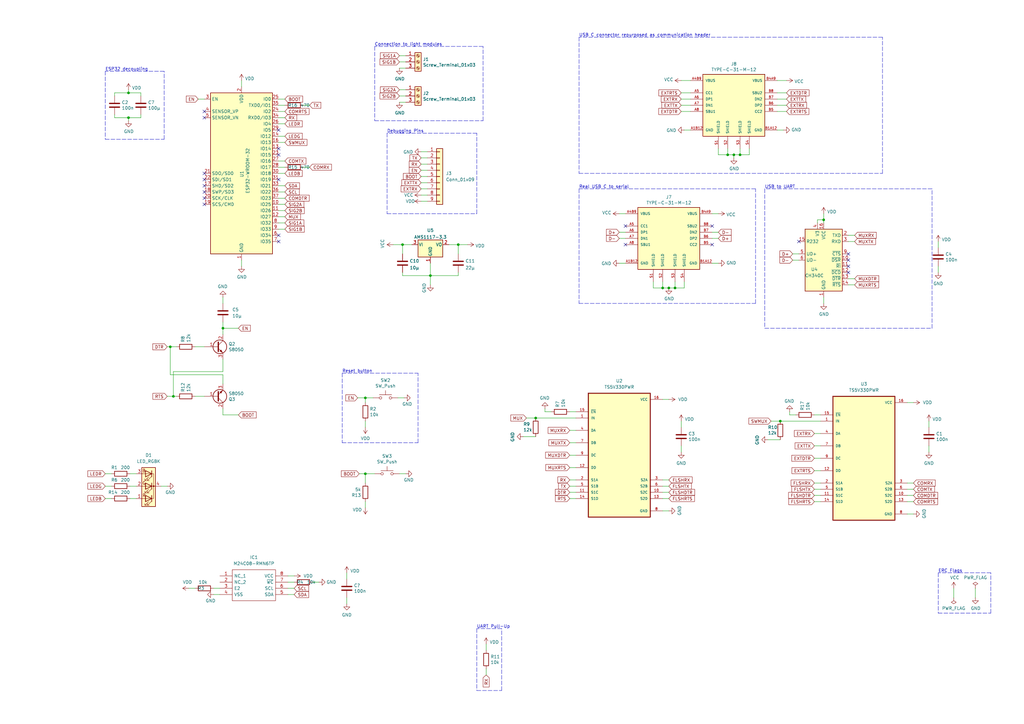
<source format=kicad_sch>
(kicad_sch (version 20211123) (generator eeschema)

  (uuid 9baf7b1e-44a0-4262-8221-97a2fa15d5e8)

  (paper "A3")

  (title_block
    (title "Heliox Control")
    (date "2021-08-10")
    (rev "v00")
    (comment 4 "Author: GHOSCHT")
  )

  (lib_symbols
    (symbol "Connector:Screw_Terminal_01x03" (pin_names (offset 1.016) hide) (in_bom yes) (on_board yes)
      (property "Reference" "J" (id 0) (at 0 5.08 0)
        (effects (font (size 1.27 1.27)))
      )
      (property "Value" "Screw_Terminal_01x03" (id 1) (at 0 -5.08 0)
        (effects (font (size 1.27 1.27)))
      )
      (property "Footprint" "" (id 2) (at 0 0 0)
        (effects (font (size 1.27 1.27)) hide)
      )
      (property "Datasheet" "~" (id 3) (at 0 0 0)
        (effects (font (size 1.27 1.27)) hide)
      )
      (property "ki_keywords" "screw terminal" (id 4) (at 0 0 0)
        (effects (font (size 1.27 1.27)) hide)
      )
      (property "ki_description" "Generic screw terminal, single row, 01x03, script generated (kicad-library-utils/schlib/autogen/connector/)" (id 5) (at 0 0 0)
        (effects (font (size 1.27 1.27)) hide)
      )
      (property "ki_fp_filters" "TerminalBlock*:*" (id 6) (at 0 0 0)
        (effects (font (size 1.27 1.27)) hide)
      )
      (symbol "Screw_Terminal_01x03_1_1"
        (rectangle (start -1.27 3.81) (end 1.27 -3.81)
          (stroke (width 0.254) (type default) (color 0 0 0 0))
          (fill (type background))
        )
        (circle (center 0 -2.54) (radius 0.635)
          (stroke (width 0.1524) (type default) (color 0 0 0 0))
          (fill (type none))
        )
        (polyline
          (pts
            (xy -0.5334 -2.2098)
            (xy 0.3302 -3.048)
          )
          (stroke (width 0.1524) (type default) (color 0 0 0 0))
          (fill (type none))
        )
        (polyline
          (pts
            (xy -0.5334 0.3302)
            (xy 0.3302 -0.508)
          )
          (stroke (width 0.1524) (type default) (color 0 0 0 0))
          (fill (type none))
        )
        (polyline
          (pts
            (xy -0.5334 2.8702)
            (xy 0.3302 2.032)
          )
          (stroke (width 0.1524) (type default) (color 0 0 0 0))
          (fill (type none))
        )
        (polyline
          (pts
            (xy -0.3556 -2.032)
            (xy 0.508 -2.8702)
          )
          (stroke (width 0.1524) (type default) (color 0 0 0 0))
          (fill (type none))
        )
        (polyline
          (pts
            (xy -0.3556 0.508)
            (xy 0.508 -0.3302)
          )
          (stroke (width 0.1524) (type default) (color 0 0 0 0))
          (fill (type none))
        )
        (polyline
          (pts
            (xy -0.3556 3.048)
            (xy 0.508 2.2098)
          )
          (stroke (width 0.1524) (type default) (color 0 0 0 0))
          (fill (type none))
        )
        (circle (center 0 0) (radius 0.635)
          (stroke (width 0.1524) (type default) (color 0 0 0 0))
          (fill (type none))
        )
        (circle (center 0 2.54) (radius 0.635)
          (stroke (width 0.1524) (type default) (color 0 0 0 0))
          (fill (type none))
        )
        (pin passive line (at -5.08 2.54 0) (length 3.81)
          (name "Pin_1" (effects (font (size 1.27 1.27))))
          (number "1" (effects (font (size 1.27 1.27))))
        )
        (pin passive line (at -5.08 0 0) (length 3.81)
          (name "Pin_2" (effects (font (size 1.27 1.27))))
          (number "2" (effects (font (size 1.27 1.27))))
        )
        (pin passive line (at -5.08 -2.54 0) (length 3.81)
          (name "Pin_3" (effects (font (size 1.27 1.27))))
          (number "3" (effects (font (size 1.27 1.27))))
        )
      )
    )
    (symbol "Connector_Generic:Conn_01x09" (pin_names (offset 1.016) hide) (in_bom yes) (on_board yes)
      (property "Reference" "J" (id 0) (at 0 12.7 0)
        (effects (font (size 1.27 1.27)))
      )
      (property "Value" "Conn_01x09" (id 1) (at 0 -12.7 0)
        (effects (font (size 1.27 1.27)))
      )
      (property "Footprint" "" (id 2) (at 0 0 0)
        (effects (font (size 1.27 1.27)) hide)
      )
      (property "Datasheet" "~" (id 3) (at 0 0 0)
        (effects (font (size 1.27 1.27)) hide)
      )
      (property "ki_keywords" "connector" (id 4) (at 0 0 0)
        (effects (font (size 1.27 1.27)) hide)
      )
      (property "ki_description" "Generic connector, single row, 01x09, script generated (kicad-library-utils/schlib/autogen/connector/)" (id 5) (at 0 0 0)
        (effects (font (size 1.27 1.27)) hide)
      )
      (property "ki_fp_filters" "Connector*:*_1x??_*" (id 6) (at 0 0 0)
        (effects (font (size 1.27 1.27)) hide)
      )
      (symbol "Conn_01x09_1_1"
        (rectangle (start -1.27 -10.033) (end 0 -10.287)
          (stroke (width 0.1524) (type default) (color 0 0 0 0))
          (fill (type none))
        )
        (rectangle (start -1.27 -7.493) (end 0 -7.747)
          (stroke (width 0.1524) (type default) (color 0 0 0 0))
          (fill (type none))
        )
        (rectangle (start -1.27 -4.953) (end 0 -5.207)
          (stroke (width 0.1524) (type default) (color 0 0 0 0))
          (fill (type none))
        )
        (rectangle (start -1.27 -2.413) (end 0 -2.667)
          (stroke (width 0.1524) (type default) (color 0 0 0 0))
          (fill (type none))
        )
        (rectangle (start -1.27 0.127) (end 0 -0.127)
          (stroke (width 0.1524) (type default) (color 0 0 0 0))
          (fill (type none))
        )
        (rectangle (start -1.27 2.667) (end 0 2.413)
          (stroke (width 0.1524) (type default) (color 0 0 0 0))
          (fill (type none))
        )
        (rectangle (start -1.27 5.207) (end 0 4.953)
          (stroke (width 0.1524) (type default) (color 0 0 0 0))
          (fill (type none))
        )
        (rectangle (start -1.27 7.747) (end 0 7.493)
          (stroke (width 0.1524) (type default) (color 0 0 0 0))
          (fill (type none))
        )
        (rectangle (start -1.27 10.287) (end 0 10.033)
          (stroke (width 0.1524) (type default) (color 0 0 0 0))
          (fill (type none))
        )
        (rectangle (start -1.27 11.43) (end 1.27 -11.43)
          (stroke (width 0.254) (type default) (color 0 0 0 0))
          (fill (type background))
        )
        (pin passive line (at -5.08 10.16 0) (length 3.81)
          (name "Pin_1" (effects (font (size 1.27 1.27))))
          (number "1" (effects (font (size 1.27 1.27))))
        )
        (pin passive line (at -5.08 7.62 0) (length 3.81)
          (name "Pin_2" (effects (font (size 1.27 1.27))))
          (number "2" (effects (font (size 1.27 1.27))))
        )
        (pin passive line (at -5.08 5.08 0) (length 3.81)
          (name "Pin_3" (effects (font (size 1.27 1.27))))
          (number "3" (effects (font (size 1.27 1.27))))
        )
        (pin passive line (at -5.08 2.54 0) (length 3.81)
          (name "Pin_4" (effects (font (size 1.27 1.27))))
          (number "4" (effects (font (size 1.27 1.27))))
        )
        (pin passive line (at -5.08 0 0) (length 3.81)
          (name "Pin_5" (effects (font (size 1.27 1.27))))
          (number "5" (effects (font (size 1.27 1.27))))
        )
        (pin passive line (at -5.08 -2.54 0) (length 3.81)
          (name "Pin_6" (effects (font (size 1.27 1.27))))
          (number "6" (effects (font (size 1.27 1.27))))
        )
        (pin passive line (at -5.08 -5.08 0) (length 3.81)
          (name "Pin_7" (effects (font (size 1.27 1.27))))
          (number "7" (effects (font (size 1.27 1.27))))
        )
        (pin passive line (at -5.08 -7.62 0) (length 3.81)
          (name "Pin_8" (effects (font (size 1.27 1.27))))
          (number "8" (effects (font (size 1.27 1.27))))
        )
        (pin passive line (at -5.08 -10.16 0) (length 3.81)
          (name "Pin_9" (effects (font (size 1.27 1.27))))
          (number "9" (effects (font (size 1.27 1.27))))
        )
      )
    )
    (symbol "Device:C" (pin_numbers hide) (pin_names (offset 0.254)) (in_bom yes) (on_board yes)
      (property "Reference" "C" (id 0) (at 0.635 2.54 0)
        (effects (font (size 1.27 1.27)) (justify left))
      )
      (property "Value" "C" (id 1) (at 0.635 -2.54 0)
        (effects (font (size 1.27 1.27)) (justify left))
      )
      (property "Footprint" "" (id 2) (at 0.9652 -3.81 0)
        (effects (font (size 1.27 1.27)) hide)
      )
      (property "Datasheet" "~" (id 3) (at 0 0 0)
        (effects (font (size 1.27 1.27)) hide)
      )
      (property "ki_keywords" "cap capacitor" (id 4) (at 0 0 0)
        (effects (font (size 1.27 1.27)) hide)
      )
      (property "ki_description" "Unpolarized capacitor" (id 5) (at 0 0 0)
        (effects (font (size 1.27 1.27)) hide)
      )
      (property "ki_fp_filters" "C_*" (id 6) (at 0 0 0)
        (effects (font (size 1.27 1.27)) hide)
      )
      (symbol "C_0_1"
        (polyline
          (pts
            (xy -2.032 -0.762)
            (xy 2.032 -0.762)
          )
          (stroke (width 0.508) (type default) (color 0 0 0 0))
          (fill (type none))
        )
        (polyline
          (pts
            (xy -2.032 0.762)
            (xy 2.032 0.762)
          )
          (stroke (width 0.508) (type default) (color 0 0 0 0))
          (fill (type none))
        )
      )
      (symbol "C_1_1"
        (pin passive line (at 0 3.81 270) (length 2.794)
          (name "~" (effects (font (size 1.27 1.27))))
          (number "1" (effects (font (size 1.27 1.27))))
        )
        (pin passive line (at 0 -3.81 90) (length 2.794)
          (name "~" (effects (font (size 1.27 1.27))))
          (number "2" (effects (font (size 1.27 1.27))))
        )
      )
    )
    (symbol "Device:LED_RGBK" (pin_names (offset 0) hide) (in_bom yes) (on_board yes)
      (property "Reference" "D" (id 0) (at 0 9.398 0)
        (effects (font (size 1.27 1.27)))
      )
      (property "Value" "LED_RGBK" (id 1) (at 0 -8.89 0)
        (effects (font (size 1.27 1.27)))
      )
      (property "Footprint" "" (id 2) (at 0 -1.27 0)
        (effects (font (size 1.27 1.27)) hide)
      )
      (property "Datasheet" "~" (id 3) (at 0 -1.27 0)
        (effects (font (size 1.27 1.27)) hide)
      )
      (property "ki_keywords" "LED RGB diode" (id 4) (at 0 0 0)
        (effects (font (size 1.27 1.27)) hide)
      )
      (property "ki_description" "RGB LED, red/green/blue/cathode" (id 5) (at 0 0 0)
        (effects (font (size 1.27 1.27)) hide)
      )
      (property "ki_fp_filters" "LED* LED_SMD:* LED_THT:*" (id 6) (at 0 0 0)
        (effects (font (size 1.27 1.27)) hide)
      )
      (symbol "LED_RGBK_0_0"
        (text "B" (at 1.905 -6.35 0)
          (effects (font (size 1.27 1.27)))
        )
        (text "G" (at 1.905 -1.27 0)
          (effects (font (size 1.27 1.27)))
        )
        (text "R" (at 1.905 3.81 0)
          (effects (font (size 1.27 1.27)))
        )
      )
      (symbol "LED_RGBK_0_1"
        (circle (center -2.032 0) (radius 0.254)
          (stroke (width 0) (type default) (color 0 0 0 0))
          (fill (type outline))
        )
        (polyline
          (pts
            (xy -1.27 -5.08)
            (xy 1.27 -5.08)
          )
          (stroke (width 0) (type default) (color 0 0 0 0))
          (fill (type none))
        )
        (polyline
          (pts
            (xy -1.27 -3.81)
            (xy -1.27 -6.35)
          )
          (stroke (width 0.254) (type default) (color 0 0 0 0))
          (fill (type none))
        )
        (polyline
          (pts
            (xy -1.27 0)
            (xy -2.54 0)
          )
          (stroke (width 0) (type default) (color 0 0 0 0))
          (fill (type none))
        )
        (polyline
          (pts
            (xy -1.27 1.27)
            (xy -1.27 -1.27)
          )
          (stroke (width 0.254) (type default) (color 0 0 0 0))
          (fill (type none))
        )
        (polyline
          (pts
            (xy -1.27 5.08)
            (xy 1.27 5.08)
          )
          (stroke (width 0) (type default) (color 0 0 0 0))
          (fill (type none))
        )
        (polyline
          (pts
            (xy -1.27 6.35)
            (xy -1.27 3.81)
          )
          (stroke (width 0.254) (type default) (color 0 0 0 0))
          (fill (type none))
        )
        (polyline
          (pts
            (xy 1.27 -5.08)
            (xy 2.54 -5.08)
          )
          (stroke (width 0) (type default) (color 0 0 0 0))
          (fill (type none))
        )
        (polyline
          (pts
            (xy 1.27 0)
            (xy -1.27 0)
          )
          (stroke (width 0) (type default) (color 0 0 0 0))
          (fill (type none))
        )
        (polyline
          (pts
            (xy 1.27 0)
            (xy 2.54 0)
          )
          (stroke (width 0) (type default) (color 0 0 0 0))
          (fill (type none))
        )
        (polyline
          (pts
            (xy 1.27 5.08)
            (xy 2.54 5.08)
          )
          (stroke (width 0) (type default) (color 0 0 0 0))
          (fill (type none))
        )
        (polyline
          (pts
            (xy -1.27 1.27)
            (xy -1.27 -1.27)
            (xy -1.27 -1.27)
          )
          (stroke (width 0) (type default) (color 0 0 0 0))
          (fill (type none))
        )
        (polyline
          (pts
            (xy -1.27 6.35)
            (xy -1.27 3.81)
            (xy -1.27 3.81)
          )
          (stroke (width 0) (type default) (color 0 0 0 0))
          (fill (type none))
        )
        (polyline
          (pts
            (xy -1.27 5.08)
            (xy -2.032 5.08)
            (xy -2.032 -5.08)
            (xy -1.016 -5.08)
          )
          (stroke (width 0) (type default) (color 0 0 0 0))
          (fill (type none))
        )
        (polyline
          (pts
            (xy 1.27 -3.81)
            (xy 1.27 -6.35)
            (xy -1.27 -5.08)
            (xy 1.27 -3.81)
          )
          (stroke (width 0.254) (type default) (color 0 0 0 0))
          (fill (type none))
        )
        (polyline
          (pts
            (xy 1.27 1.27)
            (xy 1.27 -1.27)
            (xy -1.27 0)
            (xy 1.27 1.27)
          )
          (stroke (width 0.254) (type default) (color 0 0 0 0))
          (fill (type none))
        )
        (polyline
          (pts
            (xy 1.27 6.35)
            (xy 1.27 3.81)
            (xy -1.27 5.08)
            (xy 1.27 6.35)
          )
          (stroke (width 0.254) (type default) (color 0 0 0 0))
          (fill (type none))
        )
        (polyline
          (pts
            (xy -1.016 -3.81)
            (xy 0.508 -2.286)
            (xy -0.254 -2.286)
            (xy 0.508 -2.286)
            (xy 0.508 -3.048)
          )
          (stroke (width 0) (type default) (color 0 0 0 0))
          (fill (type none))
        )
        (polyline
          (pts
            (xy -1.016 1.27)
            (xy 0.508 2.794)
            (xy -0.254 2.794)
            (xy 0.508 2.794)
            (xy 0.508 2.032)
          )
          (stroke (width 0) (type default) (color 0 0 0 0))
          (fill (type none))
        )
        (polyline
          (pts
            (xy -1.016 6.35)
            (xy 0.508 7.874)
            (xy -0.254 7.874)
            (xy 0.508 7.874)
            (xy 0.508 7.112)
          )
          (stroke (width 0) (type default) (color 0 0 0 0))
          (fill (type none))
        )
        (polyline
          (pts
            (xy 0 -3.81)
            (xy 1.524 -2.286)
            (xy 0.762 -2.286)
            (xy 1.524 -2.286)
            (xy 1.524 -3.048)
          )
          (stroke (width 0) (type default) (color 0 0 0 0))
          (fill (type none))
        )
        (polyline
          (pts
            (xy 0 1.27)
            (xy 1.524 2.794)
            (xy 0.762 2.794)
            (xy 1.524 2.794)
            (xy 1.524 2.032)
          )
          (stroke (width 0) (type default) (color 0 0 0 0))
          (fill (type none))
        )
        (polyline
          (pts
            (xy 0 6.35)
            (xy 1.524 7.874)
            (xy 0.762 7.874)
            (xy 1.524 7.874)
            (xy 1.524 7.112)
          )
          (stroke (width 0) (type default) (color 0 0 0 0))
          (fill (type none))
        )
        (rectangle (start 1.27 -1.27) (end 1.27 1.27)
          (stroke (width 0) (type default) (color 0 0 0 0))
          (fill (type none))
        )
        (rectangle (start 1.27 1.27) (end 1.27 1.27)
          (stroke (width 0) (type default) (color 0 0 0 0))
          (fill (type none))
        )
        (rectangle (start 1.27 3.81) (end 1.27 6.35)
          (stroke (width 0) (type default) (color 0 0 0 0))
          (fill (type none))
        )
        (rectangle (start 1.27 6.35) (end 1.27 6.35)
          (stroke (width 0) (type default) (color 0 0 0 0))
          (fill (type none))
        )
        (rectangle (start 2.794 8.382) (end -2.794 -7.62)
          (stroke (width 0.254) (type default) (color 0 0 0 0))
          (fill (type background))
        )
      )
      (symbol "LED_RGBK_1_1"
        (pin passive line (at 5.08 5.08 180) (length 2.54)
          (name "RA" (effects (font (size 1.27 1.27))))
          (number "1" (effects (font (size 1.27 1.27))))
        )
        (pin passive line (at 5.08 0 180) (length 2.54)
          (name "GA" (effects (font (size 1.27 1.27))))
          (number "2" (effects (font (size 1.27 1.27))))
        )
        (pin passive line (at 5.08 -5.08 180) (length 2.54)
          (name "BA" (effects (font (size 1.27 1.27))))
          (number "3" (effects (font (size 1.27 1.27))))
        )
        (pin passive line (at -5.08 0 0) (length 2.54)
          (name "K" (effects (font (size 1.27 1.27))))
          (number "4" (effects (font (size 1.27 1.27))))
        )
      )
    )
    (symbol "Device:Q_NPN_BCE" (pin_names (offset 0) hide) (in_bom yes) (on_board yes)
      (property "Reference" "Q" (id 0) (at 5.08 1.27 0)
        (effects (font (size 1.27 1.27)) (justify left))
      )
      (property "Value" "Q_NPN_BCE" (id 1) (at 5.08 -1.27 0)
        (effects (font (size 1.27 1.27)) (justify left))
      )
      (property "Footprint" "" (id 2) (at 5.08 2.54 0)
        (effects (font (size 1.27 1.27)) hide)
      )
      (property "Datasheet" "~" (id 3) (at 0 0 0)
        (effects (font (size 1.27 1.27)) hide)
      )
      (property "ki_keywords" "transistor NPN" (id 4) (at 0 0 0)
        (effects (font (size 1.27 1.27)) hide)
      )
      (property "ki_description" "NPN transistor, base/collector/emitter" (id 5) (at 0 0 0)
        (effects (font (size 1.27 1.27)) hide)
      )
      (symbol "Q_NPN_BCE_0_1"
        (polyline
          (pts
            (xy 0.635 0.635)
            (xy 2.54 2.54)
          )
          (stroke (width 0) (type default) (color 0 0 0 0))
          (fill (type none))
        )
        (polyline
          (pts
            (xy 0.635 -0.635)
            (xy 2.54 -2.54)
            (xy 2.54 -2.54)
          )
          (stroke (width 0) (type default) (color 0 0 0 0))
          (fill (type none))
        )
        (polyline
          (pts
            (xy 0.635 1.905)
            (xy 0.635 -1.905)
            (xy 0.635 -1.905)
          )
          (stroke (width 0.508) (type default) (color 0 0 0 0))
          (fill (type none))
        )
        (polyline
          (pts
            (xy 1.27 -1.778)
            (xy 1.778 -1.27)
            (xy 2.286 -2.286)
            (xy 1.27 -1.778)
            (xy 1.27 -1.778)
          )
          (stroke (width 0) (type default) (color 0 0 0 0))
          (fill (type outline))
        )
        (circle (center 1.27 0) (radius 2.8194)
          (stroke (width 0.254) (type default) (color 0 0 0 0))
          (fill (type none))
        )
      )
      (symbol "Q_NPN_BCE_1_1"
        (pin input line (at -5.08 0 0) (length 5.715)
          (name "B" (effects (font (size 1.27 1.27))))
          (number "1" (effects (font (size 1.27 1.27))))
        )
        (pin passive line (at 2.54 5.08 270) (length 2.54)
          (name "C" (effects (font (size 1.27 1.27))))
          (number "2" (effects (font (size 1.27 1.27))))
        )
        (pin passive line (at 2.54 -5.08 90) (length 2.54)
          (name "E" (effects (font (size 1.27 1.27))))
          (number "3" (effects (font (size 1.27 1.27))))
        )
      )
    )
    (symbol "Device:R" (pin_numbers hide) (pin_names (offset 0)) (in_bom yes) (on_board yes)
      (property "Reference" "R" (id 0) (at 2.032 0 90)
        (effects (font (size 1.27 1.27)))
      )
      (property "Value" "R" (id 1) (at 0 0 90)
        (effects (font (size 1.27 1.27)))
      )
      (property "Footprint" "" (id 2) (at -1.778 0 90)
        (effects (font (size 1.27 1.27)) hide)
      )
      (property "Datasheet" "~" (id 3) (at 0 0 0)
        (effects (font (size 1.27 1.27)) hide)
      )
      (property "ki_keywords" "R res resistor" (id 4) (at 0 0 0)
        (effects (font (size 1.27 1.27)) hide)
      )
      (property "ki_description" "Resistor" (id 5) (at 0 0 0)
        (effects (font (size 1.27 1.27)) hide)
      )
      (property "ki_fp_filters" "R_*" (id 6) (at 0 0 0)
        (effects (font (size 1.27 1.27)) hide)
      )
      (symbol "R_0_1"
        (rectangle (start -1.016 -2.54) (end 1.016 2.54)
          (stroke (width 0.254) (type default) (color 0 0 0 0))
          (fill (type none))
        )
      )
      (symbol "R_1_1"
        (pin passive line (at 0 3.81 270) (length 1.27)
          (name "~" (effects (font (size 1.27 1.27))))
          (number "1" (effects (font (size 1.27 1.27))))
        )
        (pin passive line (at 0 -3.81 90) (length 1.27)
          (name "~" (effects (font (size 1.27 1.27))))
          (number "2" (effects (font (size 1.27 1.27))))
        )
      )
    )
    (symbol "Interface_USB:CH340C" (in_bom yes) (on_board yes)
      (property "Reference" "U" (id 0) (at -5.08 13.97 0)
        (effects (font (size 1.27 1.27)) (justify right))
      )
      (property "Value" "CH340C" (id 1) (at 1.27 13.97 0)
        (effects (font (size 1.27 1.27)) (justify left))
      )
      (property "Footprint" "Package_SO:SOIC-16_3.9x9.9mm_P1.27mm" (id 2) (at 1.27 -13.97 0)
        (effects (font (size 1.27 1.27)) (justify left) hide)
      )
      (property "Datasheet" "https://datasheet.lcsc.com/szlcsc/Jiangsu-Qin-Heng-CH340C_C84681.pdf" (id 3) (at -8.89 20.32 0)
        (effects (font (size 1.27 1.27)) hide)
      )
      (property "ki_keywords" "USB UART Serial Converter Interface" (id 4) (at 0 0 0)
        (effects (font (size 1.27 1.27)) hide)
      )
      (property "ki_description" "USB serial converter, UART, SOIC-16" (id 5) (at 0 0 0)
        (effects (font (size 1.27 1.27)) hide)
      )
      (property "ki_fp_filters" "SOIC*3.9x9.9mm*P1.27mm*" (id 6) (at 0 0 0)
        (effects (font (size 1.27 1.27)) hide)
      )
      (symbol "CH340C_0_1"
        (rectangle (start -7.62 12.7) (end 7.62 -12.7)
          (stroke (width 0.254) (type default) (color 0 0 0 0))
          (fill (type background))
        )
      )
      (symbol "CH340C_1_1"
        (pin power_in line (at 0 -15.24 90) (length 2.54)
          (name "GND" (effects (font (size 1.27 1.27))))
          (number "1" (effects (font (size 1.27 1.27))))
        )
        (pin input line (at 10.16 0 180) (length 2.54)
          (name "~{DSR}" (effects (font (size 1.27 1.27))))
          (number "10" (effects (font (size 1.27 1.27))))
        )
        (pin input line (at 10.16 -2.54 180) (length 2.54)
          (name "~{RI}" (effects (font (size 1.27 1.27))))
          (number "11" (effects (font (size 1.27 1.27))))
        )
        (pin input line (at 10.16 -5.08 180) (length 2.54)
          (name "~{DCD}" (effects (font (size 1.27 1.27))))
          (number "12" (effects (font (size 1.27 1.27))))
        )
        (pin output line (at 10.16 -7.62 180) (length 2.54)
          (name "~{DTR}" (effects (font (size 1.27 1.27))))
          (number "13" (effects (font (size 1.27 1.27))))
        )
        (pin output line (at 10.16 -10.16 180) (length 2.54)
          (name "~{RTS}" (effects (font (size 1.27 1.27))))
          (number "14" (effects (font (size 1.27 1.27))))
        )
        (pin input line (at -10.16 7.62 0) (length 2.54)
          (name "R232" (effects (font (size 1.27 1.27))))
          (number "15" (effects (font (size 1.27 1.27))))
        )
        (pin power_in line (at 0 15.24 270) (length 2.54)
          (name "VCC" (effects (font (size 1.27 1.27))))
          (number "16" (effects (font (size 1.27 1.27))))
        )
        (pin output line (at 10.16 10.16 180) (length 2.54)
          (name "TXD" (effects (font (size 1.27 1.27))))
          (number "2" (effects (font (size 1.27 1.27))))
        )
        (pin input line (at 10.16 7.62 180) (length 2.54)
          (name "RXD" (effects (font (size 1.27 1.27))))
          (number "3" (effects (font (size 1.27 1.27))))
        )
        (pin passive line (at -2.54 15.24 270) (length 2.54)
          (name "V3" (effects (font (size 1.27 1.27))))
          (number "4" (effects (font (size 1.27 1.27))))
        )
        (pin bidirectional line (at -10.16 2.54 0) (length 2.54)
          (name "UD+" (effects (font (size 1.27 1.27))))
          (number "5" (effects (font (size 1.27 1.27))))
        )
        (pin bidirectional line (at -10.16 0 0) (length 2.54)
          (name "UD-" (effects (font (size 1.27 1.27))))
          (number "6" (effects (font (size 1.27 1.27))))
        )
        (pin no_connect line (at -7.62 -7.62 0) (length 2.54) hide
          (name "NC" (effects (font (size 1.27 1.27))))
          (number "7" (effects (font (size 1.27 1.27))))
        )
        (pin no_connect line (at -7.62 -10.16 0) (length 2.54) hide
          (name "NC" (effects (font (size 1.27 1.27))))
          (number "8" (effects (font (size 1.27 1.27))))
        )
        (pin input line (at 10.16 2.54 180) (length 2.54)
          (name "~{CTS}" (effects (font (size 1.27 1.27))))
          (number "9" (effects (font (size 1.27 1.27))))
        )
      )
    )
    (symbol "M24C08-RMN6TP:M24C08-RMN6TP" (pin_names (offset 0.762)) (in_bom yes) (on_board yes)
      (property "Reference" "IC" (id 0) (at 24.13 7.62 0)
        (effects (font (size 1.27 1.27)) (justify left))
      )
      (property "Value" "M24C08-RMN6TP" (id 1) (at 24.13 5.08 0)
        (effects (font (size 1.27 1.27)) (justify left))
      )
      (property "Footprint" "SOIC127P600X175-8N" (id 2) (at 24.13 2.54 0)
        (effects (font (size 1.27 1.27)) (justify left) hide)
      )
      (property "Datasheet" "https://www.st.com/resource/en/datasheet/m24c08-r.pdf" (id 3) (at 24.13 0 0)
        (effects (font (size 1.27 1.27)) (justify left) hide)
      )
      (property "Description" "EEPROM 16Kbit 8Kbit 4Kbit 2Kb and 1Kb Serial" (id 4) (at 24.13 -2.54 0)
        (effects (font (size 1.27 1.27)) (justify left) hide)
      )
      (property "Height" "1.75" (id 5) (at 24.13 -5.08 0)
        (effects (font (size 1.27 1.27)) (justify left) hide)
      )
      (property "Manufacturer_Name" "STMicroelectronics" (id 6) (at 24.13 -7.62 0)
        (effects (font (size 1.27 1.27)) (justify left) hide)
      )
      (property "Manufacturer_Part_Number" "M24C08-RMN6TP" (id 7) (at 24.13 -10.16 0)
        (effects (font (size 1.27 1.27)) (justify left) hide)
      )
      (property "Mouser Part Number" "511-M24C08-RMN6TP" (id 8) (at 24.13 -12.7 0)
        (effects (font (size 1.27 1.27)) (justify left) hide)
      )
      (property "Mouser Price/Stock" "https://www.mouser.co.uk/ProductDetail/STMicroelectronics/M24C08-RMN6TP?qs=%252B9pWl1iD4MWbThyGTUpSoQ%3D%3D" (id 9) (at 24.13 -15.24 0)
        (effects (font (size 1.27 1.27)) (justify left) hide)
      )
      (property "Arrow Part Number" "M24C08-RMN6TP" (id 10) (at 24.13 -17.78 0)
        (effects (font (size 1.27 1.27)) (justify left) hide)
      )
      (property "Arrow Price/Stock" "https://www.arrow.com/en/products/m24c08-rmn6tp/stmicroelectronics?region=nac" (id 11) (at 24.13 -20.32 0)
        (effects (font (size 1.27 1.27)) (justify left) hide)
      )
      (property "Mouser Testing Part Number" "" (id 12) (at 24.13 -22.86 0)
        (effects (font (size 1.27 1.27)) (justify left) hide)
      )
      (property "Mouser Testing Price/Stock" "" (id 13) (at 24.13 -25.4 0)
        (effects (font (size 1.27 1.27)) (justify left) hide)
      )
      (property "ki_description" "EEPROM 16Kbit 8Kbit 4Kbit 2Kb and 1Kb Serial" (id 14) (at 0 0 0)
        (effects (font (size 1.27 1.27)) hide)
      )
      (symbol "M24C08-RMN6TP_0_0"
        (pin passive line (at 0 0 0) (length 5.08)
          (name "NC_1" (effects (font (size 1.27 1.27))))
          (number "1" (effects (font (size 1.27 1.27))))
        )
        (pin passive line (at 0 -2.54 0) (length 5.08)
          (name "NC_2" (effects (font (size 1.27 1.27))))
          (number "2" (effects (font (size 1.27 1.27))))
        )
        (pin passive line (at 0 -5.08 0) (length 5.08)
          (name "E2" (effects (font (size 1.27 1.27))))
          (number "3" (effects (font (size 1.27 1.27))))
        )
        (pin passive line (at 0 -7.62 0) (length 5.08)
          (name "VSS" (effects (font (size 1.27 1.27))))
          (number "4" (effects (font (size 1.27 1.27))))
        )
        (pin passive line (at 27.94 -7.62 180) (length 5.08)
          (name "SDA" (effects (font (size 1.27 1.27))))
          (number "5" (effects (font (size 1.27 1.27))))
        )
        (pin passive line (at 27.94 -5.08 180) (length 5.08)
          (name "SCL" (effects (font (size 1.27 1.27))))
          (number "6" (effects (font (size 1.27 1.27))))
        )
        (pin passive line (at 27.94 -2.54 180) (length 5.08)
          (name "~{WC}" (effects (font (size 1.27 1.27))))
          (number "7" (effects (font (size 1.27 1.27))))
        )
        (pin passive line (at 27.94 0 180) (length 5.08)
          (name "VCC" (effects (font (size 1.27 1.27))))
          (number "8" (effects (font (size 1.27 1.27))))
        )
      )
      (symbol "M24C08-RMN6TP_0_1"
        (polyline
          (pts
            (xy 5.08 2.54)
            (xy 22.86 2.54)
            (xy 22.86 -10.16)
            (xy 5.08 -10.16)
            (xy 5.08 2.54)
          )
          (stroke (width 0.1524) (type default) (color 0 0 0 0))
          (fill (type none))
        )
      )
    )
    (symbol "RF_Module:ESP32-WROOM-32" (in_bom yes) (on_board yes)
      (property "Reference" "U" (id 0) (at -12.7 34.29 0)
        (effects (font (size 1.27 1.27)) (justify left))
      )
      (property "Value" "ESP32-WROOM-32" (id 1) (at 1.27 34.29 0)
        (effects (font (size 1.27 1.27)) (justify left))
      )
      (property "Footprint" "RF_Module:ESP32-WROOM-32" (id 2) (at 0 -38.1 0)
        (effects (font (size 1.27 1.27)) hide)
      )
      (property "Datasheet" "https://www.espressif.com/sites/default/files/documentation/esp32-wroom-32_datasheet_en.pdf" (id 3) (at -7.62 1.27 0)
        (effects (font (size 1.27 1.27)) hide)
      )
      (property "ki_keywords" "RF Radio BT ESP ESP32 Espressif onboard PCB antenna" (id 4) (at 0 0 0)
        (effects (font (size 1.27 1.27)) hide)
      )
      (property "ki_description" "RF Module, ESP32-D0WDQ6 SoC, Wi-Fi 802.11b/g/n, Bluetooth, BLE, 32-bit, 2.7-3.6V, onboard antenna, SMD" (id 5) (at 0 0 0)
        (effects (font (size 1.27 1.27)) hide)
      )
      (property "ki_fp_filters" "ESP32?WROOM?32*" (id 6) (at 0 0 0)
        (effects (font (size 1.27 1.27)) hide)
      )
      (symbol "ESP32-WROOM-32_0_1"
        (rectangle (start -12.7 33.02) (end 12.7 -33.02)
          (stroke (width 0.254) (type default) (color 0 0 0 0))
          (fill (type background))
        )
      )
      (symbol "ESP32-WROOM-32_1_1"
        (pin power_in line (at 0 -35.56 90) (length 2.54)
          (name "GND" (effects (font (size 1.27 1.27))))
          (number "1" (effects (font (size 1.27 1.27))))
        )
        (pin bidirectional line (at 15.24 -12.7 180) (length 2.54)
          (name "IO25" (effects (font (size 1.27 1.27))))
          (number "10" (effects (font (size 1.27 1.27))))
        )
        (pin bidirectional line (at 15.24 -15.24 180) (length 2.54)
          (name "IO26" (effects (font (size 1.27 1.27))))
          (number "11" (effects (font (size 1.27 1.27))))
        )
        (pin bidirectional line (at 15.24 -17.78 180) (length 2.54)
          (name "IO27" (effects (font (size 1.27 1.27))))
          (number "12" (effects (font (size 1.27 1.27))))
        )
        (pin bidirectional line (at 15.24 10.16 180) (length 2.54)
          (name "IO14" (effects (font (size 1.27 1.27))))
          (number "13" (effects (font (size 1.27 1.27))))
        )
        (pin bidirectional line (at 15.24 15.24 180) (length 2.54)
          (name "IO12" (effects (font (size 1.27 1.27))))
          (number "14" (effects (font (size 1.27 1.27))))
        )
        (pin passive line (at 0 -35.56 90) (length 2.54) hide
          (name "GND" (effects (font (size 1.27 1.27))))
          (number "15" (effects (font (size 1.27 1.27))))
        )
        (pin bidirectional line (at 15.24 12.7 180) (length 2.54)
          (name "IO13" (effects (font (size 1.27 1.27))))
          (number "16" (effects (font (size 1.27 1.27))))
        )
        (pin bidirectional line (at -15.24 -5.08 0) (length 2.54)
          (name "SHD/SD2" (effects (font (size 1.27 1.27))))
          (number "17" (effects (font (size 1.27 1.27))))
        )
        (pin bidirectional line (at -15.24 -7.62 0) (length 2.54)
          (name "SWP/SD3" (effects (font (size 1.27 1.27))))
          (number "18" (effects (font (size 1.27 1.27))))
        )
        (pin bidirectional line (at -15.24 -12.7 0) (length 2.54)
          (name "SCS/CMD" (effects (font (size 1.27 1.27))))
          (number "19" (effects (font (size 1.27 1.27))))
        )
        (pin power_in line (at 0 35.56 270) (length 2.54)
          (name "VDD" (effects (font (size 1.27 1.27))))
          (number "2" (effects (font (size 1.27 1.27))))
        )
        (pin bidirectional line (at -15.24 -10.16 0) (length 2.54)
          (name "SCK/CLK" (effects (font (size 1.27 1.27))))
          (number "20" (effects (font (size 1.27 1.27))))
        )
        (pin bidirectional line (at -15.24 0 0) (length 2.54)
          (name "SDO/SD0" (effects (font (size 1.27 1.27))))
          (number "21" (effects (font (size 1.27 1.27))))
        )
        (pin bidirectional line (at -15.24 -2.54 0) (length 2.54)
          (name "SDI/SD1" (effects (font (size 1.27 1.27))))
          (number "22" (effects (font (size 1.27 1.27))))
        )
        (pin bidirectional line (at 15.24 7.62 180) (length 2.54)
          (name "IO15" (effects (font (size 1.27 1.27))))
          (number "23" (effects (font (size 1.27 1.27))))
        )
        (pin bidirectional line (at 15.24 25.4 180) (length 2.54)
          (name "IO2" (effects (font (size 1.27 1.27))))
          (number "24" (effects (font (size 1.27 1.27))))
        )
        (pin bidirectional line (at 15.24 30.48 180) (length 2.54)
          (name "IO0" (effects (font (size 1.27 1.27))))
          (number "25" (effects (font (size 1.27 1.27))))
        )
        (pin bidirectional line (at 15.24 20.32 180) (length 2.54)
          (name "IO4" (effects (font (size 1.27 1.27))))
          (number "26" (effects (font (size 1.27 1.27))))
        )
        (pin bidirectional line (at 15.24 5.08 180) (length 2.54)
          (name "IO16" (effects (font (size 1.27 1.27))))
          (number "27" (effects (font (size 1.27 1.27))))
        )
        (pin bidirectional line (at 15.24 2.54 180) (length 2.54)
          (name "IO17" (effects (font (size 1.27 1.27))))
          (number "28" (effects (font (size 1.27 1.27))))
        )
        (pin bidirectional line (at 15.24 17.78 180) (length 2.54)
          (name "IO5" (effects (font (size 1.27 1.27))))
          (number "29" (effects (font (size 1.27 1.27))))
        )
        (pin input line (at -15.24 30.48 0) (length 2.54)
          (name "EN" (effects (font (size 1.27 1.27))))
          (number "3" (effects (font (size 1.27 1.27))))
        )
        (pin bidirectional line (at 15.24 0 180) (length 2.54)
          (name "IO18" (effects (font (size 1.27 1.27))))
          (number "30" (effects (font (size 1.27 1.27))))
        )
        (pin bidirectional line (at 15.24 -2.54 180) (length 2.54)
          (name "IO19" (effects (font (size 1.27 1.27))))
          (number "31" (effects (font (size 1.27 1.27))))
        )
        (pin no_connect line (at -12.7 -27.94 0) (length 2.54) hide
          (name "NC" (effects (font (size 1.27 1.27))))
          (number "32" (effects (font (size 1.27 1.27))))
        )
        (pin bidirectional line (at 15.24 -5.08 180) (length 2.54)
          (name "IO21" (effects (font (size 1.27 1.27))))
          (number "33" (effects (font (size 1.27 1.27))))
        )
        (pin bidirectional line (at 15.24 22.86 180) (length 2.54)
          (name "RXD0/IO3" (effects (font (size 1.27 1.27))))
          (number "34" (effects (font (size 1.27 1.27))))
        )
        (pin bidirectional line (at 15.24 27.94 180) (length 2.54)
          (name "TXD0/IO1" (effects (font (size 1.27 1.27))))
          (number "35" (effects (font (size 1.27 1.27))))
        )
        (pin bidirectional line (at 15.24 -7.62 180) (length 2.54)
          (name "IO22" (effects (font (size 1.27 1.27))))
          (number "36" (effects (font (size 1.27 1.27))))
        )
        (pin bidirectional line (at 15.24 -10.16 180) (length 2.54)
          (name "IO23" (effects (font (size 1.27 1.27))))
          (number "37" (effects (font (size 1.27 1.27))))
        )
        (pin passive line (at 0 -35.56 90) (length 2.54) hide
          (name "GND" (effects (font (size 1.27 1.27))))
          (number "38" (effects (font (size 1.27 1.27))))
        )
        (pin passive line (at 0 -35.56 90) (length 2.54) hide
          (name "GND" (effects (font (size 1.27 1.27))))
          (number "39" (effects (font (size 1.27 1.27))))
        )
        (pin input line (at -15.24 25.4 0) (length 2.54)
          (name "SENSOR_VP" (effects (font (size 1.27 1.27))))
          (number "4" (effects (font (size 1.27 1.27))))
        )
        (pin input line (at -15.24 22.86 0) (length 2.54)
          (name "SENSOR_VN" (effects (font (size 1.27 1.27))))
          (number "5" (effects (font (size 1.27 1.27))))
        )
        (pin input line (at 15.24 -25.4 180) (length 2.54)
          (name "IO34" (effects (font (size 1.27 1.27))))
          (number "6" (effects (font (size 1.27 1.27))))
        )
        (pin input line (at 15.24 -27.94 180) (length 2.54)
          (name "IO35" (effects (font (size 1.27 1.27))))
          (number "7" (effects (font (size 1.27 1.27))))
        )
        (pin bidirectional line (at 15.24 -20.32 180) (length 2.54)
          (name "IO32" (effects (font (size 1.27 1.27))))
          (number "8" (effects (font (size 1.27 1.27))))
        )
        (pin bidirectional line (at 15.24 -22.86 180) (length 2.54)
          (name "IO33" (effects (font (size 1.27 1.27))))
          (number "9" (effects (font (size 1.27 1.27))))
        )
      )
    )
    (symbol "Regulator_Linear:AMS1117-3.3" (pin_names (offset 0.254)) (in_bom yes) (on_board yes)
      (property "Reference" "U" (id 0) (at -3.81 3.175 0)
        (effects (font (size 1.27 1.27)))
      )
      (property "Value" "AMS1117-3.3" (id 1) (at 0 3.175 0)
        (effects (font (size 1.27 1.27)) (justify left))
      )
      (property "Footprint" "Package_TO_SOT_SMD:SOT-223-3_TabPin2" (id 2) (at 0 5.08 0)
        (effects (font (size 1.27 1.27)) hide)
      )
      (property "Datasheet" "http://www.advanced-monolithic.com/pdf/ds1117.pdf" (id 3) (at 2.54 -6.35 0)
        (effects (font (size 1.27 1.27)) hide)
      )
      (property "ki_keywords" "linear regulator ldo fixed positive" (id 4) (at 0 0 0)
        (effects (font (size 1.27 1.27)) hide)
      )
      (property "ki_description" "1A Low Dropout regulator, positive, 3.3V fixed output, SOT-223" (id 5) (at 0 0 0)
        (effects (font (size 1.27 1.27)) hide)
      )
      (property "ki_fp_filters" "SOT?223*TabPin2*" (id 6) (at 0 0 0)
        (effects (font (size 1.27 1.27)) hide)
      )
      (symbol "AMS1117-3.3_0_1"
        (rectangle (start -5.08 -5.08) (end 5.08 1.905)
          (stroke (width 0.254) (type default) (color 0 0 0 0))
          (fill (type background))
        )
      )
      (symbol "AMS1117-3.3_1_1"
        (pin power_in line (at 0 -7.62 90) (length 2.54)
          (name "GND" (effects (font (size 1.27 1.27))))
          (number "1" (effects (font (size 1.27 1.27))))
        )
        (pin power_out line (at 7.62 0 180) (length 2.54)
          (name "VO" (effects (font (size 1.27 1.27))))
          (number "2" (effects (font (size 1.27 1.27))))
        )
        (pin power_in line (at -7.62 0 0) (length 2.54)
          (name "VI" (effects (font (size 1.27 1.27))))
          (number "3" (effects (font (size 1.27 1.27))))
        )
      )
    )
    (symbol "Switch:SW_Push" (pin_numbers hide) (pin_names (offset 1.016) hide) (in_bom yes) (on_board yes)
      (property "Reference" "SW" (id 0) (at 1.27 2.54 0)
        (effects (font (size 1.27 1.27)) (justify left))
      )
      (property "Value" "SW_Push" (id 1) (at 0 -1.524 0)
        (effects (font (size 1.27 1.27)))
      )
      (property "Footprint" "" (id 2) (at 0 5.08 0)
        (effects (font (size 1.27 1.27)) hide)
      )
      (property "Datasheet" "~" (id 3) (at 0 5.08 0)
        (effects (font (size 1.27 1.27)) hide)
      )
      (property "ki_keywords" "switch normally-open pushbutton push-button" (id 4) (at 0 0 0)
        (effects (font (size 1.27 1.27)) hide)
      )
      (property "ki_description" "Push button switch, generic, two pins" (id 5) (at 0 0 0)
        (effects (font (size 1.27 1.27)) hide)
      )
      (symbol "SW_Push_0_1"
        (circle (center -2.032 0) (radius 0.508)
          (stroke (width 0) (type default) (color 0 0 0 0))
          (fill (type none))
        )
        (polyline
          (pts
            (xy 0 1.27)
            (xy 0 3.048)
          )
          (stroke (width 0) (type default) (color 0 0 0 0))
          (fill (type none))
        )
        (polyline
          (pts
            (xy 2.54 1.27)
            (xy -2.54 1.27)
          )
          (stroke (width 0) (type default) (color 0 0 0 0))
          (fill (type none))
        )
        (circle (center 2.032 0) (radius 0.508)
          (stroke (width 0) (type default) (color 0 0 0 0))
          (fill (type none))
        )
        (pin passive line (at -5.08 0 0) (length 2.54)
          (name "1" (effects (font (size 1.27 1.27))))
          (number "1" (effects (font (size 1.27 1.27))))
        )
        (pin passive line (at 5.08 0 180) (length 2.54)
          (name "2" (effects (font (size 1.27 1.27))))
          (number "2" (effects (font (size 1.27 1.27))))
        )
      )
    )
    (symbol "TS5V330PWR:TS5V330PWR" (pin_names (offset 1.016)) (in_bom yes) (on_board yes)
      (property "Reference" "U" (id 0) (at -12.7 26.3906 0)
        (effects (font (size 1.27 1.27)) (justify left bottom))
      )
      (property "Value" "TS5V330PWR" (id 1) (at -12.7 -29.3878 0)
        (effects (font (size 1.27 1.27)) (justify left bottom))
      )
      (property "Footprint" "SOP65P640X120-16N" (id 2) (at 0 0 0)
        (effects (font (size 1.27 1.27)) (justify left bottom) hide)
      )
      (property "Datasheet" "" (id 3) (at 0 0 0)
        (effects (font (size 1.27 1.27)) (justify left bottom) hide)
      )
      (property "ki_locked" "" (id 4) (at 0 0 0)
        (effects (font (size 1.27 1.27)))
      )
      (symbol "TS5V330PWR_0_0"
        (rectangle (start -12.7 -25.4) (end 12.7 25.4)
          (stroke (width 0.4064) (type default) (color 0 0 0 0))
          (fill (type background))
        )
        (pin input line (at -17.78 15.24 0) (length 5.08)
          (name "IN" (effects (font (size 1.016 1.016))))
          (number "1" (effects (font (size 1.016 1.016))))
        )
        (pin bidirectional line (at 17.78 -15.24 180) (length 5.08)
          (name "S2C" (effects (font (size 1.016 1.016))))
          (number "10" (effects (font (size 1.016 1.016))))
        )
        (pin bidirectional line (at -17.78 -15.24 0) (length 5.08)
          (name "S1C" (effects (font (size 1.016 1.016))))
          (number "11" (effects (font (size 1.016 1.016))))
        )
        (pin bidirectional line (at -17.78 -5.08 0) (length 5.08)
          (name "DD" (effects (font (size 1.016 1.016))))
          (number "12" (effects (font (size 1.016 1.016))))
        )
        (pin bidirectional line (at 17.78 -17.78 180) (length 5.08)
          (name "S2D" (effects (font (size 1.016 1.016))))
          (number "13" (effects (font (size 1.016 1.016))))
        )
        (pin bidirectional line (at -17.78 -17.78 0) (length 5.08)
          (name "S1D" (effects (font (size 1.016 1.016))))
          (number "14" (effects (font (size 1.016 1.016))))
        )
        (pin input line (at -17.78 17.78 0) (length 5.08)
          (name "~{EN}" (effects (font (size 1.016 1.016))))
          (number "15" (effects (font (size 1.016 1.016))))
        )
        (pin power_in line (at 17.78 22.86 180) (length 5.08)
          (name "VCC" (effects (font (size 1.016 1.016))))
          (number "16" (effects (font (size 1.016 1.016))))
        )
        (pin bidirectional line (at -17.78 -10.16 0) (length 5.08)
          (name "S1A" (effects (font (size 1.016 1.016))))
          (number "2" (effects (font (size 1.016 1.016))))
        )
        (pin bidirectional line (at 17.78 -10.16 180) (length 5.08)
          (name "S2A" (effects (font (size 1.016 1.016))))
          (number "3" (effects (font (size 1.016 1.016))))
        )
        (pin bidirectional line (at -17.78 10.16 0) (length 5.08)
          (name "DA" (effects (font (size 1.016 1.016))))
          (number "4" (effects (font (size 1.016 1.016))))
        )
        (pin bidirectional line (at -17.78 -12.7 0) (length 5.08)
          (name "S1B" (effects (font (size 1.016 1.016))))
          (number "5" (effects (font (size 1.016 1.016))))
        )
        (pin bidirectional line (at 17.78 -12.7 180) (length 5.08)
          (name "S2B" (effects (font (size 1.016 1.016))))
          (number "6" (effects (font (size 1.016 1.016))))
        )
        (pin bidirectional line (at -17.78 5.08 0) (length 5.08)
          (name "DB" (effects (font (size 1.016 1.016))))
          (number "7" (effects (font (size 1.016 1.016))))
        )
        (pin power_in line (at 17.78 -22.86 180) (length 5.08)
          (name "GND" (effects (font (size 1.016 1.016))))
          (number "8" (effects (font (size 1.016 1.016))))
        )
        (pin bidirectional line (at -17.78 0 0) (length 5.08)
          (name "DC" (effects (font (size 1.016 1.016))))
          (number "9" (effects (font (size 1.016 1.016))))
        )
      )
    )
    (symbol "TYPE-C-31-M-12:TYPE-C-31-M-12" (pin_names (offset 1.016)) (in_bom yes) (on_board yes)
      (property "Reference" "J" (id 0) (at -1.27 15.24 0)
        (effects (font (size 1.27 1.27)) (justify left bottom))
      )
      (property "Value" "TYPE-C-31-M-12" (id 1) (at -10.16 13.208 0)
        (effects (font (size 1.27 1.27)) (justify left bottom))
      )
      (property "Footprint" "HRO_TYPE-C-31-M-12" (id 2) (at 0 0 0)
        (effects (font (size 1.27 1.27)) (justify left bottom) hide)
      )
      (property "Datasheet" "" (id 3) (at 0 0 0)
        (effects (font (size 1.27 1.27)) (justify left bottom) hide)
      )
      (property "MAXIMUM_PACKAGE_HEIGHT" "3.31mm" (id 4) (at 0 0 0)
        (effects (font (size 1.27 1.27)) (justify left bottom) hide)
      )
      (property "STANDARD" "Manufacturer Recommendations" (id 5) (at 0 0 0)
        (effects (font (size 1.27 1.27)) (justify left bottom) hide)
      )
      (property "PARTREV" "A" (id 6) (at 0 0 0)
        (effects (font (size 1.27 1.27)) (justify left bottom) hide)
      )
      (property "MANUFACTURER" "HRO Electronics" (id 7) (at 0 0 0)
        (effects (font (size 1.27 1.27)) (justify left bottom) hide)
      )
      (property "ki_locked" "" (id 8) (at 0 0 0)
        (effects (font (size 1.27 1.27)))
      )
      (symbol "TYPE-C-31-M-12_0_0"
        (rectangle (start -12.7 -12.7) (end 12.7 12.7)
          (stroke (width 0.254) (type default) (color 0 0 0 0))
          (fill (type background))
        )
        (pin power_in line (at -17.78 -10.16 0) (length 5.08)
          (name "GND" (effects (font (size 1.016 1.016))))
          (number "A1B12" (effects (font (size 1.016 1.016))))
        )
        (pin power_in line (at -17.78 10.16 0) (length 5.08)
          (name "VBUS" (effects (font (size 1.016 1.016))))
          (number "A4B9" (effects (font (size 1.016 1.016))))
        )
        (pin bidirectional line (at -17.78 5.08 0) (length 5.08)
          (name "CC1" (effects (font (size 1.016 1.016))))
          (number "A5" (effects (font (size 1.016 1.016))))
        )
        (pin bidirectional line (at -17.78 2.54 0) (length 5.08)
          (name "DP1" (effects (font (size 1.016 1.016))))
          (number "A6" (effects (font (size 1.016 1.016))))
        )
        (pin bidirectional line (at -17.78 0 0) (length 5.08)
          (name "DN1" (effects (font (size 1.016 1.016))))
          (number "A7" (effects (font (size 1.016 1.016))))
        )
        (pin bidirectional line (at -17.78 -2.54 0) (length 5.08)
          (name "SBU1" (effects (font (size 1.016 1.016))))
          (number "A8" (effects (font (size 1.016 1.016))))
        )
        (pin power_in line (at 17.78 -10.16 180) (length 5.08)
          (name "GND" (effects (font (size 1.016 1.016))))
          (number "B1A12" (effects (font (size 1.016 1.016))))
        )
        (pin power_in line (at 17.78 10.16 180) (length 5.08)
          (name "VBUS" (effects (font (size 1.016 1.016))))
          (number "B4A9" (effects (font (size 1.016 1.016))))
        )
        (pin bidirectional line (at 17.78 -2.54 180) (length 5.08)
          (name "CC2" (effects (font (size 1.016 1.016))))
          (number "B5" (effects (font (size 1.016 1.016))))
        )
        (pin bidirectional line (at 17.78 0 180) (length 5.08)
          (name "DP2" (effects (font (size 1.016 1.016))))
          (number "B6" (effects (font (size 1.016 1.016))))
        )
        (pin bidirectional line (at 17.78 2.54 180) (length 5.08)
          (name "DN2" (effects (font (size 1.016 1.016))))
          (number "B7" (effects (font (size 1.016 1.016))))
        )
        (pin bidirectional line (at 17.78 5.08 180) (length 5.08)
          (name "SBU2" (effects (font (size 1.016 1.016))))
          (number "B8" (effects (font (size 1.016 1.016))))
        )
        (pin passive line (at -6.35 -17.78 90) (length 5.08)
          (name "SHIELD" (effects (font (size 1.016 1.016))))
          (number "S1" (effects (font (size 1.016 1.016))))
        )
        (pin passive line (at -2.54 -17.78 90) (length 5.08)
          (name "SHIELD" (effects (font (size 1.016 1.016))))
          (number "S2" (effects (font (size 1.016 1.016))))
        )
        (pin passive line (at 2.54 -17.78 90) (length 5.08)
          (name "SHIELD" (effects (font (size 1.016 1.016))))
          (number "S3" (effects (font (size 1.016 1.016))))
        )
        (pin passive line (at 6.35 -17.78 90) (length 5.08)
          (name "SHIELD" (effects (font (size 1.016 1.016))))
          (number "S4" (effects (font (size 1.016 1.016))))
        )
      )
    )
    (symbol "TYPE-C-31-M-12_1" (pin_names (offset 1.016)) (in_bom yes) (on_board yes)
      (property "Reference" "J8" (id 0) (at 0 16.9418 0)
        (effects (font (size 1.27 1.27)))
      )
      (property "Value" "TYPE-C-31-M-12_1" (id 1) (at 0 14.6304 0)
        (effects (font (size 1.27 1.27)))
      )
      (property "Footprint" "HRO_TYPE-C-31-M-12:HRO_TYPE-C-31-M-12" (id 2) (at 0 0 0)
        (effects (font (size 1.27 1.27)) (justify left bottom) hide)
      )
      (property "Datasheet" "https://datasheet.lcsc.com/lcsc/1811131825_Korean-Hroparts-Elec-TYPE-C-31-M-12_C165948.pdf" (id 3) (at 0 0 0)
        (effects (font (size 1.27 1.27)) (justify left bottom) hide)
      )
      (property "MAXIMUM_PACKAGE_HEIGHT" "3.31mm" (id 4) (at 0 0 0)
        (effects (font (size 1.27 1.27)) (justify left bottom) hide)
      )
      (property "STANDARD" "Manufacturer Recommendations" (id 5) (at 0 0 0)
        (effects (font (size 1.27 1.27)) (justify left bottom) hide)
      )
      (property "PARTREV" "A" (id 6) (at 0 0 0)
        (effects (font (size 1.27 1.27)) (justify left bottom) hide)
      )
      (property "MANUFACTURER" "HRO Electronics" (id 7) (at 0 0 0)
        (effects (font (size 1.27 1.27)) (justify left bottom) hide)
      )
      (property "ki_locked" "" (id 8) (at 0 0 0)
        (effects (font (size 1.27 1.27)))
      )
      (symbol "TYPE-C-31-M-12_1_0_0"
        (rectangle (start -12.7 -12.7) (end 12.7 12.7)
          (stroke (width 0.254) (type default) (color 0 0 0 0))
          (fill (type background))
        )
        (pin power_in line (at -17.78 -10.16 0) (length 5.08)
          (name "GND" (effects (font (size 1.016 1.016))))
          (number "A1B12" (effects (font (size 1.016 1.016))))
        )
        (pin power_out line (at -17.78 10.16 0) (length 5.08)
          (name "VBUS" (effects (font (size 1.016 1.016))))
          (number "A4B9" (effects (font (size 1.016 1.016))))
        )
        (pin bidirectional line (at -17.78 5.08 0) (length 5.08)
          (name "CC1" (effects (font (size 1.016 1.016))))
          (number "A5" (effects (font (size 1.016 1.016))))
        )
        (pin bidirectional line (at -17.78 2.54 0) (length 5.08)
          (name "DP1" (effects (font (size 1.016 1.016))))
          (number "A6" (effects (font (size 1.016 1.016))))
        )
        (pin bidirectional line (at -17.78 0 0) (length 5.08)
          (name "DN1" (effects (font (size 1.016 1.016))))
          (number "A7" (effects (font (size 1.016 1.016))))
        )
        (pin bidirectional line (at -17.78 -2.54 0) (length 5.08)
          (name "SBU1" (effects (font (size 1.016 1.016))))
          (number "A8" (effects (font (size 1.016 1.016))))
        )
        (pin power_in line (at 17.78 -10.16 180) (length 5.08)
          (name "GND" (effects (font (size 1.016 1.016))))
          (number "B1A12" (effects (font (size 1.016 1.016))))
        )
        (pin power_out line (at 17.78 10.16 180) (length 5.08)
          (name "VBUS" (effects (font (size 1.016 1.016))))
          (number "B4A9" (effects (font (size 1.016 1.016))))
        )
        (pin bidirectional line (at 17.78 -2.54 180) (length 5.08)
          (name "CC2" (effects (font (size 1.016 1.016))))
          (number "B5" (effects (font (size 1.016 1.016))))
        )
        (pin bidirectional line (at 17.78 0 180) (length 5.08)
          (name "DP2" (effects (font (size 1.016 1.016))))
          (number "B6" (effects (font (size 1.016 1.016))))
        )
        (pin bidirectional line (at 17.78 2.54 180) (length 5.08)
          (name "DN2" (effects (font (size 1.016 1.016))))
          (number "B7" (effects (font (size 1.016 1.016))))
        )
        (pin bidirectional line (at 17.78 5.08 180) (length 5.08)
          (name "SBU2" (effects (font (size 1.016 1.016))))
          (number "B8" (effects (font (size 1.016 1.016))))
        )
        (pin passive line (at -6.35 -17.78 90) (length 5.08)
          (name "SHIELD" (effects (font (size 1.016 1.016))))
          (number "S1" (effects (font (size 1.016 1.016))))
        )
        (pin passive line (at -2.54 -17.78 90) (length 5.08)
          (name "SHIELD" (effects (font (size 1.016 1.016))))
          (number "S2" (effects (font (size 1.016 1.016))))
        )
        (pin passive line (at 2.54 -17.78 90) (length 5.08)
          (name "SHIELD" (effects (font (size 1.016 1.016))))
          (number "S3" (effects (font (size 1.016 1.016))))
        )
        (pin passive line (at 6.35 -17.78 90) (length 5.08)
          (name "SHIELD" (effects (font (size 1.016 1.016))))
          (number "S4" (effects (font (size 1.016 1.016))))
        )
      )
    )
    (symbol "power:GND" (power) (pin_names (offset 0)) (in_bom yes) (on_board yes)
      (property "Reference" "#PWR" (id 0) (at 0 -6.35 0)
        (effects (font (size 1.27 1.27)) hide)
      )
      (property "Value" "GND" (id 1) (at 0 -3.81 0)
        (effects (font (size 1.27 1.27)))
      )
      (property "Footprint" "" (id 2) (at 0 0 0)
        (effects (font (size 1.27 1.27)) hide)
      )
      (property "Datasheet" "" (id 3) (at 0 0 0)
        (effects (font (size 1.27 1.27)) hide)
      )
      (property "ki_keywords" "power-flag" (id 4) (at 0 0 0)
        (effects (font (size 1.27 1.27)) hide)
      )
      (property "ki_description" "Power symbol creates a global label with name \"GND\" , ground" (id 5) (at 0 0 0)
        (effects (font (size 1.27 1.27)) hide)
      )
      (symbol "GND_0_1"
        (polyline
          (pts
            (xy 0 0)
            (xy 0 -1.27)
            (xy 1.27 -1.27)
            (xy 0 -2.54)
            (xy -1.27 -1.27)
            (xy 0 -1.27)
          )
          (stroke (width 0) (type default) (color 0 0 0 0))
          (fill (type none))
        )
      )
      (symbol "GND_1_1"
        (pin power_in line (at 0 0 270) (length 0) hide
          (name "GND" (effects (font (size 1.27 1.27))))
          (number "1" (effects (font (size 1.27 1.27))))
        )
      )
    )
    (symbol "power:PWR_FLAG" (power) (pin_numbers hide) (pin_names (offset 0) hide) (in_bom yes) (on_board yes)
      (property "Reference" "#FLG" (id 0) (at 0 1.905 0)
        (effects (font (size 1.27 1.27)) hide)
      )
      (property "Value" "PWR_FLAG" (id 1) (at 0 3.81 0)
        (effects (font (size 1.27 1.27)))
      )
      (property "Footprint" "" (id 2) (at 0 0 0)
        (effects (font (size 1.27 1.27)) hide)
      )
      (property "Datasheet" "~" (id 3) (at 0 0 0)
        (effects (font (size 1.27 1.27)) hide)
      )
      (property "ki_keywords" "power-flag" (id 4) (at 0 0 0)
        (effects (font (size 1.27 1.27)) hide)
      )
      (property "ki_description" "Special symbol for telling ERC where power comes from" (id 5) (at 0 0 0)
        (effects (font (size 1.27 1.27)) hide)
      )
      (symbol "PWR_FLAG_0_0"
        (pin power_out line (at 0 0 90) (length 0)
          (name "pwr" (effects (font (size 1.27 1.27))))
          (number "1" (effects (font (size 1.27 1.27))))
        )
      )
      (symbol "PWR_FLAG_0_1"
        (polyline
          (pts
            (xy 0 0)
            (xy 0 1.27)
            (xy -1.016 1.905)
            (xy 0 2.54)
            (xy 1.016 1.905)
            (xy 0 1.27)
          )
          (stroke (width 0) (type default) (color 0 0 0 0))
          (fill (type none))
        )
      )
    )
    (symbol "power:VCC" (power) (pin_names (offset 0)) (in_bom yes) (on_board yes)
      (property "Reference" "#PWR" (id 0) (at 0 -3.81 0)
        (effects (font (size 1.27 1.27)) hide)
      )
      (property "Value" "VCC" (id 1) (at 0 3.81 0)
        (effects (font (size 1.27 1.27)))
      )
      (property "Footprint" "" (id 2) (at 0 0 0)
        (effects (font (size 1.27 1.27)) hide)
      )
      (property "Datasheet" "" (id 3) (at 0 0 0)
        (effects (font (size 1.27 1.27)) hide)
      )
      (property "ki_keywords" "power-flag" (id 4) (at 0 0 0)
        (effects (font (size 1.27 1.27)) hide)
      )
      (property "ki_description" "Power symbol creates a global label with name \"VCC\"" (id 5) (at 0 0 0)
        (effects (font (size 1.27 1.27)) hide)
      )
      (symbol "VCC_0_1"
        (polyline
          (pts
            (xy -0.762 1.27)
            (xy 0 2.54)
          )
          (stroke (width 0) (type default) (color 0 0 0 0))
          (fill (type none))
        )
        (polyline
          (pts
            (xy 0 0)
            (xy 0 2.54)
          )
          (stroke (width 0) (type default) (color 0 0 0 0))
          (fill (type none))
        )
        (polyline
          (pts
            (xy 0 2.54)
            (xy 0.762 1.27)
          )
          (stroke (width 0) (type default) (color 0 0 0 0))
          (fill (type none))
        )
      )
      (symbol "VCC_1_1"
        (pin power_in line (at 0 0 90) (length 0) hide
          (name "VCC" (effects (font (size 1.27 1.27))))
          (number "1" (effects (font (size 1.27 1.27))))
        )
      )
    )
    (symbol "power:VDD" (power) (pin_names (offset 0)) (in_bom yes) (on_board yes)
      (property "Reference" "#PWR" (id 0) (at 0 -3.81 0)
        (effects (font (size 1.27 1.27)) hide)
      )
      (property "Value" "VDD" (id 1) (at 0 3.81 0)
        (effects (font (size 1.27 1.27)))
      )
      (property "Footprint" "" (id 2) (at 0 0 0)
        (effects (font (size 1.27 1.27)) hide)
      )
      (property "Datasheet" "" (id 3) (at 0 0 0)
        (effects (font (size 1.27 1.27)) hide)
      )
      (property "ki_keywords" "power-flag" (id 4) (at 0 0 0)
        (effects (font (size 1.27 1.27)) hide)
      )
      (property "ki_description" "Power symbol creates a global label with name \"VDD\"" (id 5) (at 0 0 0)
        (effects (font (size 1.27 1.27)) hide)
      )
      (symbol "VDD_0_1"
        (polyline
          (pts
            (xy -0.762 1.27)
            (xy 0 2.54)
          )
          (stroke (width 0) (type default) (color 0 0 0 0))
          (fill (type none))
        )
        (polyline
          (pts
            (xy 0 0)
            (xy 0 2.54)
          )
          (stroke (width 0) (type default) (color 0 0 0 0))
          (fill (type none))
        )
        (polyline
          (pts
            (xy 0 2.54)
            (xy 0.762 1.27)
          )
          (stroke (width 0) (type default) (color 0 0 0 0))
          (fill (type none))
        )
      )
      (symbol "VDD_1_1"
        (pin power_in line (at 0 0 90) (length 0) hide
          (name "VDD" (effects (font (size 1.27 1.27))))
          (number "1" (effects (font (size 1.27 1.27))))
        )
      )
    )
  )

  (junction (at 300.99 63.5) (diameter 0) (color 0 0 0 0)
    (uuid 04202103-992b-4da0-804f-eea03703a2f4)
  )
  (junction (at 320.04 172.72) (diameter 0) (color 0 0 0 0)
    (uuid 07c96cda-e25f-48ea-8c08-b52e0ffd4a8b)
  )
  (junction (at 149.86 163.195) (diameter 0) (color 0 0 0 0)
    (uuid 0b3b46ed-b052-4edc-82d8-e82751cbf19a)
  )
  (junction (at 176.53 113.03) (diameter 0) (color 0 0 0 0)
    (uuid 2174fdd1-be72-4071-bc32-94f31e09c635)
  )
  (junction (at 165.1 100.33) (diameter 0) (color 0 0 0 0)
    (uuid 3b4eb9f0-05fb-46ce-a252-13cfee1b99e6)
  )
  (junction (at 274.32 118.11) (diameter 0) (color 0 0 0 0)
    (uuid 62e050c2-0109-4af3-a8cf-6e73d982de24)
  )
  (junction (at 303.53 63.5) (diameter 0) (color 0 0 0 0)
    (uuid 671729fd-aac3-49b1-beea-7a99a8e33fb3)
  )
  (junction (at 91.44 134.62) (diameter 0) (color 0 0 0 0)
    (uuid 6811c33c-8473-4afc-ab04-d4509c53d9c3)
  )
  (junction (at 69.85 142.24) (diameter 0) (color 0 0 0 0)
    (uuid 83e5c5d8-5366-4217-b11c-8beb1fa8967c)
  )
  (junction (at 219.71 171.45) (diameter 0) (color 0 0 0 0)
    (uuid a98b4193-525b-4cdb-aba1-6022b307945a)
  )
  (junction (at 298.45 63.5) (diameter 0) (color 0 0 0 0)
    (uuid a9b73137-65fa-423e-b460-9d4c0cf28b9a)
  )
  (junction (at 271.78 118.11) (diameter 0) (color 0 0 0 0)
    (uuid ae7b104a-673a-493a-9539-55d8e8e5236f)
  )
  (junction (at 276.86 118.11) (diameter 0) (color 0 0 0 0)
    (uuid b1d7a28d-7369-4387-ab08-39df99bec340)
  )
  (junction (at 337.82 90.17) (diameter 0) (color 0 0 0 0)
    (uuid da476460-296d-42be-8efc-f613f64eaa97)
  )
  (junction (at 52.705 48.26) (diameter 0) (color 0 0 0 0)
    (uuid db703313-0898-45e4-99a1-8c2e63e039d8)
  )
  (junction (at 187.96 100.33) (diameter 0) (color 0 0 0 0)
    (uuid e23f7fe9-9cb3-4e71-a583-88f15b7a9bb2)
  )
  (junction (at 52.705 38.1) (diameter 0) (color 0 0 0 0)
    (uuid ea8a8259-9592-477c-845f-477c8817fcec)
  )
  (junction (at 71.12 162.56) (diameter 0) (color 0 0 0 0)
    (uuid f0961962-457c-40e8-929b-ef99a4a6f9e1)
  )
  (junction (at 149.86 194.31) (diameter 0) (color 0 0 0 0)
    (uuid f40351b9-3546-46fa-b18b-727924e1e18c)
  )

  (no_connect (at 347.98 111.76) (uuid 0f0d2089-7eab-467c-85b8-272bb3c58b99))
  (no_connect (at 347.98 106.68) (uuid 2a994272-3e06-4833-9268-fcbf8bce6a08))
  (no_connect (at 114.3 73.66) (uuid 3743aece-7f89-4e09-b4d7-fa532b45ce21))
  (no_connect (at 256.54 92.71) (uuid 4d765ebb-391f-47cb-8327-4a93c37a5e87))
  (no_connect (at 292.1 100.33) (uuid 87e5f432-bb64-491c-8ee2-a5cebd1952e2))
  (no_connect (at 83.82 45.72) (uuid 8cbae889-8af8-411c-bb02-cff97e9ec968))
  (no_connect (at 83.82 71.12) (uuid 8cbae889-8af8-411c-bb02-cff97e9ec969))
  (no_connect (at 83.82 48.26) (uuid 8cbae889-8af8-411c-bb02-cff97e9ec96a))
  (no_connect (at 83.82 73.66) (uuid 8cbae889-8af8-411c-bb02-cff97e9ec96b))
  (no_connect (at 83.82 81.28) (uuid 8cbae889-8af8-411c-bb02-cff97e9ec96c))
  (no_connect (at 83.82 83.82) (uuid 8cbae889-8af8-411c-bb02-cff97e9ec96d))
  (no_connect (at 114.3 53.34) (uuid 8cbae889-8af8-411c-bb02-cff97e9ec96e))
  (no_connect (at 114.3 60.96) (uuid 8cbae889-8af8-411c-bb02-cff97e9ec971))
  (no_connect (at 114.3 63.5) (uuid a0bf0ea4-9a69-4357-9481-bee730a883ad))
  (no_connect (at 292.1 92.71) (uuid bfdad3c8-0a70-4a63-a174-df049c8a951c))
  (no_connect (at 114.3 96.52) (uuid c5b083c0-9c81-4ceb-a62f-be6a677946a3))
  (no_connect (at 114.3 99.06) (uuid c5b083c0-9c81-4ceb-a62f-be6a677946a4))
  (no_connect (at 256.54 100.33) (uuid d57b81b5-867c-4940-9931-9ff79aee5b96))
  (no_connect (at 347.98 109.22) (uuid da123791-e238-4fc2-a356-0eeba872e986))
  (no_connect (at 347.98 104.14) (uuid e1506fcd-87ec-44d6-86d1-79ee513f4e77))
  (no_connect (at 327.66 99.06) (uuid ecea9562-3834-4f9c-8b72-194e1119dc17))
  (no_connect (at 83.82 76.2) (uuid ff49d1c0-5125-46c1-9e40-acb276bbd41f))
  (no_connect (at 83.82 78.74) (uuid ff49d1c0-5125-46c1-9e40-acb276bbd420))

  (wire (pts (xy 43.18 194.31) (xy 45.72 194.31))
    (stroke (width 0) (type default) (color 0 0 0 0))
    (uuid 02441a24-d335-426a-b82d-9d93839dd810)
  )
  (polyline (pts (xy 43.18 29.21) (xy 43.18 57.15))
    (stroke (width 0) (type default) (color 0 0 0 0))
    (uuid 04f5e3fb-3c7f-4d38-834b-d6b8568fa756)
  )

  (wire (pts (xy 337.82 90.17) (xy 337.82 91.44))
    (stroke (width 0) (type default) (color 0 0 0 0))
    (uuid 05f39466-dd58-4f6c-b7b8-1c07ec50a32e)
  )
  (polyline (pts (xy 237.49 15.24) (xy 237.49 71.12))
    (stroke (width 0) (type default) (color 0 0 0 0))
    (uuid 0601c5c6-429f-4d4a-9c0b-5811cb2a3dfe)
  )

  (wire (pts (xy 215.9 171.45) (xy 219.71 171.45))
    (stroke (width 0) (type default) (color 0 0 0 0))
    (uuid 0626e0bd-e017-4082-95f6-d9e5bccf64c6)
  )
  (wire (pts (xy 114.3 68.58) (xy 116.84 68.58))
    (stroke (width 0) (type default) (color 0 0 0 0))
    (uuid 065d10e5-8e09-478b-91f8-ac2fd46192bc)
  )
  (wire (pts (xy 280.67 118.11) (xy 280.67 115.57))
    (stroke (width 0) (type default) (color 0 0 0 0))
    (uuid 06a06b89-a166-43c0-8bcc-f88dbc9f2fea)
  )
  (wire (pts (xy 318.77 33.02) (xy 322.58 33.02))
    (stroke (width 0) (type default) (color 0 0 0 0))
    (uuid 07159b16-e789-45b7-bcb2-4066bce0a358)
  )
  (wire (pts (xy 325.12 106.68) (xy 327.66 106.68))
    (stroke (width 0) (type default) (color 0 0 0 0))
    (uuid 07193d28-0f96-4afa-95fb-f34ba917431c)
  )
  (wire (pts (xy 114.3 88.9) (xy 116.84 88.9))
    (stroke (width 0) (type default) (color 0 0 0 0))
    (uuid 08126540-1e73-49e3-8582-f8c90992b0f1)
  )
  (wire (pts (xy 372.11 200.66) (xy 374.65 200.66))
    (stroke (width 0) (type default) (color 0 0 0 0))
    (uuid 0836ab2c-c1d5-4f7f-bcdf-3bddc9d00913)
  )
  (wire (pts (xy 283.21 43.18) (xy 279.4 43.18))
    (stroke (width 0) (type default) (color 0 0 0 0))
    (uuid 08719cf9-74ee-4fcc-a6cc-3e9b6d79f805)
  )
  (wire (pts (xy 391.16 241.3) (xy 391.16 245.11))
    (stroke (width 0) (type default) (color 0 0 0 0))
    (uuid 09446378-d79d-4841-87d1-09009e11e21c)
  )
  (wire (pts (xy 69.85 142.24) (xy 72.39 142.24))
    (stroke (width 0) (type default) (color 0 0 0 0))
    (uuid 097cb1f7-b651-46bf-ba58-4bce430bcce2)
  )
  (wire (pts (xy 271.78 204.47) (xy 274.32 204.47))
    (stroke (width 0) (type default) (color 0 0 0 0))
    (uuid 09ed2813-8f9a-49c6-bed8-7c7773698550)
  )
  (wire (pts (xy 323.85 170.18) (xy 326.39 170.18))
    (stroke (width 0) (type default) (color 0 0 0 0))
    (uuid 0bd80b4c-9f46-4848-a194-4826f115b75b)
  )
  (wire (pts (xy 381 182.88) (xy 381 185.42))
    (stroke (width 0) (type default) (color 0 0 0 0))
    (uuid 0e118142-2fdd-491d-b2eb-49452c5066b7)
  )
  (wire (pts (xy 46.99 38.1) (xy 52.705 38.1))
    (stroke (width 0) (type default) (color 0 0 0 0))
    (uuid 0e68336c-fb0f-417a-bd35-3c96285d68f8)
  )
  (wire (pts (xy 163.83 25.4) (xy 166.37 25.4))
    (stroke (width 0) (type default) (color 0 0 0 0))
    (uuid 0ee253fe-d866-4e22-91d5-9b3c7448a2a7)
  )
  (wire (pts (xy 128.27 238.76) (xy 130.81 238.76))
    (stroke (width 0) (type default) (color 0 0 0 0))
    (uuid 0ef4a141-ffe1-40ab-b557-d6123cfd00ed)
  )
  (wire (pts (xy 43.18 199.39) (xy 45.72 199.39))
    (stroke (width 0) (type default) (color 0 0 0 0))
    (uuid 0ff42e31-24c2-4355-b0f8-183031c2184e)
  )
  (wire (pts (xy 271.78 209.55) (xy 274.32 209.55))
    (stroke (width 0) (type default) (color 0 0 0 0))
    (uuid 1033743f-032f-4ed2-abd1-47fb2da8e819)
  )
  (wire (pts (xy 283.21 40.64) (xy 279.4 40.64))
    (stroke (width 0) (type default) (color 0 0 0 0))
    (uuid 10ce03e3-2327-4700-9f29-d646731f03f2)
  )
  (wire (pts (xy 149.86 194.31) (xy 149.86 198.12))
    (stroke (width 0) (type default) (color 0 0 0 0))
    (uuid 116735fb-60dd-4058-9f8d-b5f19e5dfed1)
  )
  (wire (pts (xy 91.44 167.64) (xy 91.44 170.18))
    (stroke (width 0) (type default) (color 0 0 0 0))
    (uuid 11e43c9b-b50c-431a-bfc7-ff671a5c86e8)
  )
  (wire (pts (xy 276.86 115.57) (xy 276.86 118.11))
    (stroke (width 0) (type default) (color 0 0 0 0))
    (uuid 140058e3-f5f1-4891-9f16-139c61f267cb)
  )
  (wire (pts (xy 81.28 40.64) (xy 83.82 40.64))
    (stroke (width 0) (type default) (color 0 0 0 0))
    (uuid 147b8be4-57ca-4980-93c8-2cad5a8d1dbc)
  )
  (wire (pts (xy 114.3 48.26) (xy 116.84 48.26))
    (stroke (width 0) (type default) (color 0 0 0 0))
    (uuid 14feea06-32d9-47e3-8619-4628ec356863)
  )
  (wire (pts (xy 271.78 163.83) (xy 274.32 163.83))
    (stroke (width 0) (type default) (color 0 0 0 0))
    (uuid 15a3bc17-9eeb-466c-8c48-f11777dec909)
  )
  (wire (pts (xy 303.53 63.5) (xy 307.34 63.5))
    (stroke (width 0) (type default) (color 0 0 0 0))
    (uuid 16fdffb8-c13c-4b20-ad81-3ebe4166dfad)
  )
  (wire (pts (xy 52.705 48.26) (xy 52.705 49.53))
    (stroke (width 0) (type default) (color 0 0 0 0))
    (uuid 17ee6228-fd6f-4b3d-aacb-bec9334572dc)
  )
  (polyline (pts (xy 406.4 234.95) (xy 384.81 234.95))
    (stroke (width 0) (type default) (color 0 0 0 0))
    (uuid 199533ba-9d8d-4136-84fb-9b759bceac1a)
  )

  (wire (pts (xy 303.53 60.96) (xy 303.53 63.5))
    (stroke (width 0) (type default) (color 0 0 0 0))
    (uuid 1a224735-3177-42f7-a1b9-d71bc81f388c)
  )
  (wire (pts (xy 233.68 191.77) (xy 236.22 191.77))
    (stroke (width 0) (type default) (color 0 0 0 0))
    (uuid 1af4dfe4-ab25-4dab-aa7b-71dc2361a62f)
  )
  (wire (pts (xy 254 97.79) (xy 256.54 97.79))
    (stroke (width 0) (type default) (color 0 0 0 0))
    (uuid 1afbc736-f8a6-4af8-9a81-e1b188c36168)
  )
  (wire (pts (xy 99.06 33.02) (xy 99.06 35.56))
    (stroke (width 0) (type default) (color 0 0 0 0))
    (uuid 1b67b0cd-78ba-42c3-b6b7-1686c287ade1)
  )
  (wire (pts (xy 307.34 63.5) (xy 307.34 60.96))
    (stroke (width 0) (type default) (color 0 0 0 0))
    (uuid 1bed697e-e45c-4605-9eb2-fbad01df7b1c)
  )
  (wire (pts (xy 335.28 90.17) (xy 337.82 90.17))
    (stroke (width 0) (type default) (color 0 0 0 0))
    (uuid 1c891d8a-38ab-43ca-8fd9-fd87be63eb4a)
  )
  (wire (pts (xy 254 107.95) (xy 256.54 107.95))
    (stroke (width 0) (type default) (color 0 0 0 0))
    (uuid 1ca791af-c3b4-4119-8bfd-4351d629be0a)
  )
  (wire (pts (xy 337.82 87.63) (xy 337.82 90.17))
    (stroke (width 0) (type default) (color 0 0 0 0))
    (uuid 1deb6681-0a25-4bec-bf96-ca0742daeacc)
  )
  (wire (pts (xy 124.46 43.18) (xy 127 43.18))
    (stroke (width 0) (type default) (color 0 0 0 0))
    (uuid 1e4707ad-c45f-4190-af77-4a9044dc1b61)
  )
  (polyline (pts (xy 237.49 124.46) (xy 309.88 124.46))
    (stroke (width 0) (type default) (color 0 0 0 0))
    (uuid 1ed2cb5b-e68d-4522-bfa7-97564591baf7)
  )

  (wire (pts (xy 114.3 81.28) (xy 116.84 81.28))
    (stroke (width 0) (type default) (color 0 0 0 0))
    (uuid 201ef1b6-fe47-4e18-a25d-8454a9ece970)
  )
  (wire (pts (xy 187.96 113.03) (xy 176.53 113.03))
    (stroke (width 0) (type default) (color 0 0 0 0))
    (uuid 2129b33e-d919-442d-ae99-a6f89c01151e)
  )
  (wire (pts (xy 318.77 53.34) (xy 321.31 53.34))
    (stroke (width 0) (type default) (color 0 0 0 0))
    (uuid 21b7df74-cf60-4ee4-9b5b-3bf4301b828b)
  )
  (wire (pts (xy 223.52 167.64) (xy 223.52 168.91))
    (stroke (width 0) (type default) (color 0 0 0 0))
    (uuid 2323cedf-269f-4cf3-867e-6ac52cbb62aa)
  )
  (wire (pts (xy 187.96 100.33) (xy 191.77 100.33))
    (stroke (width 0) (type default) (color 0 0 0 0))
    (uuid 26cb26a8-d569-472f-87d3-0e9967153d6f)
  )
  (wire (pts (xy 347.98 96.52) (xy 350.52 96.52))
    (stroke (width 0) (type default) (color 0 0 0 0))
    (uuid 287834b8-f62d-40f2-9570-43a1186b5493)
  )
  (wire (pts (xy 149.86 163.195) (xy 149.86 165.1))
    (stroke (width 0) (type default) (color 0 0 0 0))
    (uuid 28a749f7-7b64-486e-a613-079512f4609d)
  )
  (wire (pts (xy 384.81 109.22) (xy 384.81 111.76))
    (stroke (width 0) (type default) (color 0 0 0 0))
    (uuid 28e1e5f1-9ab3-473e-8bd3-65f7b146e7e9)
  )
  (wire (pts (xy 53.34 194.31) (xy 55.88 194.31))
    (stroke (width 0) (type default) (color 0 0 0 0))
    (uuid 295f4f8e-bc6f-4ef3-82d7-eee748fb5539)
  )
  (polyline (pts (xy 195.58 54.61) (xy 158.75 54.61))
    (stroke (width 0) (type default) (color 0 0 0 0))
    (uuid 29780111-ab55-4ed9-8811-3fa4d4ea9173)
  )
  (polyline (pts (xy 195.58 283.21) (xy 205.74 283.21))
    (stroke (width 0) (type default) (color 0 0 0 0))
    (uuid 2bf3a2e5-f411-46ff-949b-3e7b4170f108)
  )

  (wire (pts (xy 87.63 243.84) (xy 90.17 243.84))
    (stroke (width 0) (type default) (color 0 0 0 0))
    (uuid 2ca49ad1-ae28-4f04-aa8c-cb4773656301)
  )
  (polyline (pts (xy 140.335 153.035) (xy 140.335 181.61))
    (stroke (width 0) (type default) (color 0 0 0 0))
    (uuid 2fc52cc3-0f3c-4c14-b476-7c6325791c80)
  )

  (wire (pts (xy 300.99 63.5) (xy 303.53 63.5))
    (stroke (width 0) (type default) (color 0 0 0 0))
    (uuid 2ffe7bab-cca2-420e-ac1d-0f61115e5afc)
  )
  (polyline (pts (xy 67.31 57.15) (xy 67.31 29.21))
    (stroke (width 0) (type default) (color 0 0 0 0))
    (uuid 3018882d-0622-49c7-a8ff-c9d84af05da6)
  )

  (wire (pts (xy 91.44 147.32) (xy 91.44 152.4))
    (stroke (width 0) (type default) (color 0 0 0 0))
    (uuid 31335a95-b46d-4bf0-8ae2-fc04b250e152)
  )
  (wire (pts (xy 271.78 118.11) (xy 274.32 118.11))
    (stroke (width 0) (type default) (color 0 0 0 0))
    (uuid 31343646-4f8a-4a52-ab80-443a4e05358f)
  )
  (wire (pts (xy 146.685 163.195) (xy 149.86 163.195))
    (stroke (width 0) (type default) (color 0 0 0 0))
    (uuid 3214ed34-563c-460f-89e6-d8867c1cc4d2)
  )
  (wire (pts (xy 114.3 43.18) (xy 116.84 43.18))
    (stroke (width 0) (type default) (color 0 0 0 0))
    (uuid 33727d35-78dc-4dcb-86a7-99d2cd8dd917)
  )
  (wire (pts (xy 161.29 100.33) (xy 165.1 100.33))
    (stroke (width 0) (type default) (color 0 0 0 0))
    (uuid 36167445-b634-48bf-8c1f-18791e9a1158)
  )
  (wire (pts (xy 314.96 180.34) (xy 320.04 180.34))
    (stroke (width 0) (type default) (color 0 0 0 0))
    (uuid 39d7699e-e7e3-4c80-9304-72a408ab94ac)
  )
  (wire (pts (xy 334.01 203.2) (xy 336.55 203.2))
    (stroke (width 0) (type default) (color 0 0 0 0))
    (uuid 3c27e09a-a92b-44f9-82e5-cf38a72b2bfa)
  )
  (wire (pts (xy 114.3 40.64) (xy 116.84 40.64))
    (stroke (width 0) (type default) (color 0 0 0 0))
    (uuid 3d9dd75d-ee78-46e8-8b1e-4595fbdcc44d)
  )
  (polyline (pts (xy 171.45 181.61) (xy 171.45 153.035))
    (stroke (width 0) (type default) (color 0 0 0 0))
    (uuid 3dad4f3d-a7d6-4393-8654-baf1c899ae0d)
  )

  (wire (pts (xy 163.195 163.195) (xy 165.735 163.195))
    (stroke (width 0) (type default) (color 0 0 0 0))
    (uuid 3de0b227-472e-4982-9629-f04af83c07a9)
  )
  (polyline (pts (xy 198.12 49.53) (xy 198.12 19.05))
    (stroke (width 0) (type default) (color 0 0 0 0))
    (uuid 40047fbb-dd9b-4ca9-811b-65f6b9c7ecaf)
  )

  (wire (pts (xy 118.11 236.22) (xy 120.65 236.22))
    (stroke (width 0) (type default) (color 0 0 0 0))
    (uuid 4029cb4f-47f1-4e69-8bc2-a710d3e2c18a)
  )
  (wire (pts (xy 52.705 48.26) (xy 46.99 48.26))
    (stroke (width 0) (type default) (color 0 0 0 0))
    (uuid 406d4e1d-68fa-4a11-be41-83837b4d66a0)
  )
  (wire (pts (xy 334.01 198.12) (xy 336.55 198.12))
    (stroke (width 0) (type default) (color 0 0 0 0))
    (uuid 40d8ea9c-6d2f-46cd-b50c-352b9a10c8c4)
  )
  (wire (pts (xy 57.785 38.1) (xy 57.785 39.37))
    (stroke (width 0) (type default) (color 0 0 0 0))
    (uuid 423c3c00-15fa-4392-b5fd-598ff3044fe8)
  )
  (wire (pts (xy 71.12 152.4) (xy 71.12 162.56))
    (stroke (width 0) (type default) (color 0 0 0 0))
    (uuid 43d7679c-96c1-404f-9bf4-5bed152e26dd)
  )
  (wire (pts (xy 52.705 36.83) (xy 52.705 38.1))
    (stroke (width 0) (type default) (color 0 0 0 0))
    (uuid 48edabdc-19c5-43ff-b99a-621c6866404b)
  )
  (polyline (pts (xy 140.335 153.035) (xy 171.45 153.035))
    (stroke (width 0) (type default) (color 0 0 0 0))
    (uuid 498691a5-4028-486b-9504-f67d8de6593c)
  )
  (polyline (pts (xy 384.81 234.95) (xy 384.81 251.46))
    (stroke (width 0) (type default) (color 0 0 0 0))
    (uuid 4bbde958-c1c7-4e1c-a88d-1868c41e3213)
  )

  (wire (pts (xy 372.11 205.74) (xy 374.65 205.74))
    (stroke (width 0) (type default) (color 0 0 0 0))
    (uuid 4c0ef953-5b84-4bdc-9868-b14d1750c249)
  )
  (wire (pts (xy 318.77 43.18) (xy 322.58 43.18))
    (stroke (width 0) (type default) (color 0 0 0 0))
    (uuid 4c55e19b-ab2e-488c-949d-89c15d64a0f0)
  )
  (wire (pts (xy 57.785 46.99) (xy 57.785 48.26))
    (stroke (width 0) (type default) (color 0 0 0 0))
    (uuid 4d073915-7fcf-4e4b-a5bf-0b84d0b88b62)
  )
  (polyline (pts (xy 384.81 251.46) (xy 406.4 251.46))
    (stroke (width 0) (type default) (color 0 0 0 0))
    (uuid 4d4042e7-7267-49ba-9666-056155a48ea7)
  )

  (wire (pts (xy 322.58 38.1) (xy 318.77 38.1))
    (stroke (width 0) (type default) (color 0 0 0 0))
    (uuid 4d87b157-ce70-4012-a0d9-87eb85e410f2)
  )
  (wire (pts (xy 279.4 182.88) (xy 279.4 185.42))
    (stroke (width 0) (type default) (color 0 0 0 0))
    (uuid 4f2415cc-de15-49cf-9369-fc209491a9eb)
  )
  (wire (pts (xy 267.97 118.11) (xy 271.78 118.11))
    (stroke (width 0) (type default) (color 0 0 0 0))
    (uuid 4feb73de-f4cf-43d2-9a0a-a4ab59b35281)
  )
  (wire (pts (xy 46.99 38.1) (xy 46.99 39.37))
    (stroke (width 0) (type default) (color 0 0 0 0))
    (uuid 52330e7d-1f25-4d7b-993e-b1f2d5927a61)
  )
  (wire (pts (xy 233.68 186.69) (xy 236.22 186.69))
    (stroke (width 0) (type default) (color 0 0 0 0))
    (uuid 523de4e5-8137-460e-ab3d-4786dbca45d3)
  )
  (wire (pts (xy 300.99 63.5) (xy 300.99 64.77))
    (stroke (width 0) (type default) (color 0 0 0 0))
    (uuid 53085a59-f31f-42cf-87fe-2f0b0f0f2864)
  )
  (wire (pts (xy 254 87.63) (xy 256.54 87.63))
    (stroke (width 0) (type default) (color 0 0 0 0))
    (uuid 5596627f-4ad1-47cf-936a-d0587da9d460)
  )
  (wire (pts (xy 233.68 204.47) (xy 236.22 204.47))
    (stroke (width 0) (type default) (color 0 0 0 0))
    (uuid 5741a9d8-f8f9-4c86-9cf6-e813988a046a)
  )
  (wire (pts (xy 172.72 77.47) (xy 175.26 77.47))
    (stroke (width 0) (type default) (color 0 0 0 0))
    (uuid 581985e3-b0fa-4608-a23c-bea1e5a06dbc)
  )
  (wire (pts (xy 114.3 66.04) (xy 116.84 66.04))
    (stroke (width 0) (type default) (color 0 0 0 0))
    (uuid 5850856d-e675-4047-9bc5-2db6aceb142a)
  )
  (polyline (pts (xy 406.4 251.46) (xy 406.4 234.95))
    (stroke (width 0) (type default) (color 0 0 0 0))
    (uuid 5852443c-d6b1-414f-a479-20b446edd309)
  )

  (wire (pts (xy 187.96 100.33) (xy 187.96 104.14))
    (stroke (width 0) (type default) (color 0 0 0 0))
    (uuid 58925ed9-59b4-4e56-84e8-f11189cd772b)
  )
  (polyline (pts (xy 382.27 134.62) (xy 382.27 77.47))
    (stroke (width 0) (type default) (color 0 0 0 0))
    (uuid 58e0d6bb-872d-4803-9447-4cb6dc26305d)
  )

  (wire (pts (xy 99.06 106.68) (xy 99.06 109.22))
    (stroke (width 0) (type default) (color 0 0 0 0))
    (uuid 58e4c9f2-e48b-4b04-a234-e5d4e5bea56b)
  )
  (polyline (pts (xy 140.335 181.61) (xy 171.45 181.61))
    (stroke (width 0) (type default) (color 0 0 0 0))
    (uuid 59ab215b-221c-40c9-bf1a-1241589c1cc6)
  )

  (wire (pts (xy 114.3 55.88) (xy 116.84 55.88))
    (stroke (width 0) (type default) (color 0 0 0 0))
    (uuid 59c324fe-be7d-4ebf-b782-c486b26156b2)
  )
  (wire (pts (xy 294.64 87.63) (xy 292.1 87.63))
    (stroke (width 0) (type default) (color 0 0 0 0))
    (uuid 59c7c258-d25c-496b-88bb-cb9d3020b650)
  )
  (wire (pts (xy 114.3 45.72) (xy 116.84 45.72))
    (stroke (width 0) (type default) (color 0 0 0 0))
    (uuid 5b7476b3-8e0b-48b2-acf5-4ae064a96899)
  )
  (polyline (pts (xy 195.58 87.63) (xy 195.58 54.61))
    (stroke (width 0) (type default) (color 0 0 0 0))
    (uuid 5b8c3553-97aa-4993-9017-5deb47b5f1c5)
  )

  (wire (pts (xy 334.01 200.66) (xy 336.55 200.66))
    (stroke (width 0) (type default) (color 0 0 0 0))
    (uuid 5bafa9cb-246c-46e9-8834-4ee1e6250fa3)
  )
  (wire (pts (xy 294.64 107.95) (xy 292.1 107.95))
    (stroke (width 0) (type default) (color 0 0 0 0))
    (uuid 5bebda4e-b5da-48c2-ac93-396c4bf2e3fd)
  )
  (wire (pts (xy 271.78 199.39) (xy 274.32 199.39))
    (stroke (width 0) (type default) (color 0 0 0 0))
    (uuid 5c2a4c06-aab7-43a0-bb45-e5521d2ac2d4)
  )
  (wire (pts (xy 233.68 176.53) (xy 236.22 176.53))
    (stroke (width 0) (type default) (color 0 0 0 0))
    (uuid 5d12ac6d-9596-4263-b5b9-11e92555ff50)
  )
  (wire (pts (xy 219.71 171.45) (xy 236.22 171.45))
    (stroke (width 0) (type default) (color 0 0 0 0))
    (uuid 5e9f941e-5208-407e-a5bd-7f74d979fae3)
  )
  (wire (pts (xy 318.77 40.64) (xy 322.58 40.64))
    (stroke (width 0) (type default) (color 0 0 0 0))
    (uuid 60fc87f3-69d1-4641-9e6e-7dd72cf12ec0)
  )
  (wire (pts (xy 279.4 38.1) (xy 283.21 38.1))
    (stroke (width 0) (type default) (color 0 0 0 0))
    (uuid 61c8ae1b-189e-4e92-b3f5-82275ffd6a76)
  )
  (wire (pts (xy 316.23 172.72) (xy 320.04 172.72))
    (stroke (width 0) (type default) (color 0 0 0 0))
    (uuid 64a4de5c-d2d7-4fea-a8b5-1a6da5eda152)
  )
  (wire (pts (xy 149.86 172.72) (xy 149.86 175.26))
    (stroke (width 0) (type default) (color 0 0 0 0))
    (uuid 6703045f-520f-42f5-b6aa-bad1f370e286)
  )
  (wire (pts (xy 279.4 45.72) (xy 283.21 45.72))
    (stroke (width 0) (type default) (color 0 0 0 0))
    (uuid 68eb7e93-1acb-447f-8fa0-6583e6ac1faa)
  )
  (polyline (pts (xy 361.95 15.24) (xy 237.49 15.24))
    (stroke (width 0) (type default) (color 0 0 0 0))
    (uuid 68fa3f7e-6cf7-4f32-accd-5d72e824b78e)
  )

  (wire (pts (xy 114.3 93.98) (xy 116.84 93.98))
    (stroke (width 0) (type default) (color 0 0 0 0))
    (uuid 69e83822-cd95-4be6-ab11-65823499514a)
  )
  (wire (pts (xy 298.45 63.5) (xy 300.99 63.5))
    (stroke (width 0) (type default) (color 0 0 0 0))
    (uuid 6dff653f-6115-4ca9-897b-89a0dffdf044)
  )
  (wire (pts (xy 114.3 86.36) (xy 116.84 86.36))
    (stroke (width 0) (type default) (color 0 0 0 0))
    (uuid 7031ed29-0973-4cd2-90ff-65ecc05a6102)
  )
  (polyline (pts (xy 382.27 77.47) (xy 313.69 77.47))
    (stroke (width 0) (type default) (color 0 0 0 0))
    (uuid 72d6d8d5-5ec1-4dc2-931e-3736b69f933d)
  )

  (wire (pts (xy 384.81 99.06) (xy 384.81 101.6))
    (stroke (width 0) (type default) (color 0 0 0 0))
    (uuid 7332e831-97d6-4790-b45e-382909aad6c6)
  )
  (wire (pts (xy 114.3 71.12) (xy 116.84 71.12))
    (stroke (width 0) (type default) (color 0 0 0 0))
    (uuid 73eba6d5-7710-42c8-9540-01e75aadab73)
  )
  (wire (pts (xy 43.18 204.47) (xy 45.72 204.47))
    (stroke (width 0) (type default) (color 0 0 0 0))
    (uuid 7450fd2b-d6ff-4201-b751-c1b482f8f113)
  )
  (wire (pts (xy 347.98 99.06) (xy 350.52 99.06))
    (stroke (width 0) (type default) (color 0 0 0 0))
    (uuid 75c10069-b4db-4f49-8e10-5449f3751252)
  )
  (wire (pts (xy 91.44 134.62) (xy 97.79 134.62))
    (stroke (width 0) (type default) (color 0 0 0 0))
    (uuid 75e9eed5-67b6-4acd-8421-49192065944e)
  )
  (wire (pts (xy 372.11 203.2) (xy 374.65 203.2))
    (stroke (width 0) (type default) (color 0 0 0 0))
    (uuid 78e97a93-56af-4d49-95f1-3bdd79bb038b)
  )
  (polyline (pts (xy 205.74 257.81) (xy 195.58 257.81))
    (stroke (width 0) (type default) (color 0 0 0 0))
    (uuid 7b3e0bce-5284-4d1a-8505-b1e48ecf98ae)
  )

  (wire (pts (xy 172.72 74.93) (xy 175.26 74.93))
    (stroke (width 0) (type default) (color 0 0 0 0))
    (uuid 7c68115c-9392-4d01-a101-19a07bebe58c)
  )
  (wire (pts (xy 267.97 115.57) (xy 267.97 118.11))
    (stroke (width 0) (type default) (color 0 0 0 0))
    (uuid 7e2e87ca-e3e0-4998-a435-0001b4d1a5d0)
  )
  (wire (pts (xy 46.99 46.99) (xy 46.99 48.26))
    (stroke (width 0) (type default) (color 0 0 0 0))
    (uuid 82ce02bc-fbc1-469e-9bdf-43b2612fc814)
  )
  (wire (pts (xy 53.34 199.39) (xy 55.88 199.39))
    (stroke (width 0) (type default) (color 0 0 0 0))
    (uuid 83a86384-ccd0-40b4-adb9-65db9a938c08)
  )
  (wire (pts (xy 172.72 67.31) (xy 175.26 67.31))
    (stroke (width 0) (type default) (color 0 0 0 0))
    (uuid 84dc9cc0-143b-4c37-b66b-1b4dadc8a0b3)
  )
  (wire (pts (xy 114.3 50.8) (xy 116.84 50.8))
    (stroke (width 0) (type default) (color 0 0 0 0))
    (uuid 852fc286-7d39-45f2-b3c6-66c5d249b17c)
  )
  (wire (pts (xy 323.85 168.91) (xy 323.85 170.18))
    (stroke (width 0) (type default) (color 0 0 0 0))
    (uuid 85aac678-955d-4f50-b189-7917544f5f06)
  )
  (wire (pts (xy 163.83 194.31) (xy 166.37 194.31))
    (stroke (width 0) (type default) (color 0 0 0 0))
    (uuid 85b09247-77a2-4306-8e76-25152a5620ba)
  )
  (wire (pts (xy 66.04 199.39) (xy 68.58 199.39))
    (stroke (width 0) (type default) (color 0 0 0 0))
    (uuid 88e87bdd-a320-4f45-9f5d-ced863763c53)
  )
  (polyline (pts (xy 361.95 71.12) (xy 361.95 15.24))
    (stroke (width 0) (type default) (color 0 0 0 0))
    (uuid 894ada9f-b044-46d9-bcba-512f781dd64f)
  )
  (polyline (pts (xy 309.88 77.47) (xy 237.49 77.47))
    (stroke (width 0) (type default) (color 0 0 0 0))
    (uuid 8d749d97-f1b6-4af3-bb68-6cdd90253a5f)
  )

  (wire (pts (xy 254 95.25) (xy 256.54 95.25))
    (stroke (width 0) (type default) (color 0 0 0 0))
    (uuid 8f44e620-8200-441c-a780-50d5d303cb43)
  )
  (wire (pts (xy 118.11 241.3) (xy 120.65 241.3))
    (stroke (width 0) (type default) (color 0 0 0 0))
    (uuid 90562883-89dd-4b55-ae0a-f1802e79a995)
  )
  (wire (pts (xy 172.72 69.85) (xy 175.26 69.85))
    (stroke (width 0) (type default) (color 0 0 0 0))
    (uuid 907b8478-9b47-4904-b3b4-7f2575176bae)
  )
  (polyline (pts (xy 237.49 77.47) (xy 237.49 124.46))
    (stroke (width 0) (type default) (color 0 0 0 0))
    (uuid 9081d63d-e058-40c8-aa77-b7f314a599db)
  )

  (wire (pts (xy 77.47 241.3) (xy 80.01 241.3))
    (stroke (width 0) (type default) (color 0 0 0 0))
    (uuid 92223d3d-880b-40d3-8b8c-9838a591ebbb)
  )
  (wire (pts (xy 318.77 45.72) (xy 322.58 45.72))
    (stroke (width 0) (type default) (color 0 0 0 0))
    (uuid 939dd713-1af2-4b8a-893a-b5af2021afb7)
  )
  (wire (pts (xy 298.45 60.96) (xy 298.45 63.5))
    (stroke (width 0) (type default) (color 0 0 0 0))
    (uuid 93aa9c36-258c-4173-ae48-b1f7cb6b5f2b)
  )
  (wire (pts (xy 172.72 64.77) (xy 175.26 64.77))
    (stroke (width 0) (type default) (color 0 0 0 0))
    (uuid 93e04ebd-91a4-4ed3-956f-2d9f9b69c2c6)
  )
  (wire (pts (xy 114.3 91.44) (xy 116.84 91.44))
    (stroke (width 0) (type default) (color 0 0 0 0))
    (uuid 9524d0d6-4678-4866-978d-7cd2c8ba55c3)
  )
  (wire (pts (xy 223.52 168.91) (xy 226.06 168.91))
    (stroke (width 0) (type default) (color 0 0 0 0))
    (uuid 9829e9b9-eb5d-46f1-ac8e-ae0e5769b435)
  )
  (wire (pts (xy 184.15 100.33) (xy 187.96 100.33))
    (stroke (width 0) (type default) (color 0 0 0 0))
    (uuid 985c77ad-4cde-40a5-bb75-b64a6a97a091)
  )
  (wire (pts (xy 149.86 163.195) (xy 153.035 163.195))
    (stroke (width 0) (type default) (color 0 0 0 0))
    (uuid 98630e98-bdde-44c9-9116-379cb8389152)
  )
  (wire (pts (xy 176.53 107.95) (xy 176.53 113.03))
    (stroke (width 0) (type default) (color 0 0 0 0))
    (uuid 9873395e-fd71-4590-9a95-c6c4149be44c)
  )
  (wire (pts (xy 294.64 60.96) (xy 294.64 63.5))
    (stroke (width 0) (type default) (color 0 0 0 0))
    (uuid 99d161cf-12ca-4451-a25d-519c281c439a)
  )
  (wire (pts (xy 68.58 162.56) (xy 71.12 162.56))
    (stroke (width 0) (type default) (color 0 0 0 0))
    (uuid 9a74671e-3f0b-4a88-a832-d2a898292e0e)
  )
  (wire (pts (xy 165.1 100.33) (xy 168.91 100.33))
    (stroke (width 0) (type default) (color 0 0 0 0))
    (uuid 9a789301-fc0a-4c50-b13b-7197c9ea14b0)
  )
  (wire (pts (xy 69.85 153.67) (xy 91.44 153.67))
    (stroke (width 0) (type default) (color 0 0 0 0))
    (uuid 9cd08d9a-30d8-4481-8b89-439f25699866)
  )
  (wire (pts (xy 52.705 38.1) (xy 57.785 38.1))
    (stroke (width 0) (type default) (color 0 0 0 0))
    (uuid 9ddf0998-22d2-42c5-953a-5a123d286775)
  )
  (polyline (pts (xy 158.75 54.61) (xy 158.75 87.63))
    (stroke (width 0) (type default) (color 0 0 0 0))
    (uuid a1bfc06f-bea3-41f5-afc1-4d637e2b9376)
  )

  (wire (pts (xy 165.1 111.76) (xy 165.1 113.03))
    (stroke (width 0) (type default) (color 0 0 0 0))
    (uuid a1e79461-cd95-4e79-b986-26b386fd69cd)
  )
  (wire (pts (xy 57.785 48.26) (xy 52.705 48.26))
    (stroke (width 0) (type default) (color 0 0 0 0))
    (uuid a379d152-4c8e-4128-b8bf-20b0766e0880)
  )
  (wire (pts (xy 149.86 194.31) (xy 153.67 194.31))
    (stroke (width 0) (type default) (color 0 0 0 0))
    (uuid a6122463-8715-4d08-be90-7d6cb5129c3a)
  )
  (wire (pts (xy 271.78 201.93) (xy 274.32 201.93))
    (stroke (width 0) (type default) (color 0 0 0 0))
    (uuid a6cbf39e-d629-4e94-98e6-a62901127cdd)
  )
  (wire (pts (xy 334.01 187.96) (xy 336.55 187.96))
    (stroke (width 0) (type default) (color 0 0 0 0))
    (uuid a711e536-9840-42ff-a62e-fa69e89e2856)
  )
  (wire (pts (xy 271.78 115.57) (xy 271.78 118.11))
    (stroke (width 0) (type default) (color 0 0 0 0))
    (uuid a7e90476-1874-4f2b-a1de-71e2e0e57102)
  )
  (wire (pts (xy 199.39 274.32) (xy 199.39 276.86))
    (stroke (width 0) (type default) (color 0 0 0 0))
    (uuid a8729fc5-e34a-410b-9b4f-97d5020b5aef)
  )
  (wire (pts (xy 71.12 162.56) (xy 72.39 162.56))
    (stroke (width 0) (type default) (color 0 0 0 0))
    (uuid aaf8890e-33de-4d98-ae92-fe76016ad448)
  )
  (wire (pts (xy 53.34 204.47) (xy 55.88 204.47))
    (stroke (width 0) (type default) (color 0 0 0 0))
    (uuid abf1b61d-6c7e-4a05-b1f4-d567de50ee31)
  )
  (wire (pts (xy 91.44 170.18) (xy 97.79 170.18))
    (stroke (width 0) (type default) (color 0 0 0 0))
    (uuid ace608ef-8a9a-401e-927a-58e6f1694339)
  )
  (wire (pts (xy 274.32 118.11) (xy 276.86 118.11))
    (stroke (width 0) (type default) (color 0 0 0 0))
    (uuid acf647dd-347b-4729-8b53-5b4d177e8d21)
  )
  (wire (pts (xy 372.11 210.82) (xy 374.65 210.82))
    (stroke (width 0) (type default) (color 0 0 0 0))
    (uuid ad9562d6-e6ad-4a68-a161-f02b46333d20)
  )
  (wire (pts (xy 335.28 91.44) (xy 335.28 90.17))
    (stroke (width 0) (type default) (color 0 0 0 0))
    (uuid adfa0ead-4df2-4fdc-8886-03db6caad1f3)
  )
  (wire (pts (xy 334.01 193.04) (xy 336.55 193.04))
    (stroke (width 0) (type default) (color 0 0 0 0))
    (uuid ae0c1800-9329-4cf6-bcd0-5e8aba9cc539)
  )
  (wire (pts (xy 91.44 132.08) (xy 91.44 134.62))
    (stroke (width 0) (type default) (color 0 0 0 0))
    (uuid afcc91b2-3722-430a-88a8-fc356637a899)
  )
  (wire (pts (xy 400.05 241.3) (xy 400.05 245.11))
    (stroke (width 0) (type default) (color 0 0 0 0))
    (uuid b041e0ee-1478-436a-9f17-cd2e83a911fa)
  )
  (polyline (pts (xy 198.12 19.05) (xy 153.67 19.05))
    (stroke (width 0) (type default) (color 0 0 0 0))
    (uuid b07c7b62-6026-4d2a-8436-6c3be3142acf)
  )

  (wire (pts (xy 320.04 172.72) (xy 336.55 172.72))
    (stroke (width 0) (type default) (color 0 0 0 0))
    (uuid b242eb1b-b6d3-40c9-b072-810af3907f6e)
  )
  (wire (pts (xy 233.68 196.85) (xy 236.22 196.85))
    (stroke (width 0) (type default) (color 0 0 0 0))
    (uuid b31949d5-bf7e-4948-898c-7c32da611003)
  )
  (wire (pts (xy 172.72 82.55) (xy 175.26 82.55))
    (stroke (width 0) (type default) (color 0 0 0 0))
    (uuid b45169bd-61e3-4286-85d3-f52f5517be57)
  )
  (wire (pts (xy 163.83 41.91) (xy 166.37 41.91))
    (stroke (width 0) (type default) (color 0 0 0 0))
    (uuid b5390cff-88e3-4ba0-965d-e81330e96832)
  )
  (wire (pts (xy 142.24 245.11) (xy 142.24 247.65))
    (stroke (width 0) (type default) (color 0 0 0 0))
    (uuid b5b63c33-a592-44a1-b372-076232582005)
  )
  (polyline (pts (xy 153.67 49.53) (xy 198.12 49.53))
    (stroke (width 0) (type default) (color 0 0 0 0))
    (uuid b5d79e1e-ee6a-47f2-beb6-39ee2c814c0b)
  )

  (wire (pts (xy 91.44 137.16) (xy 91.44 134.62))
    (stroke (width 0) (type default) (color 0 0 0 0))
    (uuid b7ce2bf7-6eab-43b9-a569-2212e4367d6e)
  )
  (wire (pts (xy 337.82 121.92) (xy 337.82 124.46))
    (stroke (width 0) (type default) (color 0 0 0 0))
    (uuid be0092c8-8d42-44f5-8845-5200577b77ad)
  )
  (wire (pts (xy 233.68 181.61) (xy 236.22 181.61))
    (stroke (width 0) (type default) (color 0 0 0 0))
    (uuid bfe382be-029b-4bcb-aee5-2764843079a5)
  )
  (wire (pts (xy 163.83 22.86) (xy 166.37 22.86))
    (stroke (width 0) (type default) (color 0 0 0 0))
    (uuid c10ca63f-0358-4110-bd14-b23d7bcbc103)
  )
  (wire (pts (xy 80.01 142.24) (xy 83.82 142.24))
    (stroke (width 0) (type default) (color 0 0 0 0))
    (uuid c36a3275-dce4-41bd-b518-7d5308807b5f)
  )
  (wire (pts (xy 114.3 76.2) (xy 116.84 76.2))
    (stroke (width 0) (type default) (color 0 0 0 0))
    (uuid c4940e2c-2a36-4052-a786-35f748bf153f)
  )
  (wire (pts (xy 294.64 63.5) (xy 298.45 63.5))
    (stroke (width 0) (type default) (color 0 0 0 0))
    (uuid c51ae743-c593-458f-b42f-407adc0a7530)
  )
  (wire (pts (xy 149.86 208.28) (xy 149.86 205.74))
    (stroke (width 0) (type default) (color 0 0 0 0))
    (uuid c61ed489-23b7-471b-88d5-f3af6d44cb04)
  )
  (wire (pts (xy 124.46 68.58) (xy 127 68.58))
    (stroke (width 0) (type default) (color 0 0 0 0))
    (uuid c6831a1c-1aff-4f58-98aa-270ade505ac2)
  )
  (wire (pts (xy 147.32 194.31) (xy 149.86 194.31))
    (stroke (width 0) (type default) (color 0 0 0 0))
    (uuid c6d242d4-f4e0-4a8a-b5b6-1b4eff66ff6d)
  )
  (wire (pts (xy 142.24 234.95) (xy 142.24 237.49))
    (stroke (width 0) (type default) (color 0 0 0 0))
    (uuid c71f6628-8f75-499c-acf5-4703eaad199b)
  )
  (wire (pts (xy 172.72 80.01) (xy 175.26 80.01))
    (stroke (width 0) (type default) (color 0 0 0 0))
    (uuid c7264271-4f9c-469e-ae89-27d6d5b45a57)
  )
  (polyline (pts (xy 158.75 87.63) (xy 195.58 87.63))
    (stroke (width 0) (type default) (color 0 0 0 0))
    (uuid c776054b-0b03-418f-90d7-443c68372e95)
  )

  (wire (pts (xy 280.67 53.34) (xy 283.21 53.34))
    (stroke (width 0) (type default) (color 0 0 0 0))
    (uuid cb2bfc6b-006e-4024-8148-53f0d0dcdfb9)
  )
  (polyline (pts (xy 43.18 57.15) (xy 67.31 57.15))
    (stroke (width 0) (type default) (color 0 0 0 0))
    (uuid cb2d71ae-d1de-4f36-bfa7-928623ea1a6c)
  )

  (wire (pts (xy 114.3 83.82) (xy 116.84 83.82))
    (stroke (width 0) (type default) (color 0 0 0 0))
    (uuid cb65ccea-c214-4dc0-83d9-188eb4e35a1a)
  )
  (wire (pts (xy 233.68 168.91) (xy 236.22 168.91))
    (stroke (width 0) (type default) (color 0 0 0 0))
    (uuid cb75b14d-acab-4c01-894c-651a103a1a49)
  )
  (wire (pts (xy 118.11 243.84) (xy 120.65 243.84))
    (stroke (width 0) (type default) (color 0 0 0 0))
    (uuid cbbf98bb-8c07-46aa-b365-ff2d17a1c078)
  )
  (wire (pts (xy 276.86 118.11) (xy 280.67 118.11))
    (stroke (width 0) (type default) (color 0 0 0 0))
    (uuid ce64f1d5-8577-4aff-8647-bef9e42da275)
  )
  (wire (pts (xy 233.68 201.93) (xy 236.22 201.93))
    (stroke (width 0) (type default) (color 0 0 0 0))
    (uuid ceb3d43b-b730-45b4-92db-b83772a73b73)
  )
  (wire (pts (xy 80.01 162.56) (xy 83.82 162.56))
    (stroke (width 0) (type default) (color 0 0 0 0))
    (uuid cef4ff5c-691c-4a75-a6ed-564947a08619)
  )
  (polyline (pts (xy 195.58 257.81) (xy 195.58 283.21))
    (stroke (width 0) (type default) (color 0 0 0 0))
    (uuid cf3dd574-c863-40a4-8936-5183653f5af4)
  )
  (polyline (pts (xy 205.74 283.21) (xy 205.74 257.81))
    (stroke (width 0) (type default) (color 0 0 0 0))
    (uuid d1bca8f1-b5d3-472f-95e6-28c44bb97037)
  )
  (polyline (pts (xy 237.49 71.12) (xy 361.95 71.12))
    (stroke (width 0) (type default) (color 0 0 0 0))
    (uuid d5033f1b-08d3-494e-bfb8-2681709a9e20)
  )

  (wire (pts (xy 279.4 33.02) (xy 283.21 33.02))
    (stroke (width 0) (type default) (color 0 0 0 0))
    (uuid d7d42e3c-c3d7-4f93-9149-148776ea4994)
  )
  (wire (pts (xy 271.78 196.85) (xy 274.32 196.85))
    (stroke (width 0) (type default) (color 0 0 0 0))
    (uuid d7f04a8b-1fee-4e24-8865-e6f87ee89761)
  )
  (wire (pts (xy 279.4 172.72) (xy 279.4 175.26))
    (stroke (width 0) (type default) (color 0 0 0 0))
    (uuid db0c3e73-75e4-482e-9052-c120a86e915d)
  )
  (wire (pts (xy 372.11 198.12) (xy 374.65 198.12))
    (stroke (width 0) (type default) (color 0 0 0 0))
    (uuid db46aafd-ef7e-40e3-bb84-299c87c840ab)
  )
  (wire (pts (xy 114.3 58.42) (xy 116.84 58.42))
    (stroke (width 0) (type default) (color 0 0 0 0))
    (uuid dcb949c6-49af-4d16-91d9-5d759f137543)
  )
  (polyline (pts (xy 67.31 29.21) (xy 43.18 29.21))
    (stroke (width 0) (type default) (color 0 0 0 0))
    (uuid dd238f6c-e985-4c56-bfb1-9d9bb72dcd5b)
  )

  (wire (pts (xy 334.01 182.88) (xy 336.55 182.88))
    (stroke (width 0) (type default) (color 0 0 0 0))
    (uuid dd2e2016-1b7d-41a8-b74a-7aed9d561fb9)
  )
  (wire (pts (xy 163.83 36.83) (xy 166.37 36.83))
    (stroke (width 0) (type default) (color 0 0 0 0))
    (uuid ddafb874-d9c5-4371-817e-d8bdbd1d3477)
  )
  (wire (pts (xy 91.44 121.92) (xy 91.44 124.46))
    (stroke (width 0) (type default) (color 0 0 0 0))
    (uuid ddc49460-8d61-4c67-bc96-b55593accc34)
  )
  (wire (pts (xy 325.12 104.14) (xy 327.66 104.14))
    (stroke (width 0) (type default) (color 0 0 0 0))
    (uuid df0e2c21-5777-41fd-b929-b56e9d0bac4a)
  )
  (wire (pts (xy 114.3 78.74) (xy 116.84 78.74))
    (stroke (width 0) (type default) (color 0 0 0 0))
    (uuid dff22045-fe9b-42b9-8e15-d49118ff34cb)
  )
  (wire (pts (xy 163.83 27.94) (xy 166.37 27.94))
    (stroke (width 0) (type default) (color 0 0 0 0))
    (uuid e00c3f5d-c261-4bde-9c6a-182743b19aa0)
  )
  (polyline (pts (xy 313.69 77.47) (xy 313.69 134.62))
    (stroke (width 0) (type default) (color 0 0 0 0))
    (uuid e3289404-0b89-44b6-b33c-facb3cc11d70)
  )

  (wire (pts (xy 165.1 100.33) (xy 165.1 104.14))
    (stroke (width 0) (type default) (color 0 0 0 0))
    (uuid e36b2d72-8a87-4650-a269-e3a7e2730d21)
  )
  (wire (pts (xy 381 172.72) (xy 381 175.26))
    (stroke (width 0) (type default) (color 0 0 0 0))
    (uuid e3ec03ea-e03d-48ed-a13e-60fe13e6739b)
  )
  (wire (pts (xy 118.11 238.76) (xy 120.65 238.76))
    (stroke (width 0) (type default) (color 0 0 0 0))
    (uuid e53976ad-8e4a-4d42-9ea1-12ece17b0565)
  )
  (wire (pts (xy 87.63 241.3) (xy 90.17 241.3))
    (stroke (width 0) (type default) (color 0 0 0 0))
    (uuid e5589927-1249-42ac-ad91-b9c871877f2c)
  )
  (wire (pts (xy 233.68 199.39) (xy 236.22 199.39))
    (stroke (width 0) (type default) (color 0 0 0 0))
    (uuid e744cc0c-91ea-45a4-a30d-aa9b0d7ffe2d)
  )
  (polyline (pts (xy 313.69 134.62) (xy 382.27 134.62))
    (stroke (width 0) (type default) (color 0 0 0 0))
    (uuid e77aa869-1b5b-4a73-a960-717399db6fb2)
  )

  (wire (pts (xy 334.01 170.18) (xy 336.55 170.18))
    (stroke (width 0) (type default) (color 0 0 0 0))
    (uuid e903164c-8145-42bf-95d9-bcf3b74a371d)
  )
  (wire (pts (xy 68.58 142.24) (xy 69.85 142.24))
    (stroke (width 0) (type default) (color 0 0 0 0))
    (uuid ea91f114-011f-4829-ab96-943f97accb21)
  )
  (wire (pts (xy 71.12 152.4) (xy 91.44 152.4))
    (stroke (width 0) (type default) (color 0 0 0 0))
    (uuid eb49e3bc-79f3-4145-a7ec-4492cc3ff450)
  )
  (wire (pts (xy 199.39 264.16) (xy 199.39 266.7))
    (stroke (width 0) (type default) (color 0 0 0 0))
    (uuid ec72418e-b42d-4928-a1fc-8dcb6159d7ce)
  )
  (wire (pts (xy 165.1 113.03) (xy 176.53 113.03))
    (stroke (width 0) (type default) (color 0 0 0 0))
    (uuid ecb68479-1d5a-4eb2-9bea-e9db22263142)
  )
  (wire (pts (xy 172.72 62.23) (xy 175.26 62.23))
    (stroke (width 0) (type default) (color 0 0 0 0))
    (uuid ed05f512-35dc-42d1-91db-6bb1935adbd0)
  )
  (wire (pts (xy 292.1 97.79) (xy 294.64 97.79))
    (stroke (width 0) (type default) (color 0 0 0 0))
    (uuid ef148eb8-7baf-4136-8f35-a7374a7dc644)
  )
  (wire (pts (xy 347.98 116.84) (xy 350.52 116.84))
    (stroke (width 0) (type default) (color 0 0 0 0))
    (uuid ef711ad7-074e-4de7-b708-4f5765aa2863)
  )
  (polyline (pts (xy 309.88 124.46) (xy 309.88 77.47))
    (stroke (width 0) (type default) (color 0 0 0 0))
    (uuid eff3aa55-7baf-4744-b267-4ca650ffba7e)
  )

  (wire (pts (xy 372.11 165.1) (xy 374.65 165.1))
    (stroke (width 0) (type default) (color 0 0 0 0))
    (uuid f0268dba-01c6-41bd-ba1e-03a65cb20f33)
  )
  (polyline (pts (xy 153.67 19.05) (xy 153.67 49.53))
    (stroke (width 0) (type default) (color 0 0 0 0))
    (uuid f072dd5a-ed1b-43f4-8611-aeff7814df5d)
  )

  (wire (pts (xy 214.63 179.07) (xy 219.71 179.07))
    (stroke (width 0) (type default) (color 0 0 0 0))
    (uuid f361a1dc-484c-4005-b2b4-ff5ff2ff61bd)
  )
  (wire (pts (xy 334.01 177.8) (xy 336.55 177.8))
    (stroke (width 0) (type default) (color 0 0 0 0))
    (uuid f47291aa-18d7-42d4-ba40-e8406de644d1)
  )
  (wire (pts (xy 347.98 114.3) (xy 350.52 114.3))
    (stroke (width 0) (type default) (color 0 0 0 0))
    (uuid f7590e46-a981-42cf-921a-10ed3ad95047)
  )
  (wire (pts (xy 334.01 205.74) (xy 336.55 205.74))
    (stroke (width 0) (type default) (color 0 0 0 0))
    (uuid f7999bf0-b9a9-4292-833f-3374d3270d02)
  )
  (wire (pts (xy 292.1 95.25) (xy 294.64 95.25))
    (stroke (width 0) (type default) (color 0 0 0 0))
    (uuid fa4b3a81-e338-49d7-b069-6da44f1ddc0f)
  )
  (wire (pts (xy 163.83 39.37) (xy 166.37 39.37))
    (stroke (width 0) (type default) (color 0 0 0 0))
    (uuid fb16c078-8cd4-4d4d-bc9b-778663402ad5)
  )
  (wire (pts (xy 187.96 111.76) (xy 187.96 113.03))
    (stroke (width 0) (type default) (color 0 0 0 0))
    (uuid fc638a6a-f920-4319-8d3c-c21c31f35c16)
  )
  (wire (pts (xy 91.44 153.67) (xy 91.44 157.48))
    (stroke (width 0) (type default) (color 0 0 0 0))
    (uuid fd271d37-3ee8-4620-82ff-72683338471b)
  )
  (wire (pts (xy 176.53 113.03) (xy 176.53 116.84))
    (stroke (width 0) (type default) (color 0 0 0 0))
    (uuid fd88dd0c-94c3-4504-8e72-64dbc9b34b2f)
  )
  (wire (pts (xy 69.85 142.24) (xy 69.85 153.67))
    (stroke (width 0) (type default) (color 0 0 0 0))
    (uuid fd96d20b-ebe4-4185-9d56-bffcba197284)
  )
  (wire (pts (xy 172.72 72.39) (xy 175.26 72.39))
    (stroke (width 0) (type default) (color 0 0 0 0))
    (uuid ffcf2782-ebeb-4d9d-8882-6ecb73d8fad0)
  )

  (text "UART Pull-Up" (at 195.58 257.81 0)
    (effects (font (size 1.27 1.27)) (justify left bottom))
    (uuid 0bf4b4f3-9868-4e81-a374-b5300bc28e99)
  )
  (text "USB C connector repurposed as communication header"
    (at 237.49 15.24 0)
    (effects (font (size 1.27 1.27)) (justify left bottom))
    (uuid 1b73b6ca-f050-44b1-97ae-700c360b3b38)
  )
  (text "Reset button" (at 140.335 153.035 0)
    (effects (font (size 1.27 1.27)) (justify left bottom))
    (uuid 2adec194-225f-4639-aed1-59b6cdbe7554)
  )
  (text "Debugging Pins" (at 158.75 54.61 0)
    (effects (font (size 1.27 1.27)) (justify left bottom))
    (uuid 2aebe770-38ae-442b-a772-8fe421c321d7)
  )
  (text "Real USB C to serial" (at 237.49 77.47 0)
    (effects (font (size 1.27 1.27)) (justify left bottom))
    (uuid 71636b2e-8d3a-4c94-a6f8-3e77fc38fdb2)
  )
  (text "USB to UART" (at 313.69 77.47 0)
    (effects (font (size 1.27 1.27)) (justify left bottom))
    (uuid 7feffa93-a60f-443e-89f9-f69ecf2e6bc2)
  )
  (text "ESP32 decoupling" (at 43.18 29.21 0)
    (effects (font (size 1.27 1.27)) (justify left bottom))
    (uuid bd2458e0-15f5-4cc1-ba1d-c18c32711925)
  )
  (text "ERC Flags" (at 384.81 234.95 0)
    (effects (font (size 1.27 1.27)) (justify left bottom))
    (uuid f695d2f3-c10c-48eb-8e2e-a6efdb059af5)
  )
  (text "Connection to light modules" (at 153.67 19.05 0)
    (effects (font (size 1.27 1.27)) (justify left bottom))
    (uuid fb2ffc9e-94fe-4e7a-baf2-19392465e5a7)
  )

  (global_label "TX" (shape input) (at 233.68 199.39 180) (fields_autoplaced)
    (effects (font (size 1.27 1.27)) (justify right))
    (uuid 014bef78-613d-48cd-941a-29dd498a65d8)
    (property "Intersheet References" "${INTERSHEET_REFS}" (id 0) (at 530.86 344.17 0)
      (effects (font (size 1.27 1.27)) hide)
    )
  )
  (global_label "SIG1A" (shape input) (at 163.83 22.86 180) (fields_autoplaced)
    (effects (font (size 1.27 1.27)) (justify right))
    (uuid 03bbc844-215d-445a-8a5c-a74aaecbc6ef)
    (property "Intersheet References" "${INTERSHEET_REFS}" (id 0) (at 24.13 -45.72 0)
      (effects (font (size 1.27 1.27)) hide)
    )
  )
  (global_label "RX" (shape input) (at 233.68 196.85 180) (fields_autoplaced)
    (effects (font (size 1.27 1.27)) (justify right))
    (uuid 08d822c4-5054-4e72-ae0b-31ff74399aa0)
    (property "Intersheet References" "${INTERSHEET_REFS}" (id 0) (at 530.86 349.25 0)
      (effects (font (size 1.27 1.27)) hide)
    )
  )
  (global_label "MUX" (shape input) (at 116.84 88.9 0) (fields_autoplaced)
    (effects (font (size 1.27 1.27)) (justify left))
    (uuid 09166308-f2f8-493a-bb5a-0d8f34ab5327)
    (property "Intersheet References" "${INTERSHEET_REFS}" (id 0) (at 123.1556 88.9794 0)
      (effects (font (size 1.27 1.27)) (justify left) hide)
    )
  )
  (global_label "SIG1B" (shape input) (at 163.83 25.4 180) (fields_autoplaced)
    (effects (font (size 1.27 1.27)) (justify right))
    (uuid 0db9745a-bd07-4242-b6c3-e521949a8292)
    (property "Intersheet References" "${INTERSHEET_REFS}" (id 0) (at 24.13 -45.72 0)
      (effects (font (size 1.27 1.27)) hide)
    )
  )
  (global_label "COMRX" (shape input) (at 374.65 198.12 0) (fields_autoplaced)
    (effects (font (size 1.27 1.27)) (justify left))
    (uuid 0f213109-5470-45c7-8f13-84d3358aa0e4)
    (property "Intersheet References" "${INTERSHEET_REFS}" (id 0) (at 383.5056 198.0406 0)
      (effects (font (size 1.27 1.27)) (justify left) hide)
    )
  )
  (global_label "SDA" (shape input) (at 116.84 76.2 0) (fields_autoplaced)
    (effects (font (size 1.27 1.27)) (justify left))
    (uuid 0f7f4b7f-8342-444b-94e5-57cdd986f709)
    (property "Intersheet References" "${INTERSHEET_REFS}" (id 0) (at 122.7323 76.1206 0)
      (effects (font (size 1.27 1.27)) (justify left) hide)
    )
  )
  (global_label "BOOT" (shape input) (at 172.72 72.39 180) (fields_autoplaced)
    (effects (font (size 1.27 1.27)) (justify right))
    (uuid 0fbe84d3-ad1b-45c2-ac87-c41e84c1a885)
    (property "Intersheet References" "${INTERSHEET_REFS}" (id 0) (at 165.4972 72.4694 0)
      (effects (font (size 1.27 1.27)) (justify right) hide)
    )
  )
  (global_label "LEDG" (shape input) (at 43.18 199.39 180) (fields_autoplaced)
    (effects (font (size 1.27 1.27)) (justify right))
    (uuid 10d5797b-1dc2-4c80-a38b-7a345f3b4886)
    (property "Intersheet References" "${INTERSHEET_REFS}" (id 0) (at 36.1387 199.4694 0)
      (effects (font (size 1.27 1.27)) (justify right) hide)
    )
  )
  (global_label "EXTRTS" (shape input) (at 279.4 38.1 180) (fields_autoplaced)
    (effects (font (size 1.27 1.27)) (justify right))
    (uuid 11ca5f54-9591-4213-b167-1eda3ada61c7)
    (property "Intersheet References" "${INTERSHEET_REFS}" (id 0) (at 270.3025 38.1794 0)
      (effects (font (size 1.27 1.27)) (justify right) hide)
    )
  )
  (global_label "TX" (shape input) (at 172.72 64.77 180) (fields_autoplaced)
    (effects (font (size 1.27 1.27)) (justify right))
    (uuid 13f668c9-d418-463b-96c8-5b981db2320d)
    (property "Intersheet References" "${INTERSHEET_REFS}" (id 0) (at 33.02 -44.45 0)
      (effects (font (size 1.27 1.27)) hide)
    )
  )
  (global_label "FLSHRTS" (shape input) (at 274.32 204.47 0) (fields_autoplaced)
    (effects (font (size 1.27 1.27)) (justify left))
    (uuid 18be6ff4-c115-4dcf-be5a-d4fd0837a5d6)
    (property "Intersheet References" "${INTERSHEET_REFS}" (id 0) (at 284.748 204.5494 0)
      (effects (font (size 1.27 1.27)) (justify left) hide)
    )
  )
  (global_label "BOOT" (shape input) (at 116.84 40.64 0) (fields_autoplaced)
    (effects (font (size 1.27 1.27)) (justify left))
    (uuid 2438f6ff-2128-4bfd-9435-55a2e5443312)
    (property "Intersheet References" "${INTERSHEET_REFS}" (id 0) (at 124.0628 40.5606 0)
      (effects (font (size 1.27 1.27)) (justify left) hide)
    )
  )
  (global_label "FLSHDTR" (shape input) (at 274.32 201.93 0) (fields_autoplaced)
    (effects (font (size 1.27 1.27)) (justify left))
    (uuid 24693ad1-3591-4af8-933b-9b3ba3bb3661)
    (property "Intersheet References" "${INTERSHEET_REFS}" (id 0) (at 284.8085 202.0094 0)
      (effects (font (size 1.27 1.27)) (justify left) hide)
    )
  )
  (global_label "EXTDTR" (shape input) (at 322.58 38.1 0) (fields_autoplaced)
    (effects (font (size 1.27 1.27)) (justify left))
    (uuid 28556624-2302-4170-8d1c-d1a95e1d2100)
    (property "Intersheet References" "${INTERSHEET_REFS}" (id 0) (at 331.738 38.0206 0)
      (effects (font (size 1.27 1.27)) (justify left) hide)
    )
  )
  (global_label "RX" (shape input) (at 199.39 276.86 270) (fields_autoplaced)
    (effects (font (size 1.27 1.27)) (justify right))
    (uuid 291076c9-165b-4078-8e59-50bad6d448eb)
    (property "Intersheet References" "${INTERSHEET_REFS}" (id 0) (at 0 0 0)
      (effects (font (size 1.27 1.27)) hide)
    )
  )
  (global_label "DTR" (shape input) (at 68.58 142.24 180) (fields_autoplaced)
    (effects (font (size 1.27 1.27)) (justify right))
    (uuid 2b90f7a8-76fc-4640-9de8-77c943987256)
    (property "Intersheet References" "${INTERSHEET_REFS}" (id 0) (at 62.7482 142.3194 0)
      (effects (font (size 1.27 1.27)) (justify right) hide)
    )
  )
  (global_label "SDA" (shape input) (at 120.65 243.84 0) (fields_autoplaced)
    (effects (font (size 1.27 1.27)) (justify left))
    (uuid 2bddbcc3-78fa-416b-af4f-765108da465c)
    (property "Intersheet References" "${INTERSHEET_REFS}" (id 0) (at 126.5423 243.7606 0)
      (effects (font (size 1.27 1.27)) (justify left) hide)
    )
  )
  (global_label "FLSHRTS" (shape input) (at 334.01 205.74 180) (fields_autoplaced)
    (effects (font (size 1.27 1.27)) (justify right))
    (uuid 2e04b796-3874-4322-8e7e-8ded12d5252d)
    (property "Intersheet References" "${INTERSHEET_REFS}" (id 0) (at 323.582 205.6606 0)
      (effects (font (size 1.27 1.27)) (justify right) hide)
    )
  )
  (global_label "SIG2A" (shape input) (at 163.83 36.83 180) (fields_autoplaced)
    (effects (font (size 1.27 1.27)) (justify right))
    (uuid 2f05c96a-41b2-4868-b2e5-d02f346cc1f8)
    (property "Intersheet References" "${INTERSHEET_REFS}" (id 0) (at 24.13 -45.72 0)
      (effects (font (size 1.27 1.27)) hide)
    )
  )
  (global_label "COMTX" (shape input) (at 374.65 200.66 0) (fields_autoplaced)
    (effects (font (size 1.27 1.27)) (justify left))
    (uuid 317b4f0c-9adf-4890-aa69-bf93e531001a)
    (property "Intersheet References" "${INTERSHEET_REFS}" (id 0) (at 383.2032 200.5806 0)
      (effects (font (size 1.27 1.27)) (justify left) hide)
    )
  )
  (global_label "RTS" (shape input) (at 233.68 204.47 180) (fields_autoplaced)
    (effects (font (size 1.27 1.27)) (justify right))
    (uuid 3251d989-33c6-42bf-b364-ba92ffa8fc77)
    (property "Intersheet References" "${INTERSHEET_REFS}" (id 0) (at 227.9087 204.5494 0)
      (effects (font (size 1.27 1.27)) (justify right) hide)
    )
  )
  (global_label "D+" (shape input) (at 254 95.25 180) (fields_autoplaced)
    (effects (font (size 1.27 1.27)) (justify right))
    (uuid 3a2bdda1-108f-4298-b11e-094361a4b8fb)
    (property "Intersheet References" "${INTERSHEET_REFS}" (id 0) (at 248.8334 95.1706 0)
      (effects (font (size 1.27 1.27)) (justify right) hide)
    )
  )
  (global_label "BOOT" (shape input) (at 147.32 194.31 180) (fields_autoplaced)
    (effects (font (size 1.27 1.27)) (justify right))
    (uuid 3b301f78-2289-4e44-a89a-8d898481865c)
    (property "Intersheet References" "${INTERSHEET_REFS}" (id 0) (at 140.0972 194.3894 0)
      (effects (font (size 1.27 1.27)) (justify right) hide)
    )
  )
  (global_label "MUX" (shape input) (at 215.9 171.45 180) (fields_autoplaced)
    (effects (font (size 1.27 1.27)) (justify right))
    (uuid 3fef9432-4b5b-4d48-af51-f103a9e256e6)
    (property "Intersheet References" "${INTERSHEET_REFS}" (id 0) (at 209.5844 171.3706 0)
      (effects (font (size 1.27 1.27)) (justify right) hide)
    )
  )
  (global_label "EXTDTR" (shape input) (at 279.4 45.72 180) (fields_autoplaced)
    (effects (font (size 1.27 1.27)) (justify right))
    (uuid 421d5793-81ea-46f6-a19b-1f75902beccf)
    (property "Intersheet References" "${INTERSHEET_REFS}" (id 0) (at 270.242 45.7994 0)
      (effects (font (size 1.27 1.27)) (justify right) hide)
    )
  )
  (global_label "D+" (shape input) (at 325.12 104.14 180) (fields_autoplaced)
    (effects (font (size 1.27 1.27)) (justify right))
    (uuid 4244bbb5-ef85-4264-a4dd-5bd24fde589b)
    (property "Intersheet References" "${INTERSHEET_REFS}" (id 0) (at 0 0 0)
      (effects (font (size 1.27 1.27)) hide)
    )
  )
  (global_label "SIG2A" (shape input) (at 116.84 83.82 0) (fields_autoplaced)
    (effects (font (size 1.27 1.27)) (justify left))
    (uuid 481e95f0-e92c-4ab4-a818-66caa68d61cd)
    (property "Intersheet References" "${INTERSHEET_REFS}" (id 0) (at 46.99 -1.27 0)
      (effects (font (size 1.27 1.27)) hide)
    )
  )
  (global_label "EXTRX" (shape input) (at 334.01 177.8 180) (fields_autoplaced)
    (effects (font (size 1.27 1.27)) (justify right))
    (uuid 48ff5dcd-9903-4e15-9a48-9ca80515326b)
    (property "Intersheet References" "${INTERSHEET_REFS}" (id 0) (at 631.19 332.74 0)
      (effects (font (size 1.27 1.27)) hide)
    )
  )
  (global_label "MUXRTS" (shape input) (at 233.68 191.77 180) (fields_autoplaced)
    (effects (font (size 1.27 1.27)) (justify right))
    (uuid 490dce5b-864e-457d-8919-6830c82f9ef0)
    (property "Intersheet References" "${INTERSHEET_REFS}" (id 0) (at 223.9172 191.6906 0)
      (effects (font (size 1.27 1.27)) (justify right) hide)
    )
  )
  (global_label "LEDB" (shape input) (at 43.18 204.47 180) (fields_autoplaced)
    (effects (font (size 1.27 1.27)) (justify right))
    (uuid 4c9957f0-1765-4200-a50a-500c6f92d095)
    (property "Intersheet References" "${INTERSHEET_REFS}" (id 0) (at 36.1387 204.5494 0)
      (effects (font (size 1.27 1.27)) (justify right) hide)
    )
  )
  (global_label "EXTTX" (shape input) (at 279.4 43.18 180) (fields_autoplaced)
    (effects (font (size 1.27 1.27)) (justify right))
    (uuid 55b2167f-35d4-4430-9a84-9e67e3695bc5)
    (property "Intersheet References" "${INTERSHEET_REFS}" (id 0) (at 33.02 -13.97 0)
      (effects (font (size 1.27 1.27)) hide)
    )
  )
  (global_label "D-" (shape input) (at 325.12 106.68 180) (fields_autoplaced)
    (effects (font (size 1.27 1.27)) (justify right))
    (uuid 57b4fff3-c0ff-45b7-a521-d1ed483af2d2)
    (property "Intersheet References" "${INTERSHEET_REFS}" (id 0) (at 0 0 0)
      (effects (font (size 1.27 1.27)) hide)
    )
  )
  (global_label "COMRTS" (shape input) (at 374.65 205.74 0) (fields_autoplaced)
    (effects (font (size 1.27 1.27)) (justify left))
    (uuid 5bd8e8c7-fa0b-4088-be05-7f1bb805cd27)
    (property "Intersheet References" "${INTERSHEET_REFS}" (id 0) (at 384.4732 205.6606 0)
      (effects (font (size 1.27 1.27)) (justify left) hide)
    )
  )
  (global_label "EN" (shape input) (at 81.28 40.64 180) (fields_autoplaced)
    (effects (font (size 1.27 1.27)) (justify right))
    (uuid 6381f82d-acf3-4ff4-9cf8-5f63b177cf4e)
    (property "Intersheet References" "${INTERSHEET_REFS}" (id 0) (at 76.4763 40.5606 0)
      (effects (font (size 1.27 1.27)) (justify right) hide)
    )
  )
  (global_label "EXTRX" (shape input) (at 279.4 40.64 180) (fields_autoplaced)
    (effects (font (size 1.27 1.27)) (justify right))
    (uuid 64999206-3886-49a2-94ea-4dc94801f7a7)
    (property "Intersheet References" "${INTERSHEET_REFS}" (id 0) (at 33.02 -1.27 0)
      (effects (font (size 1.27 1.27)) hide)
    )
  )
  (global_label "RX" (shape input) (at 172.72 67.31 180) (fields_autoplaced)
    (effects (font (size 1.27 1.27)) (justify right))
    (uuid 64b7d3f4-9123-4a7e-9575-d8896e231917)
    (property "Intersheet References" "${INTERSHEET_REFS}" (id 0) (at 33.02 -44.45 0)
      (effects (font (size 1.27 1.27)) hide)
    )
  )
  (global_label "EN" (shape input) (at 146.685 163.195 180) (fields_autoplaced)
    (effects (font (size 1.27 1.27)) (justify right))
    (uuid 676ccbc4-b247-4ed4-9cf8-54a2b7e7576a)
    (property "Intersheet References" "${INTERSHEET_REFS}" (id 0) (at 141.8813 163.1156 0)
      (effects (font (size 1.27 1.27)) (justify right) hide)
    )
  )
  (global_label "EXTTX" (shape input) (at 172.72 74.93 180) (fields_autoplaced)
    (effects (font (size 1.27 1.27)) (justify right))
    (uuid 684eca6f-09b4-4190-bb7a-0c97102891a5)
    (property "Intersheet References" "${INTERSHEET_REFS}" (id 0) (at 33.02 -46.99 0)
      (effects (font (size 1.27 1.27)) hide)
    )
  )
  (global_label "DTR" (shape input) (at 233.68 201.93 180) (fields_autoplaced)
    (effects (font (size 1.27 1.27)) (justify right))
    (uuid 69cf7fd4-a510-4165-9e04-f31c3f46a10c)
    (property "Intersheet References" "${INTERSHEET_REFS}" (id 0) (at 227.8482 202.0094 0)
      (effects (font (size 1.27 1.27)) (justify right) hide)
    )
  )
  (global_label "RTS" (shape input) (at 68.58 162.56 180) (fields_autoplaced)
    (effects (font (size 1.27 1.27)) (justify right))
    (uuid 69e552b0-5c5c-44db-8143-38614c189c13)
    (property "Intersheet References" "${INTERSHEET_REFS}" (id 0) (at 62.8087 162.6394 0)
      (effects (font (size 1.27 1.27)) (justify right) hide)
    )
  )
  (global_label "RX" (shape input) (at 116.84 48.26 0) (fields_autoplaced)
    (effects (font (size 1.27 1.27)) (justify left))
    (uuid 6a9ee15f-c3f7-49f1-a324-e7ae7f2607b9)
    (property "Intersheet References" "${INTERSHEET_REFS}" (id 0) (at 46.99 -24.13 0)
      (effects (font (size 1.27 1.27)) hide)
    )
  )
  (global_label "SWMUX" (shape input) (at 116.84 58.42 0) (fields_autoplaced)
    (effects (font (size 1.27 1.27)) (justify left))
    (uuid 6ab927a4-95c3-4a63-89a4-2ecef84ef2d8)
    (property "Intersheet References" "${INTERSHEET_REFS}" (id 0) (at 125.8166 58.3406 0)
      (effects (font (size 1.27 1.27)) (justify left) hide)
    )
  )
  (global_label "FLSHTX" (shape input) (at 334.01 200.66 180) (fields_autoplaced)
    (effects (font (size 1.27 1.27)) (justify right))
    (uuid 6ccae379-3e9d-4a4f-84e7-076bfbc0a53c)
    (property "Intersheet References" "${INTERSHEET_REFS}" (id 0) (at 324.852 200.5806 0)
      (effects (font (size 1.27 1.27)) (justify right) hide)
    )
  )
  (global_label "SWMUX" (shape input) (at 316.23 172.72 180) (fields_autoplaced)
    (effects (font (size 1.27 1.27)) (justify right))
    (uuid 6dc5374a-7417-4bb8-837d-ec1627e25761)
    (property "Intersheet References" "${INTERSHEET_REFS}" (id 0) (at 307.2534 172.6406 0)
      (effects (font (size 1.27 1.27)) (justify right) hide)
    )
  )
  (global_label "EXTDTR" (shape input) (at 334.01 187.96 180) (fields_autoplaced)
    (effects (font (size 1.27 1.27)) (justify right))
    (uuid 7c60be2b-93a2-4170-9521-ad65fd723ebf)
    (property "Intersheet References" "${INTERSHEET_REFS}" (id 0) (at 324.852 188.0394 0)
      (effects (font (size 1.27 1.27)) (justify right) hide)
    )
  )
  (global_label "D-" (shape input) (at 254 97.79 180) (fields_autoplaced)
    (effects (font (size 1.27 1.27)) (justify right))
    (uuid 7cb78e00-b56b-4512-a305-82284d7b49e4)
    (property "Intersheet References" "${INTERSHEET_REFS}" (id 0) (at 248.8334 97.7106 0)
      (effects (font (size 1.27 1.27)) (justify right) hide)
    )
  )
  (global_label "EN" (shape input) (at 97.79 134.62 0) (fields_autoplaced)
    (effects (font (size 1.27 1.27)) (justify left))
    (uuid 8b0f1edd-9a2e-4880-b62c-7b2bd618ebb5)
    (property "Intersheet References" "${INTERSHEET_REFS}" (id 0) (at 102.5937 134.6994 0)
      (effects (font (size 1.27 1.27)) (justify left) hide)
    )
  )
  (global_label "MUXTX" (shape input) (at 233.68 181.61 180) (fields_autoplaced)
    (effects (font (size 1.27 1.27)) (justify right))
    (uuid 90662a1d-b47b-487e-8123-8628df43dd71)
    (property "Intersheet References" "${INTERSHEET_REFS}" (id 0) (at 530.86 331.47 0)
      (effects (font (size 1.27 1.27)) hide)
    )
  )
  (global_label "EXTRX" (shape input) (at 322.58 43.18 0) (fields_autoplaced)
    (effects (font (size 1.27 1.27)) (justify left))
    (uuid 971a584f-9339-4739-bb5b-4aca57a1181e)
    (property "Intersheet References" "${INTERSHEET_REFS}" (id 0) (at -30.48 -6.35 0)
      (effects (font (size 1.27 1.27)) hide)
    )
  )
  (global_label "D+" (shape input) (at 294.64 97.79 0) (fields_autoplaced)
    (effects (font (size 1.27 1.27)) (justify left))
    (uuid 98d191c8-54e5-4218-949e-93d6c9f0649c)
    (property "Intersheet References" "${INTERSHEET_REFS}" (id 0) (at 299.8066 97.7106 0)
      (effects (font (size 1.27 1.27)) (justify left) hide)
    )
  )
  (global_label "COMDTR" (shape input) (at 374.65 203.2 0) (fields_autoplaced)
    (effects (font (size 1.27 1.27)) (justify left))
    (uuid 99c06104-2eab-4e74-a982-2fce481ee10f)
    (property "Intersheet References" "${INTERSHEET_REFS}" (id 0) (at 384.5337 203.1206 0)
      (effects (font (size 1.27 1.27)) (justify left) hide)
    )
  )
  (global_label "EXTRX" (shape input) (at 172.72 77.47 180) (fields_autoplaced)
    (effects (font (size 1.27 1.27)) (justify right))
    (uuid 9cb2d070-8fab-4c72-8984-d52eee25f4a4)
    (property "Intersheet References" "${INTERSHEET_REFS}" (id 0) (at 33.02 -46.99 0)
      (effects (font (size 1.27 1.27)) hide)
    )
  )
  (global_label "COMRTS" (shape input) (at 116.84 45.72 0) (fields_autoplaced)
    (effects (font (size 1.27 1.27)) (justify left))
    (uuid 9d6bd278-41fe-4386-87f5-069d27a546ec)
    (property "Intersheet References" "${INTERSHEET_REFS}" (id 0) (at 126.6632 45.6406 0)
      (effects (font (size 1.27 1.27)) (justify left) hide)
    )
  )
  (global_label "MUXDTR" (shape input) (at 233.68 186.69 180) (fields_autoplaced)
    (effects (font (size 1.27 1.27)) (justify right))
    (uuid a39bddd3-d288-48bb-9361-3a42d6689bd8)
    (property "Intersheet References" "${INTERSHEET_REFS}" (id 0) (at 223.8568 186.7694 0)
      (effects (font (size 1.27 1.27)) (justify right) hide)
    )
  )
  (global_label "SCL" (shape input) (at 120.65 241.3 0) (fields_autoplaced)
    (effects (font (size 1.27 1.27)) (justify left))
    (uuid a3eb9ae1-048d-47c4-8ef7-36269cbdd154)
    (property "Intersheet References" "${INTERSHEET_REFS}" (id 0) (at 126.4818 241.2206 0)
      (effects (font (size 1.27 1.27)) (justify left) hide)
    )
  )
  (global_label "COMRX" (shape input) (at 127 68.58 0) (fields_autoplaced)
    (effects (font (size 1.27 1.27)) (justify left))
    (uuid aaaf3dc4-2682-4163-860f-d1b7c0c4a53d)
    (property "Intersheet References" "${INTERSHEET_REFS}" (id 0) (at 135.8556 68.5006 0)
      (effects (font (size 1.27 1.27)) (justify left) hide)
    )
  )
  (global_label "LEDG" (shape input) (at 116.84 55.88 0) (fields_autoplaced)
    (effects (font (size 1.27 1.27)) (justify left))
    (uuid aaee38d3-efbe-45d4-bbd0-538023f0bfd1)
    (property "Intersheet References" "${INTERSHEET_REFS}" (id 0) (at 123.8813 55.8006 0)
      (effects (font (size 1.27 1.27)) (justify left) hide)
    )
  )
  (global_label "MUXRTS" (shape input) (at 350.52 116.84 0) (fields_autoplaced)
    (effects (font (size 1.27 1.27)) (justify left))
    (uuid abd98e39-3de1-4eba-8632-caf7112c489d)
    (property "Intersheet References" "${INTERSHEET_REFS}" (id 0) (at 360.2828 116.9194 0)
      (effects (font (size 1.27 1.27)) (justify left) hide)
    )
  )
  (global_label "BOOT" (shape input) (at 97.79 170.18 0) (fields_autoplaced)
    (effects (font (size 1.27 1.27)) (justify left))
    (uuid ac3beefb-d61e-4561-adcc-943b18242489)
    (property "Intersheet References" "${INTERSHEET_REFS}" (id 0) (at 105.0128 170.1006 0)
      (effects (font (size 1.27 1.27)) (justify left) hide)
    )
  )
  (global_label "FLSHRX" (shape input) (at 274.32 196.85 0) (fields_autoplaced)
    (effects (font (size 1.27 1.27)) (justify left))
    (uuid af20f9b0-da4e-4be6-bd90-5ba9f401c1a3)
    (property "Intersheet References" "${INTERSHEET_REFS}" (id 0) (at 283.7804 196.9294 0)
      (effects (font (size 1.27 1.27)) (justify left) hide)
    )
  )
  (global_label "COMDTR" (shape input) (at 116.84 81.28 0) (fields_autoplaced)
    (effects (font (size 1.27 1.27)) (justify left))
    (uuid b081aeb2-65ff-423d-ac4f-b2cc802d3e2f)
    (property "Intersheet References" "${INTERSHEET_REFS}" (id 0) (at 126.7237 81.2006 0)
      (effects (font (size 1.27 1.27)) (justify left) hide)
    )
  )
  (global_label "EXTTX" (shape input) (at 322.58 40.64 0) (fields_autoplaced)
    (effects (font (size 1.27 1.27)) (justify left))
    (uuid b749814b-9c7a-4b40-94e8-d0d222bbdc6c)
    (property "Intersheet References" "${INTERSHEET_REFS}" (id 0) (at -30.48 6.35 0)
      (effects (font (size 1.27 1.27)) hide)
    )
  )
  (global_label "FLSHDTR" (shape input) (at 334.01 203.2 180) (fields_autoplaced)
    (effects (font (size 1.27 1.27)) (justify right))
    (uuid bb2dd006-bcaf-4640-bb06-f571bede2e02)
    (property "Intersheet References" "${INTERSHEET_REFS}" (id 0) (at 323.5215 203.1206 0)
      (effects (font (size 1.27 1.27)) (justify right) hide)
    )
  )
  (global_label "EXTRTS" (shape input) (at 322.58 45.72 0) (fields_autoplaced)
    (effects (font (size 1.27 1.27)) (justify left))
    (uuid beac6011-466f-4bfd-9ff3-82f0f64c98d1)
    (property "Intersheet References" "${INTERSHEET_REFS}" (id 0) (at 331.6775 45.6406 0)
      (effects (font (size 1.27 1.27)) (justify left) hide)
    )
  )
  (global_label "EXTRTS" (shape input) (at 334.01 193.04 180) (fields_autoplaced)
    (effects (font (size 1.27 1.27)) (justify right))
    (uuid c0c1f9b7-d5fd-4422-a43c-8ea1cf5280d3)
    (property "Intersheet References" "${INTERSHEET_REFS}" (id 0) (at 324.9125 193.1194 0)
      (effects (font (size 1.27 1.27)) (justify right) hide)
    )
  )
  (global_label "LEDB" (shape input) (at 116.84 71.12 0) (fields_autoplaced)
    (effects (font (size 1.27 1.27)) (justify left))
    (uuid c2c2000a-6081-499d-a190-84f970a0e2b2)
    (property "Intersheet References" "${INTERSHEET_REFS}" (id 0) (at 123.8813 71.0406 0)
      (effects (font (size 1.27 1.27)) (justify left) hide)
    )
  )
  (global_label "EN" (shape input) (at 172.72 69.85 180) (fields_autoplaced)
    (effects (font (size 1.27 1.27)) (justify right))
    (uuid c63d9f37-356c-4d36-b96c-d0e721506670)
    (property "Intersheet References" "${INTERSHEET_REFS}" (id 0) (at 167.9163 69.7706 0)
      (effects (font (size 1.27 1.27)) (justify right) hide)
    )
  )
  (global_label "SIG1A" (shape input) (at 116.84 91.44 0) (fields_autoplaced)
    (effects (font (size 1.27 1.27)) (justify left))
    (uuid c8c6adde-3db3-447e-858e-8ae8a26e4cc7)
    (property "Intersheet References" "${INTERSHEET_REFS}" (id 0) (at 46.99 62.23 0)
      (effects (font (size 1.27 1.27)) hide)
    )
  )
  (global_label "LEDR" (shape input) (at 43.18 194.31 180) (fields_autoplaced)
    (effects (font (size 1.27 1.27)) (justify right))
    (uuid cbe2a9ca-d189-4dc6-801f-5438c41cc3d8)
    (property "Intersheet References" "${INTERSHEET_REFS}" (id 0) (at 36.1387 194.3894 0)
      (effects (font (size 1.27 1.27)) (justify right) hide)
    )
  )
  (global_label "SCL" (shape input) (at 116.84 78.74 0) (fields_autoplaced)
    (effects (font (size 1.27 1.27)) (justify left))
    (uuid cd5cda82-6f70-42c3-bca8-c14e8d7ccd9a)
    (property "Intersheet References" "${INTERSHEET_REFS}" (id 0) (at 122.6718 78.6606 0)
      (effects (font (size 1.27 1.27)) (justify left) hide)
    )
  )
  (global_label "MUXRX" (shape input) (at 350.52 96.52 0) (fields_autoplaced)
    (effects (font (size 1.27 1.27)) (justify left))
    (uuid d23b3975-dd9c-4076-8be1-c595d3fb5bfb)
    (property "Intersheet References" "${INTERSHEET_REFS}" (id 0) (at -17.78 5.08 0)
      (effects (font (size 1.27 1.27)) hide)
    )
  )
  (global_label "MUXDTR" (shape input) (at 350.52 114.3 0) (fields_autoplaced)
    (effects (font (size 1.27 1.27)) (justify left))
    (uuid df604ce0-ebd8-42b3-8bb8-7cdbf29eda9b)
    (property "Intersheet References" "${INTERSHEET_REFS}" (id 0) (at 360.3432 114.2206 0)
      (effects (font (size 1.27 1.27)) (justify left) hide)
    )
  )
  (global_label "SIG2B" (shape input) (at 163.83 39.37 180) (fields_autoplaced)
    (effects (font (size 1.27 1.27)) (justify right))
    (uuid e1dbc44e-bc1e-4c19-bebb-4bfd868304a5)
    (property "Intersheet References" "${INTERSHEET_REFS}" (id 0) (at 24.13 -45.72 0)
      (effects (font (size 1.27 1.27)) hide)
    )
  )
  (global_label "MUXRX" (shape input) (at 233.68 176.53 180) (fields_autoplaced)
    (effects (font (size 1.27 1.27)) (justify right))
    (uuid e38578ca-0b28-4512-9379-e4783a309225)
    (property "Intersheet References" "${INTERSHEET_REFS}" (id 0) (at 530.86 334.01 0)
      (effects (font (size 1.27 1.27)) hide)
    )
  )
  (global_label "FLSHRX" (shape input) (at 334.01 198.12 180) (fields_autoplaced)
    (effects (font (size 1.27 1.27)) (justify right))
    (uuid e6d8ec4e-7126-42e8-a109-79c4ffd080ed)
    (property "Intersheet References" "${INTERSHEET_REFS}" (id 0) (at 324.5496 198.0406 0)
      (effects (font (size 1.27 1.27)) (justify right) hide)
    )
  )
  (global_label "COMTX" (shape input) (at 116.84 66.04 0) (fields_autoplaced)
    (effects (font (size 1.27 1.27)) (justify left))
    (uuid e93de078-3301-48e7-ac59-a305268ac45a)
    (property "Intersheet References" "${INTERSHEET_REFS}" (id 0) (at 125.3932 65.9606 0)
      (effects (font (size 1.27 1.27)) (justify left) hide)
    )
  )
  (global_label "LEDR" (shape input) (at 116.84 50.8 0) (fields_autoplaced)
    (effects (font (size 1.27 1.27)) (justify left))
    (uuid ea8d90e8-04c4-4d28-9118-267a41e7e90d)
    (property "Intersheet References" "${INTERSHEET_REFS}" (id 0) (at 123.8813 50.7206 0)
      (effects (font (size 1.27 1.27)) (justify left) hide)
    )
  )
  (global_label "MUXTX" (shape input) (at 350.52 99.06 0) (fields_autoplaced)
    (effects (font (size 1.27 1.27)) (justify left))
    (uuid edf67a40-8734-4da2-9143-52cdb6a05d63)
    (property "Intersheet References" "${INTERSHEET_REFS}" (id 0) (at -17.78 -8.89 0)
      (effects (font (size 1.27 1.27)) hide)
    )
  )
  (global_label "TX" (shape input) (at 127 43.18 0) (fields_autoplaced)
    (effects (font (size 1.27 1.27)) (justify left))
    (uuid f04a92ce-4fa9-45ea-8cf2-6ef93866ee7c)
    (property "Intersheet References" "${INTERSHEET_REFS}" (id 0) (at 57.15 -31.75 0)
      (effects (font (size 1.27 1.27)) hide)
    )
  )
  (global_label "SIG1B" (shape input) (at 116.84 93.98 0) (fields_autoplaced)
    (effects (font (size 1.27 1.27)) (justify left))
    (uuid f24739bc-e407-4251-86db-4cb68de7ef93)
    (property "Intersheet References" "${INTERSHEET_REFS}" (id 0) (at 46.99 62.23 0)
      (effects (font (size 1.27 1.27)) hide)
    )
  )
  (global_label "SIG2B" (shape input) (at 116.84 86.36 0) (fields_autoplaced)
    (effects (font (size 1.27 1.27)) (justify left))
    (uuid f2570efc-f5f1-4b72-b3f7-70f2d0abc14b)
    (property "Intersheet References" "${INTERSHEET_REFS}" (id 0) (at 46.99 -1.27 0)
      (effects (font (size 1.27 1.27)) hide)
    )
  )
  (global_label "D-" (shape input) (at 294.64 95.25 0) (fields_autoplaced)
    (effects (font (size 1.27 1.27)) (justify left))
    (uuid f76486c3-752b-4eb0-9ee6-ca64036b7a69)
    (property "Intersheet References" "${INTERSHEET_REFS}" (id 0) (at 299.8066 95.1706 0)
      (effects (font (size 1.27 1.27)) (justify left) hide)
    )
  )
  (global_label "EXTTX" (shape input) (at 334.01 182.88 180) (fields_autoplaced)
    (effects (font (size 1.27 1.27)) (justify right))
    (uuid f9a9c029-2613-4f0f-8c08-10f70933ed52)
    (property "Intersheet References" "${INTERSHEET_REFS}" (id 0) (at 631.19 330.2 0)
      (effects (font (size 1.27 1.27)) hide)
    )
  )
  (global_label "FLSHTX" (shape input) (at 274.32 199.39 0) (fields_autoplaced)
    (effects (font (size 1.27 1.27)) (justify left))
    (uuid fefa1c2d-1319-4fb5-9dfc-fa9087280976)
    (property "Intersheet References" "${INTERSHEET_REFS}" (id 0) (at 283.478 199.4694 0)
      (effects (font (size 1.27 1.27)) (justify left) hide)
    )
  )

  (symbol (lib_name "TYPE-C-31-M-12_1") (lib_id "TYPE-C-31-M-12:TYPE-C-31-M-12") (at 300.99 43.18 0) (unit 1)
    (in_bom yes) (on_board yes)
    (uuid 00000000-0000-0000-0000-00006112d89a)
    (property "Reference" "J8" (id 0) (at 300.99 26.2382 0))
    (property "Value" "TYPE-C-31-M-12" (id 1) (at 300.99 28.5496 0))
    (property "Footprint" "HRO_TYPE-C-31-M-12:HRO_TYPE-C-31-M-12" (id 2) (at 300.99 43.18 0)
      (effects (font (size 1.27 1.27)) (justify left bottom) hide)
    )
    (property "Datasheet" "https://datasheet.lcsc.com/lcsc/1811131825_Korean-Hroparts-Elec-TYPE-C-31-M-12_C165948.pdf" (id 3) (at 300.99 43.18 0)
      (effects (font (size 1.27 1.27)) (justify left bottom) hide)
    )
    (property "MAXIMUM_PACKAGE_HEIGHT" "3.31mm" (id 4) (at 300.99 43.18 0)
      (effects (font (size 1.27 1.27)) (justify left bottom) hide)
    )
    (property "STANDARD" "Manufacturer Recommendations" (id 5) (at 300.99 43.18 0)
      (effects (font (size 1.27 1.27)) (justify left bottom) hide)
    )
    (property "PARTREV" "A" (id 6) (at 300.99 43.18 0)
      (effects (font (size 1.27 1.27)) (justify left bottom) hide)
    )
    (property "MANUFACTURER" "HRO Electronics" (id 7) (at 300.99 43.18 0)
      (effects (font (size 1.27 1.27)) (justify left bottom) hide)
    )
    (pin "A1B12" (uuid 6802ae15-c6dd-41e5-8b42-58496a815637))
    (pin "A4B9" (uuid 54afe454-2abb-4c9c-804f-c6f9b309b73e))
    (pin "A5" (uuid 69f243a8-bb72-41ae-982e-3f924bd386e3))
    (pin "A6" (uuid b3071c09-21b7-4a50-90f7-6d79a5d8f32e))
    (pin "A7" (uuid 5b85bce4-29f6-4904-8984-a61608dc2baf))
    (pin "A8" (uuid 5066f816-036b-494e-af0e-2f19a57ec17a))
    (pin "B1A12" (uuid a247e305-dab3-468e-8638-78edff930f6c))
    (pin "B4A9" (uuid 8130d9f9-dd9c-4e58-81bc-f94797d7026a))
    (pin "B5" (uuid de447361-b965-4155-a561-b090adc9b3d4))
    (pin "B6" (uuid 2fe3e09e-e40d-4331-a327-7937e3169a27))
    (pin "B7" (uuid d57bcd95-c995-40dc-b4d4-b83e71519607))
    (pin "B8" (uuid a89a7c1b-b949-4492-a97e-2bc3bf373b87))
    (pin "S1" (uuid bf5af2bd-38ad-4328-bfd2-6a33d8e0c7e2))
    (pin "S2" (uuid ab97cbb6-dc8d-4d1c-bb4d-90ec9f2336f2))
    (pin "S3" (uuid 6a005303-292b-442b-9d88-71535e7ef57a))
    (pin "S4" (uuid f6e7064d-7143-4b1a-a3cb-548e715f2d6d))
  )

  (symbol (lib_id "power:GND") (at 52.705 49.53 0) (unit 1)
    (in_bom yes) (on_board yes)
    (uuid 00000000-0000-0000-0000-000061155121)
    (property "Reference" "#PWR03" (id 0) (at 52.705 55.88 0)
      (effects (font (size 1.27 1.27)) hide)
    )
    (property "Value" "GND" (id 1) (at 52.832 53.9242 0))
    (property "Footprint" "" (id 2) (at 52.705 49.53 0)
      (effects (font (size 1.27 1.27)) hide)
    )
    (property "Datasheet" "" (id 3) (at 52.705 49.53 0)
      (effects (font (size 1.27 1.27)) hide)
    )
    (pin "1" (uuid 8be7132a-b427-4035-b305-bcb0b902ffcd))
  )

  (symbol (lib_id "Device:C") (at 46.99 43.18 0) (unit 1)
    (in_bom yes) (on_board yes)
    (uuid 00000000-0000-0000-0000-00006115564d)
    (property "Reference" "C2" (id 0) (at 49.911 42.0116 0)
      (effects (font (size 1.27 1.27)) (justify left))
    )
    (property "Value" "100n" (id 1) (at 49.911 44.323 0)
      (effects (font (size 1.27 1.27)) (justify left))
    )
    (property "Footprint" "Capacitor_SMD:C_0805_2012Metric_Pad1.18x1.45mm_HandSolder" (id 2) (at 47.9552 46.99 0)
      (effects (font (size 1.27 1.27)) hide)
    )
    (property "Datasheet" "~" (id 3) (at 46.99 43.18 0)
      (effects (font (size 1.27 1.27)) hide)
    )
    (pin "1" (uuid f0a2fffa-563d-49c2-8e47-91640fe772d5))
    (pin "2" (uuid 9d1ee9a3-dadd-44f9-a047-601421d2f4f0))
  )

  (symbol (lib_id "Device:R") (at 149.86 168.91 0) (unit 1)
    (in_bom yes) (on_board yes)
    (uuid 00000000-0000-0000-0000-0000611669b4)
    (property "Reference" "R2" (id 0) (at 151.638 167.7416 0)
      (effects (font (size 1.27 1.27)) (justify left))
    )
    (property "Value" "10k" (id 1) (at 151.638 170.053 0)
      (effects (font (size 1.27 1.27)) (justify left))
    )
    (property "Footprint" "Resistor_SMD:R_0805_2012Metric_Pad1.20x1.40mm_HandSolder" (id 2) (at 148.082 168.91 90)
      (effects (font (size 1.27 1.27)) hide)
    )
    (property "Datasheet" "~" (id 3) (at 149.86 168.91 0)
      (effects (font (size 1.27 1.27)) hide)
    )
    (pin "1" (uuid f876d823-c221-479f-b914-caf808535f8b))
    (pin "2" (uuid 49f0b581-b6b7-4f2a-83dc-0d887ae67b70))
  )

  (symbol (lib_id "power:VCC") (at 279.4 33.02 90) (unit 1)
    (in_bom yes) (on_board yes)
    (uuid 00000000-0000-0000-0000-00006116e743)
    (property "Reference" "#PWR026" (id 0) (at 283.21 33.02 0)
      (effects (font (size 1.27 1.27)) hide)
    )
    (property "Value" "VCC" (id 1) (at 276.1742 32.639 90)
      (effects (font (size 1.27 1.27)) (justify left))
    )
    (property "Footprint" "" (id 2) (at 279.4 33.02 0)
      (effects (font (size 1.27 1.27)) hide)
    )
    (property "Datasheet" "" (id 3) (at 279.4 33.02 0)
      (effects (font (size 1.27 1.27)) hide)
    )
    (pin "1" (uuid 5e97f9de-7519-489a-9cb3-d10437f4f8e0))
  )

  (symbol (lib_id "power:GND") (at 280.67 53.34 270) (unit 1)
    (in_bom yes) (on_board yes)
    (uuid 00000000-0000-0000-0000-00006116fc1f)
    (property "Reference" "#PWR027" (id 0) (at 274.32 53.34 0)
      (effects (font (size 1.27 1.27)) hide)
    )
    (property "Value" "GND" (id 1) (at 277.4188 53.467 90)
      (effects (font (size 1.27 1.27)) (justify right))
    )
    (property "Footprint" "" (id 2) (at 280.67 53.34 0)
      (effects (font (size 1.27 1.27)) hide)
    )
    (property "Datasheet" "" (id 3) (at 280.67 53.34 0)
      (effects (font (size 1.27 1.27)) hide)
    )
    (pin "1" (uuid 9455ecb2-8910-4251-aad3-173d3cf86cbe))
  )

  (symbol (lib_id "power:GND") (at 321.31 53.34 90) (unit 1)
    (in_bom yes) (on_board yes)
    (uuid 00000000-0000-0000-0000-00006117066a)
    (property "Reference" "#PWR037" (id 0) (at 327.66 53.34 0)
      (effects (font (size 1.27 1.27)) hide)
    )
    (property "Value" "GND" (id 1) (at 324.5612 53.213 90)
      (effects (font (size 1.27 1.27)) (justify right))
    )
    (property "Footprint" "" (id 2) (at 321.31 53.34 0)
      (effects (font (size 1.27 1.27)) hide)
    )
    (property "Datasheet" "" (id 3) (at 321.31 53.34 0)
      (effects (font (size 1.27 1.27)) hide)
    )
    (pin "1" (uuid c239a046-1e55-4fbe-a08c-e47326a0d23d))
  )

  (symbol (lib_id "power:GND") (at 300.99 64.77 0) (unit 1)
    (in_bom yes) (on_board yes)
    (uuid 00000000-0000-0000-0000-000061170db1)
    (property "Reference" "#PWR034" (id 0) (at 300.99 71.12 0)
      (effects (font (size 1.27 1.27)) hide)
    )
    (property "Value" "GND" (id 1) (at 301.117 69.1642 0))
    (property "Footprint" "" (id 2) (at 300.99 64.77 0)
      (effects (font (size 1.27 1.27)) hide)
    )
    (property "Datasheet" "" (id 3) (at 300.99 64.77 0)
      (effects (font (size 1.27 1.27)) hide)
    )
    (pin "1" (uuid 17c2725f-9658-4fb4-b7ca-c275b3a5c755))
  )

  (symbol (lib_id "Connector:Screw_Terminal_01x03") (at 171.45 25.4 0) (unit 1)
    (in_bom yes) (on_board yes)
    (uuid 00000000-0000-0000-0000-00006117aff9)
    (property "Reference" "J1" (id 0) (at 173.482 24.3332 0)
      (effects (font (size 1.27 1.27)) (justify left))
    )
    (property "Value" "Screw_Terminal_01x03" (id 1) (at 173.482 26.6446 0)
      (effects (font (size 1.27 1.27)) (justify left))
    )
    (property "Footprint" "CUI_TB006-508-03BE:CUI_TB006-508-03BE" (id 2) (at 171.45 25.4 0)
      (effects (font (size 1.27 1.27)) hide)
    )
    (property "Datasheet" "~" (id 3) (at 171.45 25.4 0)
      (effects (font (size 1.27 1.27)) hide)
    )
    (pin "1" (uuid 9821f07a-9340-4191-9f48-111ce5261b60))
    (pin "2" (uuid da11a33c-0c46-4df2-9549-d12474178716))
    (pin "3" (uuid be1fe28c-e180-4c4c-904d-0faa30ae114b))
  )

  (symbol (lib_id "TYPE-C-31-M-12:TYPE-C-31-M-12") (at 274.32 97.79 0) (unit 1)
    (in_bom yes) (on_board yes)
    (uuid 00000000-0000-0000-0000-00006118af6c)
    (property "Reference" "J7" (id 0) (at 274.32 80.8482 0))
    (property "Value" "TYPE-C-31-M-12" (id 1) (at 274.32 83.1596 0))
    (property "Footprint" "HRO_TYPE-C-31-M-12:HRO_TYPE-C-31-M-12" (id 2) (at 274.32 97.79 0)
      (effects (font (size 1.27 1.27)) (justify left bottom) hide)
    )
    (property "Datasheet" "https://datasheet.lcsc.com/lcsc/1811131825_Korean-Hroparts-Elec-TYPE-C-31-M-12_C165948.pdf" (id 3) (at 274.32 97.79 0)
      (effects (font (size 1.27 1.27)) (justify left bottom) hide)
    )
    (property "MAXIMUM_PACKAGE_HEIGHT" "3.31mm" (id 4) (at 274.32 97.79 0)
      (effects (font (size 1.27 1.27)) (justify left bottom) hide)
    )
    (property "STANDARD" "Manufacturer Recommendations" (id 5) (at 274.32 97.79 0)
      (effects (font (size 1.27 1.27)) (justify left bottom) hide)
    )
    (property "PARTREV" "A" (id 6) (at 274.32 97.79 0)
      (effects (font (size 1.27 1.27)) (justify left bottom) hide)
    )
    (property "MANUFACTURER" "HRO Electronics" (id 7) (at 274.32 97.79 0)
      (effects (font (size 1.27 1.27)) (justify left bottom) hide)
    )
    (pin "A1B12" (uuid d14cf9fb-4a70-481a-a323-f4472d5527e5))
    (pin "A4B9" (uuid fc4021cd-b434-4640-8754-0d76a66fc87b))
    (pin "A5" (uuid 86f221e8-8b37-47be-a96d-552dcccb3411))
    (pin "A6" (uuid 792d3805-df8e-4b2e-bcc2-36433d936628))
    (pin "A7" (uuid dd685807-6b18-4410-b486-3a32ce152ae3))
    (pin "A8" (uuid c3777947-6387-4bda-bc37-6b982dcb36be))
    (pin "B1A12" (uuid a9b494db-c60a-4c7a-b626-52d03452ac38))
    (pin "B4A9" (uuid ca39b843-dd15-4b4f-9145-0a2760248036))
    (pin "B5" (uuid 2a00f527-9644-4087-8a20-d9158d564459))
    (pin "B6" (uuid 0301a4ae-3cb4-4d49-ad51-adfd3f9e745a))
    (pin "B7" (uuid da07e79d-0c96-4617-addd-360dec025359))
    (pin "B8" (uuid 96e4b9c2-b8a6-44c6-ad4d-01c27f847625))
    (pin "S1" (uuid b0fdfef3-a32c-479f-b547-de6e44f0ea20))
    (pin "S2" (uuid ec8b956b-2099-4661-b3a1-0d7e5ac343dd))
    (pin "S3" (uuid 1ff2a03b-2645-4e81-a468-19778befb2ef))
    (pin "S4" (uuid 72a21c15-54fc-4e94-a27f-7c3d6e69a03f))
  )

  (symbol (lib_id "Interface_USB:CH340C") (at 337.82 106.68 0) (unit 1)
    (in_bom yes) (on_board yes)
    (uuid 00000000-0000-0000-0000-00006118dffb)
    (property "Reference" "U4" (id 0) (at 334.01 110.49 0))
    (property "Value" "CH340C" (id 1) (at 334.01 113.03 0))
    (property "Footprint" "Package_SO:SOIC-16_3.9x9.9mm_P1.27mm" (id 2) (at 339.09 120.65 0)
      (effects (font (size 1.27 1.27)) (justify left) hide)
    )
    (property "Datasheet" "https://datasheet.lcsc.com/szlcsc/Jiangsu-Qin-Heng-CH340C_C84681.pdf" (id 3) (at 328.93 86.36 0)
      (effects (font (size 1.27 1.27)) hide)
    )
    (pin "1" (uuid feb61041-6638-42e8-a51a-2a75229af247))
    (pin "10" (uuid 4d48f12c-5c86-4236-bd85-4566a6c5cf64))
    (pin "11" (uuid 8cafdc4e-97c6-45a0-8106-8573072e6e11))
    (pin "12" (uuid c9eaa149-f9ce-43ef-aec6-5fc69de94ce2))
    (pin "13" (uuid 19dfeb69-3be8-40af-93a0-247aece5d536))
    (pin "14" (uuid 201ae386-e3ff-474b-9c2d-d43611094897))
    (pin "15" (uuid e83829eb-5315-4c23-aff7-66c56c311f4c))
    (pin "16" (uuid 9ea7086b-9a9e-41a0-b566-abb07ded21a2))
    (pin "2" (uuid 0f6d81dd-9b3b-41c1-86ad-6709ddc2d735))
    (pin "3" (uuid a94ec33e-7249-49b3-8530-436acfbd120b))
    (pin "4" (uuid 675cf0e3-c8a5-4019-8e88-bd86b1664796))
    (pin "5" (uuid 0c052470-07e8-4fc3-9b2d-f54588a5c81d))
    (pin "6" (uuid 4e48d1d1-88a3-49df-a46b-0204c1a2bb99))
    (pin "7" (uuid 11023c74-ff6a-401d-9517-d35d8c284234))
    (pin "8" (uuid 1bc0b951-0cf3-40c5-8252-a746547715e8))
    (pin "9" (uuid b19f0701-c82d-49f1-9572-fc8213276e5f))
  )

  (symbol (lib_id "Connector:Screw_Terminal_01x03") (at 171.45 39.37 0) (unit 1)
    (in_bom yes) (on_board yes)
    (uuid 00000000-0000-0000-0000-000061192611)
    (property "Reference" "J2" (id 0) (at 173.482 38.3032 0)
      (effects (font (size 1.27 1.27)) (justify left))
    )
    (property "Value" "Screw_Terminal_01x03" (id 1) (at 173.482 40.6146 0)
      (effects (font (size 1.27 1.27)) (justify left))
    )
    (property "Footprint" "CUI_TB006-508-03BE:CUI_TB006-508-03BE" (id 2) (at 171.45 39.37 0)
      (effects (font (size 1.27 1.27)) hide)
    )
    (property "Datasheet" "~" (id 3) (at 171.45 39.37 0)
      (effects (font (size 1.27 1.27)) hide)
    )
    (pin "1" (uuid c5bfbfb0-e048-4c9d-9481-ac0596d198ce))
    (pin "2" (uuid 358fd5c9-f84e-4069-bd9a-d869ce3bb8bc))
    (pin "3" (uuid 199dc825-7002-4863-bcdd-3a1ad74ccf97))
  )

  (symbol (lib_id "Switch:SW_Push") (at 158.115 163.195 0) (unit 1)
    (in_bom yes) (on_board yes)
    (uuid 00000000-0000-0000-0000-000061257fba)
    (property "Reference" "SW2" (id 0) (at 158.115 155.956 0))
    (property "Value" "SW_Push" (id 1) (at 158.115 158.2674 0))
    (property "Footprint" "SKRKAEE020:SKRKAEE020" (id 2) (at 158.115 158.115 0)
      (effects (font (size 1.27 1.27)) hide)
    )
    (property "Datasheet" "~" (id 3) (at 158.115 158.115 0)
      (effects (font (size 1.27 1.27)) hide)
    )
    (pin "1" (uuid 3594bcdb-e0b9-4687-a8a8-62633205317f))
    (pin "2" (uuid 085d78a1-2f85-4098-93a5-0852c73f4916))
  )

  (symbol (lib_id "power:GND") (at 165.735 163.195 90) (unit 1)
    (in_bom yes) (on_board yes)
    (uuid 00000000-0000-0000-0000-000061258742)
    (property "Reference" "#PWR018" (id 0) (at 172.085 163.195 0)
      (effects (font (size 1.27 1.27)) hide)
    )
    (property "Value" "GND" (id 1) (at 167.005 165.735 90))
    (property "Footprint" "" (id 2) (at 165.735 163.195 0)
      (effects (font (size 1.27 1.27)) hide)
    )
    (property "Datasheet" "" (id 3) (at 165.735 163.195 0)
      (effects (font (size 1.27 1.27)) hide)
    )
    (pin "1" (uuid 7215091f-0d9f-41ed-8711-dea7f6ec583d))
  )

  (symbol (lib_id "power:VCC") (at 391.16 241.3 0) (unit 1)
    (in_bom yes) (on_board yes)
    (uuid 00000000-0000-0000-0000-00006125e759)
    (property "Reference" "#PWR046" (id 0) (at 391.16 245.11 0)
      (effects (font (size 1.27 1.27)) hide)
    )
    (property "Value" "VCC" (id 1) (at 391.541 236.9058 0))
    (property "Footprint" "" (id 2) (at 391.16 241.3 0)
      (effects (font (size 1.27 1.27)) hide)
    )
    (property "Datasheet" "" (id 3) (at 391.16 241.3 0)
      (effects (font (size 1.27 1.27)) hide)
    )
    (pin "1" (uuid 49e63962-5db4-45c7-8377-6a852cfcd9bd))
  )

  (symbol (lib_id "power:GND") (at 400.05 245.11 0) (unit 1)
    (in_bom yes) (on_board yes)
    (uuid 00000000-0000-0000-0000-00006125f0d6)
    (property "Reference" "#PWR047" (id 0) (at 400.05 251.46 0)
      (effects (font (size 1.27 1.27)) hide)
    )
    (property "Value" "GND" (id 1) (at 400.177 249.5042 0))
    (property "Footprint" "" (id 2) (at 400.05 245.11 0)
      (effects (font (size 1.27 1.27)) hide)
    )
    (property "Datasheet" "" (id 3) (at 400.05 245.11 0)
      (effects (font (size 1.27 1.27)) hide)
    )
    (pin "1" (uuid ae7948e4-531f-4e42-83fc-463ccd381928))
  )

  (symbol (lib_id "power:PWR_FLAG") (at 391.16 245.11 180) (unit 1)
    (in_bom yes) (on_board yes)
    (uuid 00000000-0000-0000-0000-000061261172)
    (property "Reference" "#FLG01" (id 0) (at 391.16 247.015 0)
      (effects (font (size 1.27 1.27)) hide)
    )
    (property "Value" "PWR_FLAG" (id 1) (at 391.16 249.5042 0))
    (property "Footprint" "" (id 2) (at 391.16 245.11 0)
      (effects (font (size 1.27 1.27)) hide)
    )
    (property "Datasheet" "~" (id 3) (at 391.16 245.11 0)
      (effects (font (size 1.27 1.27)) hide)
    )
    (pin "1" (uuid 6bf3b3a2-3f4b-4e30-8e07-5a7389336f9a))
  )

  (symbol (lib_id "power:PWR_FLAG") (at 400.05 241.3 0) (unit 1)
    (in_bom yes) (on_board yes)
    (uuid 00000000-0000-0000-0000-000061261da9)
    (property "Reference" "#FLG02" (id 0) (at 400.05 239.395 0)
      (effects (font (size 1.27 1.27)) hide)
    )
    (property "Value" "PWR_FLAG" (id 1) (at 400.05 236.9058 0))
    (property "Footprint" "" (id 2) (at 400.05 241.3 0)
      (effects (font (size 1.27 1.27)) hide)
    )
    (property "Datasheet" "~" (id 3) (at 400.05 241.3 0)
      (effects (font (size 1.27 1.27)) hide)
    )
    (pin "1" (uuid 6a2e1acd-a638-4f82-ad6d-447fd8df6493))
  )

  (symbol (lib_id "power:GND") (at 337.82 124.46 0) (unit 1)
    (in_bom yes) (on_board yes)
    (uuid 00000000-0000-0000-0000-000061285b81)
    (property "Reference" "#PWR044" (id 0) (at 337.82 130.81 0)
      (effects (font (size 1.27 1.27)) hide)
    )
    (property "Value" "GND" (id 1) (at 337.947 128.8542 0))
    (property "Footprint" "" (id 2) (at 337.82 124.46 0)
      (effects (font (size 1.27 1.27)) hide)
    )
    (property "Datasheet" "" (id 3) (at 337.82 124.46 0)
      (effects (font (size 1.27 1.27)) hide)
    )
    (pin "1" (uuid 0c90f154-42bc-421b-9657-49ed475a766c))
  )

  (symbol (lib_id "power:GND") (at 274.32 118.11 0) (unit 1)
    (in_bom yes) (on_board yes)
    (uuid 00000000-0000-0000-0000-0000612d8ed6)
    (property "Reference" "#PWR025" (id 0) (at 274.32 124.46 0)
      (effects (font (size 1.27 1.27)) hide)
    )
    (property "Value" "GND" (id 1) (at 274.447 122.5042 0))
    (property "Footprint" "" (id 2) (at 274.32 118.11 0)
      (effects (font (size 1.27 1.27)) hide)
    )
    (property "Datasheet" "" (id 3) (at 274.32 118.11 0)
      (effects (font (size 1.27 1.27)) hide)
    )
    (pin "1" (uuid 56d3aa9e-d922-453d-a70b-d341895372d8))
  )

  (symbol (lib_id "power:GND") (at 254 107.95 270) (unit 1)
    (in_bom yes) (on_board yes)
    (uuid 00000000-0000-0000-0000-0000612e0e05)
    (property "Reference" "#PWR024" (id 0) (at 247.65 107.95 0)
      (effects (font (size 1.27 1.27)) hide)
    )
    (property "Value" "GND" (id 1) (at 250.7488 108.077 90)
      (effects (font (size 1.27 1.27)) (justify right))
    )
    (property "Footprint" "" (id 2) (at 254 107.95 0)
      (effects (font (size 1.27 1.27)) hide)
    )
    (property "Datasheet" "" (id 3) (at 254 107.95 0)
      (effects (font (size 1.27 1.27)) hide)
    )
    (pin "1" (uuid ffd68565-ffea-49f0-9eca-5c01de07792f))
  )

  (symbol (lib_id "power:GND") (at 294.64 107.95 90) (unit 1)
    (in_bom yes) (on_board yes)
    (uuid 00000000-0000-0000-0000-0000612e9092)
    (property "Reference" "#PWR029" (id 0) (at 300.99 107.95 0)
      (effects (font (size 1.27 1.27)) hide)
    )
    (property "Value" "GND" (id 1) (at 297.8912 107.823 90)
      (effects (font (size 1.27 1.27)) (justify right))
    )
    (property "Footprint" "" (id 2) (at 294.64 107.95 0)
      (effects (font (size 1.27 1.27)) hide)
    )
    (property "Datasheet" "" (id 3) (at 294.64 107.95 0)
      (effects (font (size 1.27 1.27)) hide)
    )
    (pin "1" (uuid 07ba9ad1-cb34-4a63-899a-77a067037aa1))
  )

  (symbol (lib_id "power:VCC") (at 254 87.63 90) (unit 1)
    (in_bom yes) (on_board yes)
    (uuid 00000000-0000-0000-0000-0000612f2964)
    (property "Reference" "#PWR023" (id 0) (at 257.81 87.63 0)
      (effects (font (size 1.27 1.27)) hide)
    )
    (property "Value" "VCC" (id 1) (at 250.7742 87.249 90)
      (effects (font (size 1.27 1.27)) (justify left))
    )
    (property "Footprint" "" (id 2) (at 254 87.63 0)
      (effects (font (size 1.27 1.27)) hide)
    )
    (property "Datasheet" "" (id 3) (at 254 87.63 0)
      (effects (font (size 1.27 1.27)) hide)
    )
    (pin "1" (uuid 8f0bf6e7-bef6-4532-a8e4-a612efc1bb9d))
  )

  (symbol (lib_id "power:VCC") (at 294.64 87.63 270) (unit 1)
    (in_bom yes) (on_board yes)
    (uuid 00000000-0000-0000-0000-0000612fafb2)
    (property "Reference" "#PWR028" (id 0) (at 290.83 87.63 0)
      (effects (font (size 1.27 1.27)) hide)
    )
    (property "Value" "VCC" (id 1) (at 297.8658 88.011 90)
      (effects (font (size 1.27 1.27)) (justify left))
    )
    (property "Footprint" "" (id 2) (at 294.64 87.63 0)
      (effects (font (size 1.27 1.27)) hide)
    )
    (property "Datasheet" "" (id 3) (at 294.64 87.63 0)
      (effects (font (size 1.27 1.27)) hide)
    )
    (pin "1" (uuid b766b4c3-e6d4-4176-8c6d-1fb7c4d23759))
  )

  (symbol (lib_id "power:GND") (at 172.72 62.23 270) (unit 1)
    (in_bom yes) (on_board yes)
    (uuid 00000000-0000-0000-0000-0000613043f8)
    (property "Reference" "#PWR012" (id 0) (at 166.37 62.23 0)
      (effects (font (size 1.27 1.27)) hide)
    )
    (property "Value" "GND" (id 1) (at 169.4688 62.357 90)
      (effects (font (size 1.27 1.27)) (justify right))
    )
    (property "Footprint" "" (id 2) (at 172.72 62.23 0)
      (effects (font (size 1.27 1.27)) hide)
    )
    (property "Datasheet" "" (id 3) (at 172.72 62.23 0)
      (effects (font (size 1.27 1.27)) hide)
    )
    (pin "1" (uuid 9ea3a4e3-0fb6-40c7-9770-b990d84e4612))
  )

  (symbol (lib_id "power:VCC") (at 322.58 33.02 270) (unit 1)
    (in_bom yes) (on_board yes)
    (uuid 00000000-0000-0000-0000-00006132aa97)
    (property "Reference" "#PWR036" (id 0) (at 318.77 33.02 0)
      (effects (font (size 1.27 1.27)) hide)
    )
    (property "Value" "VCC" (id 1) (at 325.8058 33.401 90)
      (effects (font (size 1.27 1.27)) (justify left))
    )
    (property "Footprint" "" (id 2) (at 322.58 33.02 0)
      (effects (font (size 1.27 1.27)) hide)
    )
    (property "Datasheet" "" (id 3) (at 322.58 33.02 0)
      (effects (font (size 1.27 1.27)) hide)
    )
    (pin "1" (uuid acbaba28-3bec-4ac3-b547-98eaeb104b8a))
  )

  (symbol (lib_id "power:GND") (at 163.83 41.91 0) (unit 1)
    (in_bom yes) (on_board yes)
    (uuid 00000000-0000-0000-0000-0000613557bf)
    (property "Reference" "#PWR011" (id 0) (at 163.83 48.26 0)
      (effects (font (size 1.27 1.27)) hide)
    )
    (property "Value" "GND" (id 1) (at 163.957 46.3042 0))
    (property "Footprint" "" (id 2) (at 163.83 41.91 0)
      (effects (font (size 1.27 1.27)) hide)
    )
    (property "Datasheet" "" (id 3) (at 163.83 41.91 0)
      (effects (font (size 1.27 1.27)) hide)
    )
    (pin "1" (uuid dffd9867-2f0e-4e3b-9213-6490e2e8d35b))
  )

  (symbol (lib_id "power:GND") (at 163.83 27.94 0) (unit 1)
    (in_bom yes) (on_board yes)
    (uuid 00000000-0000-0000-0000-000061356b7f)
    (property "Reference" "#PWR010" (id 0) (at 163.83 34.29 0)
      (effects (font (size 1.27 1.27)) hide)
    )
    (property "Value" "GND" (id 1) (at 163.957 32.3342 0))
    (property "Footprint" "" (id 2) (at 163.83 27.94 0)
      (effects (font (size 1.27 1.27)) hide)
    )
    (property "Datasheet" "" (id 3) (at 163.83 27.94 0)
      (effects (font (size 1.27 1.27)) hide)
    )
    (pin "1" (uuid e1e921d2-43ea-4b0a-8f36-ee594f62be01))
  )

  (symbol (lib_id "Device:R") (at 199.39 270.51 0) (unit 1)
    (in_bom yes) (on_board yes)
    (uuid 00000000-0000-0000-0000-000061382ebc)
    (property "Reference" "R11" (id 0) (at 201.168 269.3416 0)
      (effects (font (size 1.27 1.27)) (justify left))
    )
    (property "Value" "10k" (id 1) (at 201.168 271.653 0)
      (effects (font (size 1.27 1.27)) (justify left))
    )
    (property "Footprint" "Resistor_SMD:R_0805_2012Metric_Pad1.20x1.40mm_HandSolder" (id 2) (at 197.612 270.51 90)
      (effects (font (size 1.27 1.27)) hide)
    )
    (property "Datasheet" "~" (id 3) (at 199.39 270.51 0)
      (effects (font (size 1.27 1.27)) hide)
    )
    (pin "1" (uuid 6099ed2d-7e4f-4243-ab77-e1f979f30b19))
    (pin "2" (uuid 0b8ab69a-5d5b-4caf-99e7-308fbe6cfca7))
  )

  (symbol (lib_id "Device:C") (at 381 179.07 0) (unit 1)
    (in_bom yes) (on_board yes)
    (uuid 0289b05a-dd4b-4fe1-9bd6-39b69d002df5)
    (property "Reference" "C1" (id 0) (at 383.921 177.9016 0)
      (effects (font (size 1.27 1.27)) (justify left))
    )
    (property "Value" "100n" (id 1) (at 383.921 180.213 0)
      (effects (font (size 1.27 1.27)) (justify left))
    )
    (property "Footprint" "Capacitor_SMD:C_0805_2012Metric_Pad1.18x1.45mm_HandSolder" (id 2) (at 381.9652 182.88 0)
      (effects (font (size 1.27 1.27)) hide)
    )
    (property "Datasheet" "~" (id 3) (at 381 179.07 0)
      (effects (font (size 1.27 1.27)) hide)
    )
    (pin "1" (uuid 19269c7e-409c-45c9-9a53-99526debab6d))
    (pin "2" (uuid 64467c17-4d27-4111-bcee-b7fb832f421d))
  )

  (symbol (lib_id "Device:R") (at 76.2 142.24 90) (unit 1)
    (in_bom yes) (on_board yes)
    (uuid 0479bc5c-d53c-443a-b544-b1868630c620)
    (property "Reference" "R8" (id 0) (at 75.0316 140.462 0)
      (effects (font (size 1.27 1.27)) (justify left))
    )
    (property "Value" "12k" (id 1) (at 77.343 140.462 0)
      (effects (font (size 1.27 1.27)) (justify left))
    )
    (property "Footprint" "Resistor_SMD:R_0805_2012Metric_Pad1.20x1.40mm_HandSolder" (id 2) (at 76.2 144.018 90)
      (effects (font (size 1.27 1.27)) hide)
    )
    (property "Datasheet" "~" (id 3) (at 76.2 142.24 0)
      (effects (font (size 1.27 1.27)) hide)
    )
    (pin "1" (uuid b8391969-f0fb-4f2c-98bd-ea288b87d6e3))
    (pin "2" (uuid 9a5ffaa8-0c37-45cb-9121-35acee57d715))
  )

  (symbol (lib_id "power:VDD") (at 279.4 172.72 0) (unit 1)
    (in_bom yes) (on_board yes) (fields_autoplaced)
    (uuid 07c91a0f-eeaf-4439-a869-1f74e59cae34)
    (property "Reference" "#PWR06" (id 0) (at 279.4 176.53 0)
      (effects (font (size 1.27 1.27)) hide)
    )
    (property "Value" "VDD" (id 1) (at 280.797 171.929 0)
      (effects (font (size 1.27 1.27)) (justify left))
    )
    (property "Footprint" "" (id 2) (at 279.4 172.72 0)
      (effects (font (size 1.27 1.27)) hide)
    )
    (property "Datasheet" "" (id 3) (at 279.4 172.72 0)
      (effects (font (size 1.27 1.27)) hide)
    )
    (pin "1" (uuid 5e0e20fe-2500-4c92-957b-64536f5ff245))
  )

  (symbol (lib_id "RF_Module:ESP32-WROOM-32") (at 99.06 71.12 0) (unit 1)
    (in_bom yes) (on_board yes)
    (uuid 0a0ea762-f6ca-41e1-bac4-4d60553da726)
    (property "Reference" "U1" (id 0) (at 99.187 72.771 90)
      (effects (font (size 1.27 1.27)) (justify left))
    )
    (property "Value" "ESP32-WROOM-32" (id 1) (at 101.6 79.375 90)
      (effects (font (size 1.27 1.27)) (justify left))
    )
    (property "Footprint" "RF_Module:ESP32-WROOM-32" (id 2) (at 99.06 109.22 0)
      (effects (font (size 1.27 1.27)) hide)
    )
    (property "Datasheet" "https://www.espressif.com/sites/default/files/documentation/esp32-wroom-32_datasheet_en.pdf" (id 3) (at 91.44 69.85 0)
      (effects (font (size 1.27 1.27)) hide)
    )
    (pin "1" (uuid 876ddd8f-45fd-401f-8361-862883caa69c))
    (pin "10" (uuid e7e822b8-5c4a-4d5b-b0e4-a47fa9e261f9))
    (pin "11" (uuid fe598e9e-a096-4f3b-9fbe-39fc8e654057))
    (pin "12" (uuid c2618f8b-44b0-47ce-b3f7-b7d7b01f8d83))
    (pin "13" (uuid 97224809-240e-4ce3-9103-561e288be141))
    (pin "14" (uuid 5966a401-9080-4973-92cd-20f4b87c835b))
    (pin "15" (uuid b8da81ca-1b38-4423-851d-67eb0dce2773))
    (pin "16" (uuid ed8b692b-9199-4231-a4e8-d2fb8162e6d0))
    (pin "17" (uuid c7d6e911-3b5f-438e-92c8-49384f596363))
    (pin "18" (uuid fad5aa97-3a7e-44c6-822d-d2b76c86f151))
    (pin "19" (uuid 7ebd0fbf-f2d7-4def-8e19-ad2db333fbbc))
    (pin "2" (uuid b08e556a-66bc-48b8-9a65-6dd7e7febba1))
    (pin "20" (uuid 68b5fa60-d2f1-4536-b196-2afcfa07c7d4))
    (pin "21" (uuid 3e941ba7-f1fc-44f6-9d3c-d649565a4e26))
    (pin "22" (uuid 9a87a295-9d05-4984-aca3-25189b8f385e))
    (pin "23" (uuid 069073ee-6cec-4ee7-af4c-1cdcdb397197))
    (pin "24" (uuid 7ccd4485-64ce-433d-8507-3c5cff2a634e))
    (pin "25" (uuid 665b18ed-75a4-4b71-ad8d-932fa4d446b2))
    (pin "26" (uuid 1e273d17-e352-4326-bd7f-cb1ba0340d41))
    (pin "27" (uuid 1af8bfa8-aab6-44a0-85c5-6a715d316954))
    (pin "28" (uuid 4bc89374-21d3-4a2c-8f0e-e6d96d5f7e68))
    (pin "29" (uuid 0261a24d-0668-4b26-9b9f-4f002f353213))
    (pin "3" (uuid a61a3252-caa6-4802-adee-b4f30927517b))
    (pin "30" (uuid 1e6490b2-528d-42c8-86cc-8129b0b8a059))
    (pin "31" (uuid 6a15c8e0-e87b-4d5e-898f-3fa9e6a8874f))
    (pin "32" (uuid 5ef0d7a0-6c58-40aa-ad13-d2a5940c6327))
    (pin "33" (uuid 259fbfe1-a959-41e4-a5fd-37bd195df4eb))
    (pin "34" (uuid 747c645b-5fac-4afa-8262-98bc9a8844c3))
    (pin "35" (uuid 683fae29-341c-44ea-8e13-6fb5f69f598a))
    (pin "36" (uuid c52f1a31-4e8c-4142-a848-624200bd0868))
    (pin "37" (uuid aa33ec92-8e4d-4291-8896-1c20c743c1c3))
    (pin "38" (uuid f8ce765b-8763-45bb-87d6-2a44e6bb8267))
    (pin "39" (uuid 7f2946e5-1eb0-435b-8b2c-7682177869dc))
    (pin "4" (uuid f97fc465-c7ba-425b-b865-bfc0afd7bdfd))
    (pin "5" (uuid 58c227ed-48df-4f6d-bb43-9ef398b62cc3))
    (pin "6" (uuid c0874490-cbf7-40eb-9376-3922f5bd695c))
    (pin "7" (uuid 572a4bf5-f08c-43a5-b273-19854d687230))
    (pin "8" (uuid ff587e41-300c-4ba6-a2d7-22b246d08093))
    (pin "9" (uuid 440029a6-48f3-4869-9664-80d44767ab92))
  )

  (symbol (lib_id "Device:R") (at 49.53 199.39 270) (unit 1)
    (in_bom yes) (on_board yes)
    (uuid 0eb64247-8aa3-4227-9b03-e3faee2dd900)
    (property "Reference" "R6" (id 0) (at 48.26 196.85 90)
      (effects (font (size 1.27 1.27)) (justify right))
    )
    (property "Value" "200" (id 1) (at 53.34 196.85 90)
      (effects (font (size 1.27 1.27)) (justify right))
    )
    (property "Footprint" "Resistor_SMD:R_0805_2012Metric_Pad1.20x1.40mm_HandSolder" (id 2) (at 49.53 197.612 90)
      (effects (font (size 1.27 1.27)) hide)
    )
    (property "Datasheet" "~" (id 3) (at 49.53 199.39 0)
      (effects (font (size 1.27 1.27)) hide)
    )
    (pin "1" (uuid 8a224e0c-43ca-4e0b-8899-a9a88233447a))
    (pin "2" (uuid e510780b-8dce-448f-819c-04756bf15181))
  )

  (symbol (lib_id "power:VDD") (at 52.705 36.83 0) (unit 1)
    (in_bom yes) (on_board yes) (fields_autoplaced)
    (uuid 0f7d7bab-07ce-48fb-9d7f-8a96da8d11bd)
    (property "Reference" "#PWR0106" (id 0) (at 52.705 40.64 0)
      (effects (font (size 1.27 1.27)) hide)
    )
    (property "Value" "VDD" (id 1) (at 54.102 36.039 0)
      (effects (font (size 1.27 1.27)) (justify left))
    )
    (property "Footprint" "" (id 2) (at 52.705 36.83 0)
      (effects (font (size 1.27 1.27)) hide)
    )
    (property "Datasheet" "" (id 3) (at 52.705 36.83 0)
      (effects (font (size 1.27 1.27)) hide)
    )
    (pin "1" (uuid cdeb4a5d-2d95-4627-87e9-d6cda5638088))
  )

  (symbol (lib_id "power:VDD") (at 381 172.72 0) (unit 1)
    (in_bom yes) (on_board yes) (fields_autoplaced)
    (uuid 1050325a-af51-4b90-944c-18f1c10684ec)
    (property "Reference" "#PWR017" (id 0) (at 381 176.53 0)
      (effects (font (size 1.27 1.27)) hide)
    )
    (property "Value" "VDD" (id 1) (at 382.397 171.929 0)
      (effects (font (size 1.27 1.27)) (justify left))
    )
    (property "Footprint" "" (id 2) (at 381 172.72 0)
      (effects (font (size 1.27 1.27)) hide)
    )
    (property "Datasheet" "" (id 3) (at 381 172.72 0)
      (effects (font (size 1.27 1.27)) hide)
    )
    (pin "1" (uuid e1eff905-2de5-4902-a40f-7024007de4ad))
  )

  (symbol (lib_id "power:VDD") (at 374.65 165.1 270) (unit 1)
    (in_bom yes) (on_board yes) (fields_autoplaced)
    (uuid 154dcfc1-f501-4a69-9b06-90d01f7ac801)
    (property "Reference" "#PWR015" (id 0) (at 370.84 165.1 0)
      (effects (font (size 1.27 1.27)) hide)
    )
    (property "Value" "VDD" (id 1) (at 378.46 165.0999 90)
      (effects (font (size 1.27 1.27)) (justify left))
    )
    (property "Footprint" "" (id 2) (at 374.65 165.1 0)
      (effects (font (size 1.27 1.27)) hide)
    )
    (property "Datasheet" "" (id 3) (at 374.65 165.1 0)
      (effects (font (size 1.27 1.27)) hide)
    )
    (pin "1" (uuid cf7ae3fa-ef8f-4b42-b5f8-7d3308ce68a0))
  )

  (symbol (lib_id "TS5V330PWR:TS5V330PWR") (at 254 186.69 0) (unit 1)
    (in_bom yes) (on_board yes) (fields_autoplaced)
    (uuid 1791c919-254f-4994-b2c5-402172a84309)
    (property "Reference" "U2" (id 0) (at 254 156.21 0))
    (property "Value" "TS5V330PWR" (id 1) (at 254 158.75 0))
    (property "Footprint" "CD74HC4053PWR:SOP65P640X120-16N" (id 2) (at 254 186.69 0)
      (effects (font (size 1.27 1.27)) (justify left bottom) hide)
    )
    (property "Datasheet" "" (id 3) (at 254 186.69 0)
      (effects (font (size 1.27 1.27)) (justify left bottom) hide)
    )
    (pin "1" (uuid b4813896-c754-43c7-b6eb-33764f0ed99d))
    (pin "10" (uuid 7f9cacdd-0181-4878-a865-cb6d6f11a673))
    (pin "11" (uuid 6cd70f7c-9293-4a5b-900f-76f39f49fa51))
    (pin "12" (uuid 59654342-fe65-49d8-8701-d8178286e22a))
    (pin "13" (uuid 57ff559d-d5d1-40bc-921c-03e56029ad04))
    (pin "14" (uuid 625d40e4-15a6-4ece-9601-d5962819d56d))
    (pin "15" (uuid 66d35ff9-63c0-412e-abac-a5ad6ccc89be))
    (pin "16" (uuid c8eed71d-03b6-4a81-ab72-06ce367f2b70))
    (pin "2" (uuid 9b11fca9-01ae-47c6-801e-a587716378ef))
    (pin "3" (uuid 191ff6f0-5da5-4a63-b1aa-20481a0162f6))
    (pin "4" (uuid 52b3a9b7-9c13-408d-bba3-e7addde3120c))
    (pin "5" (uuid 7724e445-3339-4f62-9de8-3b1443b668bc))
    (pin "6" (uuid 4e728b19-1b5b-40cf-951b-c86ab3334a2d))
    (pin "7" (uuid 87923dfa-10d8-4fc3-b2ad-4d2df6dbcdc2))
    (pin "8" (uuid 27d1a843-fab8-4ce7-b2d7-134ddc628540))
    (pin "9" (uuid e9c844d6-7788-43db-a1d3-8b109f5ce381))
  )

  (symbol (lib_id "power:VDD") (at 120.65 236.22 270) (unit 1)
    (in_bom yes) (on_board yes) (fields_autoplaced)
    (uuid 1f5f6047-8a2f-48d7-b4ec-fa9463a57aa2)
    (property "Reference" "#PWR022" (id 0) (at 116.84 236.22 0)
      (effects (font (size 1.27 1.27)) hide)
    )
    (property "Value" "VDD" (id 1) (at 124.46 236.2199 90)
      (effects (font (size 1.27 1.27)) (justify left))
    )
    (property "Footprint" "" (id 2) (at 120.65 236.22 0)
      (effects (font (size 1.27 1.27)) hide)
    )
    (property "Datasheet" "" (id 3) (at 120.65 236.22 0)
      (effects (font (size 1.27 1.27)) hide)
    )
    (pin "1" (uuid ca427860-68d6-43d0-86d2-54573861d4cb))
  )

  (symbol (lib_id "M24C08-RMN6TP:M24C08-RMN6TP") (at 90.17 236.22 0) (unit 1)
    (in_bom yes) (on_board yes) (fields_autoplaced)
    (uuid 2277063b-17a6-4ff1-99b4-5824fb044dc7)
    (property "Reference" "IC1" (id 0) (at 104.14 228.6 0))
    (property "Value" "M24C08-RMN6TP" (id 1) (at 104.14 231.14 0))
    (property "Footprint" "SOIC127P600X175-8N" (id 2) (at 114.3 233.68 0)
      (effects (font (size 1.27 1.27)) (justify left) hide)
    )
    (property "Datasheet" "https://www.st.com/resource/en/datasheet/m24c08-r.pdf" (id 3) (at 114.3 236.22 0)
      (effects (font (size 1.27 1.27)) (justify left) hide)
    )
    (property "Description" "EEPROM 16Kbit 8Kbit 4Kbit 2Kb and 1Kb Serial" (id 4) (at 114.3 238.76 0)
      (effects (font (size 1.27 1.27)) (justify left) hide)
    )
    (property "Height" "1.75" (id 5) (at 114.3 241.3 0)
      (effects (font (size 1.27 1.27)) (justify left) hide)
    )
    (property "Manufacturer_Name" "STMicroelectronics" (id 6) (at 114.3 243.84 0)
      (effects (font (size 1.27 1.27)) (justify left) hide)
    )
    (property "Manufacturer_Part_Number" "M24C08-RMN6TP" (id 7) (at 114.3 246.38 0)
      (effects (font (size 1.27 1.27)) (justify left) hide)
    )
    (property "Mouser Part Number" "511-M24C08-RMN6TP" (id 8) (at 114.3 248.92 0)
      (effects (font (size 1.27 1.27)) (justify left) hide)
    )
    (property "Mouser Price/Stock" "https://www.mouser.co.uk/ProductDetail/STMicroelectronics/M24C08-RMN6TP?qs=%252B9pWl1iD4MWbThyGTUpSoQ%3D%3D" (id 9) (at 114.3 251.46 0)
      (effects (font (size 1.27 1.27)) (justify left) hide)
    )
    (property "Arrow Part Number" "M24C08-RMN6TP" (id 10) (at 114.3 254 0)
      (effects (font (size 1.27 1.27)) (justify left) hide)
    )
    (property "Arrow Price/Stock" "https://www.arrow.com/en/products/m24c08-rmn6tp/stmicroelectronics?region=nac" (id 11) (at 114.3 256.54 0)
      (effects (font (size 1.27 1.27)) (justify left) hide)
    )
    (property "Mouser Testing Part Number" "" (id 12) (at 114.3 259.08 0)
      (effects (font (size 1.27 1.27)) (justify left) hide)
    )
    (property "Mouser Testing Price/Stock" "" (id 13) (at 114.3 261.62 0)
      (effects (font (size 1.27 1.27)) (justify left) hide)
    )
    (pin "1" (uuid 30959ba4-9110-4a8c-b931-8a6270321406))
    (pin "2" (uuid 9ab214f4-57b0-442a-94ca-6c6c2c8e9488))
    (pin "3" (uuid 29169f90-d179-49bb-90fe-ab06e71272ec))
    (pin "4" (uuid 8967856c-f8f7-4747-8928-6d8a67d66be2))
    (pin "5" (uuid b09f5b42-16c9-45ad-93e9-6f93ba7b855f))
    (pin "6" (uuid 36c5e0e7-c371-4476-aad7-426f996d26eb))
    (pin "7" (uuid 115fed9c-dc2c-41fb-8177-9a76d6fcb1e1))
    (pin "8" (uuid 65d04cf2-792b-462b-b023-179f88598d4e))
  )

  (symbol (lib_id "power:GND") (at 314.96 180.34 270) (unit 1)
    (in_bom yes) (on_board yes)
    (uuid 26658f4b-41b2-4ca7-95bb-7c2df87b4e45)
    (property "Reference" "#PWR08" (id 0) (at 308.61 180.34 0)
      (effects (font (size 1.27 1.27)) hide)
    )
    (property "Value" "GND" (id 1) (at 310.5658 180.467 0))
    (property "Footprint" "" (id 2) (at 314.96 180.34 0)
      (effects (font (size 1.27 1.27)) hide)
    )
    (property "Datasheet" "" (id 3) (at 314.96 180.34 0)
      (effects (font (size 1.27 1.27)) hide)
    )
    (pin "1" (uuid c1a4a6e7-fc5b-4edd-9318-918a3558cc76))
  )

  (symbol (lib_id "Device:C") (at 57.785 43.18 0) (unit 1)
    (in_bom yes) (on_board yes)
    (uuid 29c2ee38-1f7b-4b1f-b651-11cfe019469c)
    (property "Reference" "C7" (id 0) (at 60.706 42.0116 0)
      (effects (font (size 1.27 1.27)) (justify left))
    )
    (property "Value" "100µ" (id 1) (at 60.706 44.323 0)
      (effects (font (size 1.27 1.27)) (justify left))
    )
    (property "Footprint" "Capacitor_SMD:C_0805_2012Metric_Pad1.18x1.45mm_HandSolder" (id 2) (at 58.7502 46.99 0)
      (effects (font (size 1.27 1.27)) hide)
    )
    (property "Datasheet" "~" (id 3) (at 57.785 43.18 0)
      (effects (font (size 1.27 1.27)) hide)
    )
    (pin "1" (uuid a2ef1802-a536-4f6d-9bee-71ed64a82059))
    (pin "2" (uuid 84248063-2107-4b29-bb9c-233481d12e5d))
  )

  (symbol (lib_id "Device:R") (at 83.82 241.3 90) (unit 1)
    (in_bom yes) (on_board yes)
    (uuid 2c9c020a-7a39-4356-8f42-93bcbb97e518)
    (property "Reference" "R3" (id 0) (at 83.82 241.3 90)
      (effects (font (size 1.27 1.27)) (justify left))
    )
    (property "Value" "10k" (id 1) (at 85.09 238.76 90)
      (effects (font (size 1.27 1.27)) (justify left))
    )
    (property "Footprint" "Resistor_SMD:R_0805_2012Metric_Pad1.20x1.40mm_HandSolder" (id 2) (at 83.82 243.078 90)
      (effects (font (size 1.27 1.27)) hide)
    )
    (property "Datasheet" "~" (id 3) (at 83.82 241.3 0)
      (effects (font (size 1.27 1.27)) hide)
    )
    (pin "1" (uuid d120b4cf-ea45-49d0-ba5d-60145fff445d))
    (pin "2" (uuid df71fd27-8bf8-40be-a9f7-652b8c00c719))
  )

  (symbol (lib_id "power:GND") (at 323.85 168.91 180) (unit 1)
    (in_bom yes) (on_board yes)
    (uuid 2edee3a9-5e0d-45e4-ae0f-9a15d4fd71b7)
    (property "Reference" "#PWR014" (id 0) (at 323.85 162.56 0)
      (effects (font (size 1.27 1.27)) hide)
    )
    (property "Value" "GND" (id 1) (at 323.723 164.5158 0))
    (property "Footprint" "" (id 2) (at 323.85 168.91 0)
      (effects (font (size 1.27 1.27)) hide)
    )
    (property "Datasheet" "" (id 3) (at 323.85 168.91 0)
      (effects (font (size 1.27 1.27)) hide)
    )
    (pin "1" (uuid cc0c8d96-3862-49d7-9cca-674c6d30daca))
  )

  (symbol (lib_id "Device:Q_NPN_BCE") (at 88.9 162.56 0) (mirror x) (unit 1)
    (in_bom yes) (on_board yes)
    (uuid 32b45c86-c2e8-41d1-8ac8-4dacc3056edd)
    (property "Reference" "Q3" (id 0) (at 93.7514 163.7284 0)
      (effects (font (size 1.27 1.27)) (justify left))
    )
    (property "Value" "S8050" (id 1) (at 93.7514 161.417 0)
      (effects (font (size 1.27 1.27)) (justify left))
    )
    (property "Footprint" "Package_TO_SOT_SMD:SOT-23_Handsoldering" (id 2) (at 93.98 165.1 0)
      (effects (font (size 1.27 1.27)) hide)
    )
    (property "Datasheet" "~" (id 3) (at 88.9 162.56 0)
      (effects (font (size 1.27 1.27)) hide)
    )
    (pin "1" (uuid f04b6480-076c-4ddf-a16d-1750c88dea2a))
    (pin "2" (uuid 09f6ec57-ff99-4f83-b846-2611f4a7f9c4))
    (pin "3" (uuid 208132fa-cebd-4182-9bc1-24a902a54aed))
  )

  (symbol (lib_id "Device:R") (at 120.65 43.18 270) (unit 1)
    (in_bom yes) (on_board yes)
    (uuid 38aaa431-e49b-4e3e-990c-9a0d48fbfb65)
    (property "Reference" "R16" (id 0) (at 118.11 43.18 90)
      (effects (font (size 1.27 1.27)) (justify left))
    )
    (property "Value" "470" (id 1) (at 123.19 43.18 90)
      (effects (font (size 1.27 1.27)) (justify left))
    )
    (property "Footprint" "Resistor_SMD:R_0805_2012Metric_Pad1.20x1.40mm_HandSolder" (id 2) (at 120.65 41.402 90)
      (effects (font (size 1.27 1.27)) hide)
    )
    (property "Datasheet" "~" (id 3) (at 120.65 43.18 0)
      (effects (font (size 1.27 1.27)) hide)
    )
    (pin "1" (uuid e62ec6d6-3835-40dc-b849-18a789624108))
    (pin "2" (uuid fed80047-21ad-4670-80e9-f4847ddaac9a))
  )

  (symbol (lib_id "power:GND") (at 142.24 247.65 0) (unit 1)
    (in_bom yes) (on_board yes) (fields_autoplaced)
    (uuid 39b83867-56b2-4052-9ab0-349608b76221)
    (property "Reference" "#PWR?" (id 0) (at 142.24 254 0)
      (effects (font (size 1.27 1.27)) hide)
    )
    (property "Value" "GND" (id 1) (at 142.24 252.2125 0))
    (property "Footprint" "" (id 2) (at 142.24 247.65 0)
      (effects (font (size 1.27 1.27)) hide)
    )
    (property "Datasheet" "" (id 3) (at 142.24 247.65 0)
      (effects (font (size 1.27 1.27)) hide)
    )
    (pin "1" (uuid 012bd3cf-9b76-4de9-b418-1ee78d6a9b3a))
  )

  (symbol (lib_id "power:VDD") (at 337.82 87.63 0) (unit 1)
    (in_bom yes) (on_board yes) (fields_autoplaced)
    (uuid 43973b0d-5814-48c7-a59e-f56854931c60)
    (property "Reference" "#PWR0107" (id 0) (at 337.82 91.44 0)
      (effects (font (size 1.27 1.27)) hide)
    )
    (property "Value" "VDD" (id 1) (at 339.217 86.839 0)
      (effects (font (size 1.27 1.27)) (justify left))
    )
    (property "Footprint" "" (id 2) (at 337.82 87.63 0)
      (effects (font (size 1.27 1.27)) hide)
    )
    (property "Datasheet" "" (id 3) (at 337.82 87.63 0)
      (effects (font (size 1.27 1.27)) hide)
    )
    (pin "1" (uuid e8012d0a-3f88-4fbb-bbb6-4317bdce1b39))
  )

  (symbol (lib_id "Connector_Generic:Conn_01x09") (at 180.34 72.39 0) (unit 1)
    (in_bom yes) (on_board yes) (fields_autoplaced)
    (uuid 43a66af9-81ea-47af-b364-c18e5cd8ef78)
    (property "Reference" "J3" (id 0) (at 182.88 71.1199 0)
      (effects (font (size 1.27 1.27)) (justify left))
    )
    (property "Value" "Conn_01x09" (id 1) (at 182.88 73.6599 0)
      (effects (font (size 1.27 1.27)) (justify left))
    )
    (property "Footprint" "Connector_PinSocket_2.54mm:PinSocket_1x09_P2.54mm_Vertical" (id 2) (at 180.34 72.39 0)
      (effects (font (size 1.27 1.27)) hide)
    )
    (property "Datasheet" "~" (id 3) (at 180.34 72.39 0)
      (effects (font (size 1.27 1.27)) hide)
    )
    (pin "1" (uuid a2340c9c-9428-42dd-a18d-e412be491982))
    (pin "2" (uuid 42f2e0c8-70ed-4c4c-8ddf-ce6c4a92687f))
    (pin "3" (uuid d2374c2d-1657-4411-a2e5-c8c97996ff3a))
    (pin "4" (uuid 030e3a71-4ff5-474b-9ba9-0f2bdf32229e))
    (pin "5" (uuid 5ef7c97d-efdf-4a0a-b63b-e77187f1ae9e))
    (pin "6" (uuid 02870f5b-00dd-4a52-96df-af005b239b90))
    (pin "7" (uuid ac38ec3c-5631-415f-83bc-f64d8ec99d7f))
    (pin "8" (uuid 505a593d-a5ea-412a-87cf-1b708324f967))
    (pin "9" (uuid 2e372eef-4a30-4933-9f22-4e36c4684453))
  )

  (symbol (lib_id "Device:R") (at 330.2 170.18 90) (unit 1)
    (in_bom yes) (on_board yes)
    (uuid 4431ea08-26af-4c29-ba6b-e62dd56e795d)
    (property "Reference" "R17" (id 0) (at 329.0316 168.402 0)
      (effects (font (size 1.27 1.27)) (justify left))
    )
    (property "Value" "10k" (id 1) (at 331.343 168.402 0)
      (effects (font (size 1.27 1.27)) (justify left))
    )
    (property "Footprint" "Resistor_SMD:R_0805_2012Metric_Pad1.20x1.40mm_HandSolder" (id 2) (at 330.2 171.958 90)
      (effects (font (size 1.27 1.27)) hide)
    )
    (property "Datasheet" "~" (id 3) (at 330.2 170.18 0)
      (effects (font (size 1.27 1.27)) hide)
    )
    (pin "1" (uuid dafff8a5-008d-4491-988b-7d77491cc133))
    (pin "2" (uuid d5a4843e-f192-46d7-98e9-0073037f267a))
  )

  (symbol (lib_id "Device:LED_RGBK") (at 60.96 199.39 180) (unit 1)
    (in_bom yes) (on_board yes) (fields_autoplaced)
    (uuid 47841fb2-ebe8-4c8f-bd5a-a2f0689d553c)
    (property "Reference" "D1" (id 0) (at 60.96 186.69 0))
    (property "Value" "LED_RGBK" (id 1) (at 60.96 189.23 0))
    (property "Footprint" "TJ-S1615CY6TGLCCSRGB-A5:TJ-S1615CY6TGLCCSRGB-A5" (id 2) (at 60.96 198.12 0)
      (effects (font (size 1.27 1.27)) hide)
    )
    (property "Datasheet" "~" (id 3) (at 60.96 198.12 0)
      (effects (font (size 1.27 1.27)) hide)
    )
    (pin "1" (uuid 2f92b82e-662f-4e92-be02-e01cee885688))
    (pin "2" (uuid 03b61ab1-09ba-46b8-8de4-52a3779468b1))
    (pin "3" (uuid 302264f0-f103-49b1-b914-e4f7691b1104))
    (pin "4" (uuid 44d06445-6f43-4d05-ac57-85783506f6ef))
  )

  (symbol (lib_id "Device:R") (at 149.86 201.93 180) (unit 1)
    (in_bom yes) (on_board yes)
    (uuid 4d621774-1663-4957-b5e9-9253a324b451)
    (property "Reference" "R13" (id 0) (at 148.082 203.0984 0)
      (effects (font (size 1.27 1.27)) (justify left))
    )
    (property "Value" "5k" (id 1) (at 148.082 200.787 0)
      (effects (font (size 1.27 1.27)) (justify left))
    )
    (property "Footprint" "Resistor_SMD:R_0805_2012Metric_Pad1.20x1.40mm_HandSolder" (id 2) (at 151.638 201.93 90)
      (effects (font (size 1.27 1.27)) hide)
    )
    (property "Datasheet" "~" (id 3) (at 149.86 201.93 0)
      (effects (font (size 1.27 1.27)) hide)
    )
    (pin "1" (uuid 6fdd3bd9-bfff-4cb7-bb92-e2041f4a4d62))
    (pin "2" (uuid 016154a5-8e35-40f9-ad56-a1e8bad77031))
  )

  (symbol (lib_id "power:GND") (at 130.81 238.76 90) (unit 1)
    (in_bom yes) (on_board yes)
    (uuid 4d8daea6-65b6-4142-9942-8a9695085f8b)
    (property "Reference" "#PWR030" (id 0) (at 137.16 238.76 0)
      (effects (font (size 1.27 1.27)) hide)
    )
    (property "Value" "GND" (id 1) (at 135.89 238.76 90))
    (property "Footprint" "" (id 2) (at 130.81 238.76 0)
      (effects (font (size 1.27 1.27)) hide)
    )
    (property "Datasheet" "" (id 3) (at 130.81 238.76 0)
      (effects (font (size 1.27 1.27)) hide)
    )
    (pin "1" (uuid 0fe7239e-7b41-45fd-96a4-08a85de3c00f))
  )

  (symbol (lib_id "Device:Q_NPN_BCE") (at 88.9 142.24 0) (unit 1)
    (in_bom yes) (on_board yes)
    (uuid 4ff267b5-fb3a-4046-9ce3-8b6a56ef7691)
    (property "Reference" "Q2" (id 0) (at 93.7514 141.0716 0)
      (effects (font (size 1.27 1.27)) (justify left))
    )
    (property "Value" "S8050" (id 1) (at 93.7514 143.383 0)
      (effects (font (size 1.27 1.27)) (justify left))
    )
    (property "Footprint" "Package_TO_SOT_SMD:SOT-23_Handsoldering" (id 2) (at 93.98 139.7 0)
      (effects (font (size 1.27 1.27)) hide)
    )
    (property "Datasheet" "~" (id 3) (at 88.9 142.24 0)
      (effects (font (size 1.27 1.27)) hide)
    )
    (pin "1" (uuid 07263e1d-61f7-443f-879c-331b98b790a3))
    (pin "2" (uuid 80ec7283-1ce2-458a-b7d7-1fa4a8db46f3))
    (pin "3" (uuid f6ddac2e-184e-491b-a3ac-23165b2f3df4))
  )

  (symbol (lib_id "Device:R") (at 229.87 168.91 90) (unit 1)
    (in_bom yes) (on_board yes)
    (uuid 541d1a28-774a-41fc-bd47-e25fa5460efb)
    (property "Reference" "R7" (id 0) (at 228.7016 167.132 0)
      (effects (font (size 1.27 1.27)) (justify left))
    )
    (property "Value" "10k" (id 1) (at 231.013 167.132 0)
      (effects (font (size 1.27 1.27)) (justify left))
    )
    (property "Footprint" "Resistor_SMD:R_0805_2012Metric_Pad1.20x1.40mm_HandSolder" (id 2) (at 229.87 170.688 90)
      (effects (font (size 1.27 1.27)) hide)
    )
    (property "Datasheet" "~" (id 3) (at 229.87 168.91 0)
      (effects (font (size 1.27 1.27)) hide)
    )
    (pin "1" (uuid 4af72ad4-d753-4e93-9df0-b46ea453e318))
    (pin "2" (uuid 4c1c099b-1936-446c-a91c-c0ce1aa21d5b))
  )

  (symbol (lib_id "power:GND") (at 279.4 185.42 0) (unit 1)
    (in_bom yes) (on_board yes) (fields_autoplaced)
    (uuid 5a893ef6-ad9b-4ee9-b151-73f3d8f67272)
    (property "Reference" "#PWR0119" (id 0) (at 279.4 191.77 0)
      (effects (font (size 1.27 1.27)) hide)
    )
    (property "Value" "GND" (id 1) (at 279.4 189.9825 0))
    (property "Footprint" "" (id 2) (at 279.4 185.42 0)
      (effects (font (size 1.27 1.27)) hide)
    )
    (property "Datasheet" "" (id 3) (at 279.4 185.42 0)
      (effects (font (size 1.27 1.27)) hide)
    )
    (pin "1" (uuid 2d0bb6e5-c1f6-4aa2-96a0-9ca3d3bdc0f5))
  )

  (symbol (lib_id "power:GND") (at 87.63 243.84 270) (unit 1)
    (in_bom yes) (on_board yes)
    (uuid 6186ac62-98e8-4ac1-b2e9-848389f1ecd0)
    (property "Reference" "#PWR021" (id 0) (at 81.28 243.84 0)
      (effects (font (size 1.27 1.27)) hide)
    )
    (property "Value" "GND" (id 1) (at 86.36 246.38 90))
    (property "Footprint" "" (id 2) (at 87.63 243.84 0)
      (effects (font (size 1.27 1.27)) hide)
    )
    (property "Datasheet" "" (id 3) (at 87.63 243.84 0)
      (effects (font (size 1.27 1.27)) hide)
    )
    (pin "1" (uuid 78efaa8a-e283-42dd-8971-9c751e9e8f50))
  )

  (symbol (lib_id "power:VDD") (at 199.39 264.16 0) (unit 1)
    (in_bom yes) (on_board yes) (fields_autoplaced)
    (uuid 6508a6ea-87e2-4e00-9120-9377ff7c37b2)
    (property "Reference" "#PWR0121" (id 0) (at 199.39 267.97 0)
      (effects (font (size 1.27 1.27)) hide)
    )
    (property "Value" "VDD" (id 1) (at 200.787 263.369 0)
      (effects (font (size 1.27 1.27)) (justify left))
    )
    (property "Footprint" "" (id 2) (at 199.39 264.16 0)
      (effects (font (size 1.27 1.27)) hide)
    )
    (property "Datasheet" "" (id 3) (at 199.39 264.16 0)
      (effects (font (size 1.27 1.27)) hide)
    )
    (pin "1" (uuid 4b30eb5d-2b1c-4f3b-a64b-302c2ced516a))
  )

  (symbol (lib_id "power:VDD") (at 149.86 175.26 180) (unit 1)
    (in_bom yes) (on_board yes) (fields_autoplaced)
    (uuid 660033e6-b459-47fc-93cd-eb034b6db665)
    (property "Reference" "#PWR0101" (id 0) (at 149.86 171.45 0)
      (effects (font (size 1.27 1.27)) hide)
    )
    (property "Value" "VDD" (id 1) (at 149.86 179.8225 0))
    (property "Footprint" "" (id 2) (at 149.86 175.26 0)
      (effects (font (size 1.27 1.27)) hide)
    )
    (property "Datasheet" "" (id 3) (at 149.86 175.26 0)
      (effects (font (size 1.27 1.27)) hide)
    )
    (pin "1" (uuid 0078df6a-4574-4856-9462-2d79ae7eddc9))
  )

  (symbol (lib_id "Device:R") (at 120.65 68.58 270) (unit 1)
    (in_bom yes) (on_board yes)
    (uuid 67764ab0-fb2f-4391-8890-66358f0176fc)
    (property "Reference" "R15" (id 0) (at 118.11 68.58 90)
      (effects (font (size 1.27 1.27)) (justify left))
    )
    (property "Value" "470" (id 1) (at 123.19 68.58 90)
      (effects (font (size 1.27 1.27)) (justify left))
    )
    (property "Footprint" "Resistor_SMD:R_0805_2012Metric_Pad1.20x1.40mm_HandSolder" (id 2) (at 120.65 66.802 90)
      (effects (font (size 1.27 1.27)) hide)
    )
    (property "Datasheet" "~" (id 3) (at 120.65 68.58 0)
      (effects (font (size 1.27 1.27)) hide)
    )
    (pin "1" (uuid 58414cab-9444-494e-ba44-f8473075cb36))
    (pin "2" (uuid 8c67700b-9995-44f5-96fd-fdb8736067e6))
  )

  (symbol (lib_id "Device:R") (at 49.53 194.31 270) (unit 1)
    (in_bom yes) (on_board yes)
    (uuid 6796a3e9-bafe-4820-bb7c-6990d3a98dd7)
    (property "Reference" "R1" (id 0) (at 48.26 191.77 90)
      (effects (font (size 1.27 1.27)) (justify right))
    )
    (property "Value" "200" (id 1) (at 53.34 191.77 90)
      (effects (font (size 1.27 1.27)) (justify right))
    )
    (property "Footprint" "Resistor_SMD:R_0805_2012Metric_Pad1.20x1.40mm_HandSolder" (id 2) (at 49.53 192.532 90)
      (effects (font (size 1.27 1.27)) hide)
    )
    (property "Datasheet" "~" (id 3) (at 49.53 194.31 0)
      (effects (font (size 1.27 1.27)) hide)
    )
    (pin "1" (uuid ba3c3a6f-7c34-42b8-aa28-0620a5df647d))
    (pin "2" (uuid 6806d1a5-3dfc-4bb0-b736-fe12062c419a))
  )

  (symbol (lib_id "power:GND") (at 91.44 121.92 180) (unit 1)
    (in_bom yes) (on_board yes)
    (uuid 69ba61d3-3ca5-4c86-8488-c0968383e314)
    (property "Reference" "#PWR020" (id 0) (at 91.44 115.57 0)
      (effects (font (size 1.27 1.27)) hide)
    )
    (property "Value" "GND" (id 1) (at 91.313 117.5258 0))
    (property "Footprint" "" (id 2) (at 91.44 121.92 0)
      (effects (font (size 1.27 1.27)) hide)
    )
    (property "Datasheet" "" (id 3) (at 91.44 121.92 0)
      (effects (font (size 1.27 1.27)) hide)
    )
    (pin "1" (uuid 71481e7a-0984-4bf0-bf25-cfaea77c3f17))
  )

  (symbol (lib_id "power:VDD") (at 274.32 163.83 270) (unit 1)
    (in_bom yes) (on_board yes) (fields_autoplaced)
    (uuid 6bc816e2-1bf7-4316-b215-da07339e9371)
    (property "Reference" "#PWR04" (id 0) (at 270.51 163.83 0)
      (effects (font (size 1.27 1.27)) hide)
    )
    (property "Value" "VDD" (id 1) (at 278.13 163.8299 90)
      (effects (font (size 1.27 1.27)) (justify left))
    )
    (property "Footprint" "" (id 2) (at 274.32 163.83 0)
      (effects (font (size 1.27 1.27)) hide)
    )
    (property "Datasheet" "" (id 3) (at 274.32 163.83 0)
      (effects (font (size 1.27 1.27)) hide)
    )
    (pin "1" (uuid 0cfb8af0-9205-48a0-a2db-2e35f7c9a83c))
  )

  (symbol (lib_id "power:GND") (at 374.65 210.82 90) (unit 1)
    (in_bom yes) (on_board yes)
    (uuid 6c3917db-ff31-4707-884b-638eb17b348e)
    (property "Reference" "#PWR016" (id 0) (at 381 210.82 0)
      (effects (font (size 1.27 1.27)) hide)
    )
    (property "Value" "GND" (id 1) (at 379.0442 210.693 0))
    (property "Footprint" "" (id 2) (at 374.65 210.82 0)
      (effects (font (size 1.27 1.27)) hide)
    )
    (property "Datasheet" "" (id 3) (at 374.65 210.82 0)
      (effects (font (size 1.27 1.27)) hide)
    )
    (pin "1" (uuid 869a2884-9bb5-43d4-ba68-0b41884d8f34))
  )

  (symbol (lib_id "power:GND") (at 68.58 199.39 90) (unit 1)
    (in_bom yes) (on_board yes)
    (uuid 76fd197f-836f-40e3-8477-927ab1e352a2)
    (property "Reference" "#PWR01" (id 0) (at 74.93 199.39 0)
      (effects (font (size 1.27 1.27)) hide)
    )
    (property "Value" "GND" (id 1) (at 69.85 201.93 90))
    (property "Footprint" "" (id 2) (at 68.58 199.39 0)
      (effects (font (size 1.27 1.27)) hide)
    )
    (property "Datasheet" "" (id 3) (at 68.58 199.39 0)
      (effects (font (size 1.27 1.27)) hide)
    )
    (pin "1" (uuid 58950a30-c558-4d9b-a88d-2e0446d9e3bb))
  )

  (symbol (lib_id "Device:C") (at 91.44 128.27 180) (unit 1)
    (in_bom yes) (on_board yes) (fields_autoplaced)
    (uuid 7a709655-fbe9-4a0b-b21c-85f8f9c92478)
    (property "Reference" "C5" (id 0) (at 95.25 126.9999 0)
      (effects (font (size 1.27 1.27)) (justify right))
    )
    (property "Value" "10µ" (id 1) (at 95.25 129.5399 0)
      (effects (font (size 1.27 1.27)) (justify right))
    )
    (property "Footprint" "Capacitor_SMD:C_0805_2012Metric_Pad1.18x1.45mm_HandSolder" (id 2) (at 90.4748 124.46 0)
      (effects (font (size 1.27 1.27)) hide)
    )
    (property "Datasheet" "~" (id 3) (at 91.44 128.27 0)
      (effects (font (size 1.27 1.27)) hide)
    )
    (pin "1" (uuid b875738c-0442-4659-a138-b58079791d50))
    (pin "2" (uuid f1c6c8a1-748d-4e4b-b877-3cbdfb562307))
  )

  (symbol (lib_id "Device:C") (at 165.1 107.95 0) (unit 1)
    (in_bom yes) (on_board yes) (fields_autoplaced)
    (uuid 8645644b-c091-4dea-9442-472e95c3baec)
    (property "Reference" "C10" (id 0) (at 168.021 107.0415 0)
      (effects (font (size 1.27 1.27)) (justify left))
    )
    (property "Value" "10µ" (id 1) (at 168.021 109.8166 0)
      (effects (font (size 1.27 1.27)) (justify left))
    )
    (property "Footprint" "Capacitor_SMD:C_0805_2012Metric_Pad1.18x1.45mm_HandSolder" (id 2) (at 166.0652 111.76 0)
      (effects (font (size 1.27 1.27)) hide)
    )
    (property "Datasheet" "~" (id 3) (at 165.1 107.95 0)
      (effects (font (size 1.27 1.27)) hide)
    )
    (pin "1" (uuid 68bf6357-ac0c-4ca7-9404-7af05f39ca8d))
    (pin "2" (uuid 72e9cd9b-e269-4f99-a22a-a7c4195851af))
  )

  (symbol (lib_id "Device:C") (at 384.81 105.41 0) (unit 1)
    (in_bom yes) (on_board yes)
    (uuid 899848c8-d871-4744-bce9-657d365e5cf5)
    (property "Reference" "C4" (id 0) (at 387.731 104.2416 0)
      (effects (font (size 1.27 1.27)) (justify left))
    )
    (property "Value" "100n" (id 1) (at 387.731 106.553 0)
      (effects (font (size 1.27 1.27)) (justify left))
    )
    (property "Footprint" "Capacitor_SMD:C_0805_2012Metric_Pad1.18x1.45mm_HandSolder" (id 2) (at 385.7752 109.22 0)
      (effects (font (size 1.27 1.27)) hide)
    )
    (property "Datasheet" "~" (id 3) (at 384.81 105.41 0)
      (effects (font (size 1.27 1.27)) hide)
    )
    (pin "1" (uuid 8107692e-1faa-45e7-8cf5-601048c0d3f1))
    (pin "2" (uuid 677b3293-a246-453a-8fc8-8d2c4f697f8a))
  )

  (symbol (lib_id "power:VDD") (at 191.77 100.33 270) (unit 1)
    (in_bom yes) (on_board yes) (fields_autoplaced)
    (uuid 8b239f2e-5f61-45b4-a5e9-19477f5d637a)
    (property "Reference" "#PWR0105" (id 0) (at 187.96 100.33 0)
      (effects (font (size 1.27 1.27)) hide)
    )
    (property "Value" "VDD" (id 1) (at 194.945 100.809 90)
      (effects (font (size 1.27 1.27)) (justify left))
    )
    (property "Footprint" "" (id 2) (at 191.77 100.33 0)
      (effects (font (size 1.27 1.27)) hide)
    )
    (property "Datasheet" "" (id 3) (at 191.77 100.33 0)
      (effects (font (size 1.27 1.27)) hide)
    )
    (pin "1" (uuid 4dfac32e-4940-40b5-a712-d1bb6a48045d))
  )

  (symbol (lib_id "power:GND") (at 381 185.42 0) (unit 1)
    (in_bom yes) (on_board yes) (fields_autoplaced)
    (uuid 91190b08-8f2e-40bf-b796-c872be85d166)
    (property "Reference" "#PWR019" (id 0) (at 381 191.77 0)
      (effects (font (size 1.27 1.27)) hide)
    )
    (property "Value" "GND" (id 1) (at 381 189.9825 0))
    (property "Footprint" "" (id 2) (at 381 185.42 0)
      (effects (font (size 1.27 1.27)) hide)
    )
    (property "Datasheet" "" (id 3) (at 381 185.42 0)
      (effects (font (size 1.27 1.27)) hide)
    )
    (pin "1" (uuid 3abf6a6a-90b1-48c7-b041-f4aa17df2763))
  )

  (symbol (lib_id "power:GND") (at 214.63 179.07 270) (unit 1)
    (in_bom yes) (on_board yes)
    (uuid 9898fb3d-20eb-4012-a636-617893ea4984)
    (property "Reference" "#PWR07" (id 0) (at 208.28 179.07 0)
      (effects (font (size 1.27 1.27)) hide)
    )
    (property "Value" "GND" (id 1) (at 210.2358 179.197 0))
    (property "Footprint" "" (id 2) (at 214.63 179.07 0)
      (effects (font (size 1.27 1.27)) hide)
    )
    (property "Datasheet" "" (id 3) (at 214.63 179.07 0)
      (effects (font (size 1.27 1.27)) hide)
    )
    (pin "1" (uuid 6d75849b-a5d7-43bc-9ac9-428fb2b6a998))
  )

  (symbol (lib_id "power:GND") (at 384.81 111.76 0) (unit 1)
    (in_bom yes) (on_board yes) (fields_autoplaced)
    (uuid 9c2a8e7b-5474-4e27-a092-b036f68c32f0)
    (property "Reference" "#PWR0110" (id 0) (at 384.81 118.11 0)
      (effects (font (size 1.27 1.27)) hide)
    )
    (property "Value" "GND" (id 1) (at 384.81 116.3225 0))
    (property "Footprint" "" (id 2) (at 384.81 111.76 0)
      (effects (font (size 1.27 1.27)) hide)
    )
    (property "Datasheet" "" (id 3) (at 384.81 111.76 0)
      (effects (font (size 1.27 1.27)) hide)
    )
    (pin "1" (uuid 6382dc22-1d70-4be4-85e3-6e2069afcbf9))
  )

  (symbol (lib_id "Regulator_Linear:AMS1117-3.3") (at 176.53 100.33 0) (unit 1)
    (in_bom yes) (on_board yes) (fields_autoplaced)
    (uuid 9ccf7bf5-a564-47e1-a7eb-2f21d9509e0e)
    (property "Reference" "U5" (id 0) (at 176.53 94.4585 0))
    (property "Value" "AMS1117-3.3" (id 1) (at 176.53 97.2336 0))
    (property "Footprint" "Package_TO_SOT_SMD:SOT-223-3_TabPin2" (id 2) (at 176.53 95.25 0)
      (effects (font (size 1.27 1.27)) hide)
    )
    (property "Datasheet" "http://www.advanced-monolithic.com/pdf/ds1117.pdf" (id 3) (at 179.07 106.68 0)
      (effects (font (size 1.27 1.27)) hide)
    )
    (property "LCSC" "https://lcsc.com/product-detail/Linear-Voltage-Regulators-LDO_KEXIN-AMS1117-3-3_C369933.html" (id 4) (at 176.53 100.33 0)
      (effects (font (size 1.27 1.27)) hide)
    )
    (pin "1" (uuid ba557d87-1065-438c-953b-fef53fcba0f7))
    (pin "2" (uuid cb59ce31-1c5e-4dbc-b5ae-762c5ee500c3))
    (pin "3" (uuid 52d8fe88-fbf9-4a37-9e3b-924471e03a0f))
  )

  (symbol (lib_id "Device:C") (at 187.96 107.95 0) (unit 1)
    (in_bom yes) (on_board yes) (fields_autoplaced)
    (uuid a55ffd53-c24e-4760-b4c2-ae489b9be937)
    (property "Reference" "C11" (id 0) (at 190.881 107.0415 0)
      (effects (font (size 1.27 1.27)) (justify left))
    )
    (property "Value" "22µ" (id 1) (at 190.881 109.8166 0)
      (effects (font (size 1.27 1.27)) (justify left))
    )
    (property "Footprint" "Capacitor_SMD:C_0805_2012Metric_Pad1.18x1.45mm_HandSolder" (id 2) (at 188.9252 111.76 0)
      (effects (font (size 1.27 1.27)) hide)
    )
    (property "Datasheet" "~" (id 3) (at 187.96 107.95 0)
      (effects (font (size 1.27 1.27)) hide)
    )
    (pin "1" (uuid 35189498-758f-4d0c-be78-c8561819241b))
    (pin "2" (uuid c33a6688-efa8-4795-8435-1ad921a306d7))
  )

  (symbol (lib_id "Device:R") (at 219.71 175.26 0) (unit 1)
    (in_bom yes) (on_board yes)
    (uuid a6a6605e-97e9-46ba-8559-c70cff8be192)
    (property "Reference" "R9" (id 0) (at 214.63 173.99 0)
      (effects (font (size 1.27 1.27)) (justify left))
    )
    (property "Value" "12k" (id 1) (at 214.63 176.3014 0)
      (effects (font (size 1.27 1.27)) (justify left))
    )
    (property "Footprint" "Resistor_SMD:R_0805_2012Metric_Pad1.20x1.40mm_HandSolder" (id 2) (at 217.932 175.26 90)
      (effects (font (size 1.27 1.27)) hide)
    )
    (property "Datasheet" "~" (id 3) (at 219.71 175.26 0)
      (effects (font (size 1.27 1.27)) hide)
    )
    (pin "1" (uuid ec8a206d-51d0-4b19-ba1c-de1123777a8c))
    (pin "2" (uuid 62a1ccba-28df-479f-b158-915abf26b93e))
  )

  (symbol (lib_id "power:VDD") (at 149.86 208.28 180) (unit 1)
    (in_bom yes) (on_board yes) (fields_autoplaced)
    (uuid a769a9e9-07e3-48c8-878e-879ee07ce6c4)
    (property "Reference" "#PWR0123" (id 0) (at 149.86 204.47 0)
      (effects (font (size 1.27
... [29055 chars truncated]
</source>
